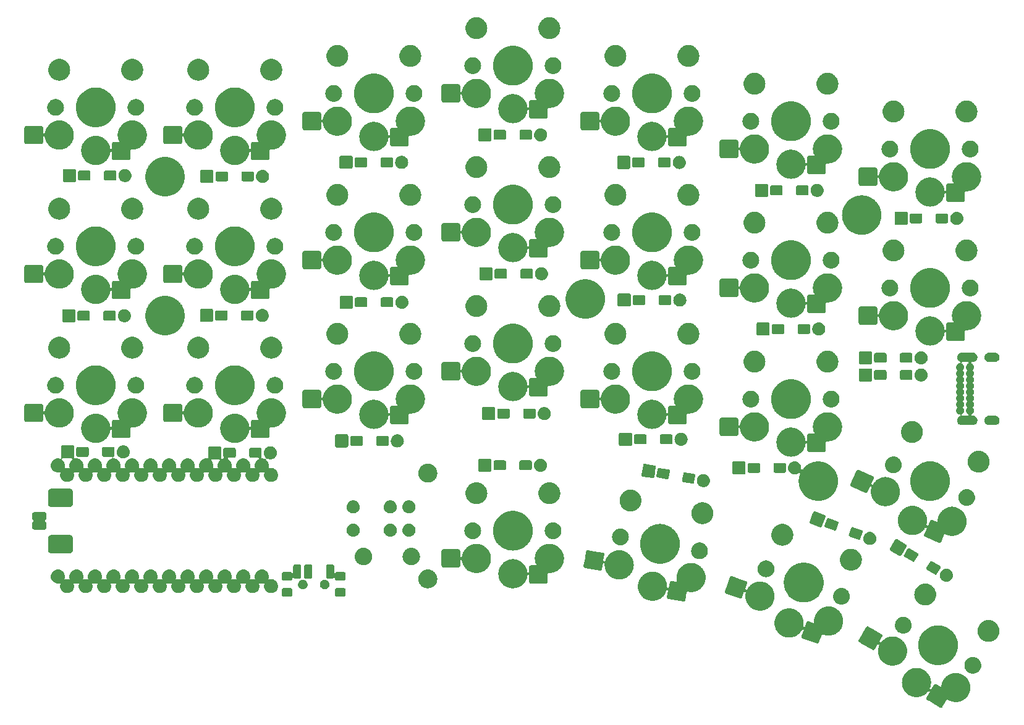
<source format=gbr>
G04 #@! TF.GenerationSoftware,KiCad,Pcbnew,8.0.1*
G04 #@! TF.CreationDate,2024-03-22T14:56:50+09:00*
G04 #@! TF.ProjectId,Pinky3,50696e6b-7933-42e6-9b69-6361645f7063,0.3*
G04 #@! TF.SameCoordinates,Original*
G04 #@! TF.FileFunction,Soldermask,Bot*
G04 #@! TF.FilePolarity,Negative*
%FSLAX46Y46*%
G04 Gerber Fmt 4.6, Leading zero omitted, Abs format (unit mm)*
G04 Created by KiCad (PCBNEW 8.0.1) date 2024-03-22 14:56:50*
%MOMM*%
%LPD*%
G01*
G04 APERTURE LIST*
G04 APERTURE END LIST*
G36*
X162519266Y-145914504D02*
G01*
X162586464Y-145914504D01*
X162659368Y-145924524D01*
X162734630Y-145929907D01*
X162796574Y-145943382D01*
X162856852Y-145951667D01*
X162933911Y-145973258D01*
X163013465Y-145990564D01*
X163067176Y-146010597D01*
X163119665Y-146025304D01*
X163199015Y-146059770D01*
X163280830Y-146090286D01*
X163325796Y-146114839D01*
X163369989Y-146134035D01*
X163449493Y-146182383D01*
X163531282Y-146227043D01*
X163567424Y-146254099D01*
X163603197Y-146275853D01*
X163680552Y-146338785D01*
X163759721Y-146398051D01*
X163787305Y-146425635D01*
X163814906Y-146448090D01*
X163887651Y-146525981D01*
X163961499Y-146599829D01*
X163981204Y-146626152D01*
X164001194Y-146647556D01*
X164066742Y-146740417D01*
X164132507Y-146828268D01*
X164145327Y-146851747D01*
X164158588Y-146870533D01*
X164214393Y-146978231D01*
X164269264Y-147078720D01*
X164276461Y-147098017D01*
X164284154Y-147112863D01*
X164327713Y-147235429D01*
X164368986Y-147346085D01*
X164372056Y-147360199D01*
X164375554Y-147370041D01*
X164404529Y-147509475D01*
X164429643Y-147624920D01*
X164430232Y-147633161D01*
X164431082Y-147637250D01*
X164443287Y-147815702D01*
X164450000Y-147909550D01*
X164443287Y-148003404D01*
X164431082Y-148181849D01*
X164430232Y-148185936D01*
X164429643Y-148194180D01*
X164404524Y-148309646D01*
X164375554Y-148449058D01*
X164372057Y-148458897D01*
X164368986Y-148473015D01*
X164327702Y-148583700D01*
X164263874Y-148763298D01*
X164471067Y-148858958D01*
X164822377Y-148250470D01*
X164822383Y-148250461D01*
X164826907Y-148242627D01*
X164843561Y-148223635D01*
X164871661Y-148188043D01*
X164879263Y-148182925D01*
X164891223Y-148169288D01*
X164922253Y-148153985D01*
X164940560Y-148141662D01*
X164955193Y-148137740D01*
X164978708Y-148126145D01*
X165004871Y-148124430D01*
X165019505Y-148120509D01*
X165041518Y-148122027D01*
X165076044Y-148119765D01*
X165093220Y-148125595D01*
X165102358Y-148126226D01*
X165144447Y-148142984D01*
X165168413Y-148151120D01*
X165720732Y-148470001D01*
X165843146Y-148404795D01*
X165849043Y-148318604D01*
X165849894Y-148314504D01*
X165850484Y-148306267D01*
X165875580Y-148190900D01*
X165904572Y-148051388D01*
X165908072Y-148041539D01*
X165911141Y-148027432D01*
X165952392Y-147916833D01*
X165995972Y-147794210D01*
X166003668Y-147779357D01*
X166010863Y-147760067D01*
X166065714Y-147659614D01*
X166121538Y-147551880D01*
X166134802Y-147533088D01*
X166147620Y-147509615D01*
X166213366Y-147421787D01*
X166278932Y-147328903D01*
X166298926Y-147307494D01*
X166318628Y-147281176D01*
X166392460Y-147207343D01*
X166465220Y-147129437D01*
X166492826Y-147106977D01*
X166520406Y-147079398D01*
X166599562Y-147020142D01*
X166676929Y-146957200D01*
X166712706Y-146935443D01*
X166748845Y-146908390D01*
X166830623Y-146863735D01*
X166910137Y-146815382D01*
X166954334Y-146796184D01*
X166999297Y-146771633D01*
X167081104Y-146741120D01*
X167160461Y-146706651D01*
X167212953Y-146691943D01*
X167266662Y-146671911D01*
X167346210Y-146654606D01*
X167423274Y-146633014D01*
X167483553Y-146624729D01*
X167545497Y-146611254D01*
X167620757Y-146605871D01*
X167693663Y-146595851D01*
X167760861Y-146595851D01*
X167830127Y-146590897D01*
X167899393Y-146595851D01*
X167966591Y-146595851D01*
X168039495Y-146605871D01*
X168114757Y-146611254D01*
X168176701Y-146624729D01*
X168236979Y-146633014D01*
X168314038Y-146654605D01*
X168393592Y-146671911D01*
X168447303Y-146691944D01*
X168499792Y-146706651D01*
X168579142Y-146741117D01*
X168660957Y-146771633D01*
X168705923Y-146796186D01*
X168750116Y-146815382D01*
X168829620Y-146863730D01*
X168911409Y-146908390D01*
X168947551Y-146935446D01*
X168983324Y-146957200D01*
X169060679Y-147020132D01*
X169139848Y-147079398D01*
X169167432Y-147106982D01*
X169195033Y-147129437D01*
X169267778Y-147207328D01*
X169341626Y-147281176D01*
X169361331Y-147307499D01*
X169381321Y-147328903D01*
X169446869Y-147421764D01*
X169512634Y-147509615D01*
X169525454Y-147533094D01*
X169538715Y-147551880D01*
X169594520Y-147659578D01*
X169649391Y-147760067D01*
X169656588Y-147779364D01*
X169664281Y-147794210D01*
X169707840Y-147916776D01*
X169749113Y-148027432D01*
X169752183Y-148041546D01*
X169755681Y-148051388D01*
X169784656Y-148190822D01*
X169809770Y-148306267D01*
X169810359Y-148314508D01*
X169811209Y-148318597D01*
X169823414Y-148497049D01*
X169830127Y-148590897D01*
X169823414Y-148684751D01*
X169811209Y-148863196D01*
X169810359Y-148867283D01*
X169809770Y-148875527D01*
X169784651Y-148990993D01*
X169755681Y-149130405D01*
X169752184Y-149140244D01*
X169749113Y-149154362D01*
X169707833Y-149265037D01*
X169664281Y-149387583D01*
X169656589Y-149402426D01*
X169649391Y-149421727D01*
X169594510Y-149522234D01*
X169538715Y-149629913D01*
X169525457Y-149648695D01*
X169512634Y-149672179D01*
X169446857Y-149760046D01*
X169381321Y-149852890D01*
X169361335Y-149874289D01*
X169341626Y-149900618D01*
X169267764Y-149974479D01*
X169195033Y-150052356D01*
X169167437Y-150074806D01*
X169139848Y-150102396D01*
X169060663Y-150161672D01*
X168983324Y-150224593D01*
X168947558Y-150246342D01*
X168911409Y-150273404D01*
X168829604Y-150318072D01*
X168750116Y-150366411D01*
X168705932Y-150385602D01*
X168660957Y-150410161D01*
X168579126Y-150440682D01*
X168499792Y-150475142D01*
X168447314Y-150489845D01*
X168393592Y-150509883D01*
X168314022Y-150527192D01*
X168236979Y-150548779D01*
X168176711Y-150557062D01*
X168114757Y-150570540D01*
X168039491Y-150575923D01*
X167966591Y-150585943D01*
X167899393Y-150585943D01*
X167830127Y-150590897D01*
X167760861Y-150585943D01*
X167693663Y-150585943D01*
X167620762Y-150575923D01*
X167545497Y-150570540D01*
X167483543Y-150557062D01*
X167423274Y-150548779D01*
X167346226Y-150527191D01*
X167266662Y-150509883D01*
X167212942Y-150489846D01*
X167160461Y-150475142D01*
X167081125Y-150440681D01*
X166999297Y-150410161D01*
X166954319Y-150385601D01*
X166910132Y-150366408D01*
X166830633Y-150318063D01*
X166748845Y-150273404D01*
X166712705Y-150246350D01*
X166704358Y-150241274D01*
X166602419Y-150267348D01*
X166207899Y-150950676D01*
X166039802Y-151241831D01*
X166039797Y-151241836D01*
X166035271Y-151249677D01*
X166018600Y-151268685D01*
X165990516Y-151304260D01*
X165982917Y-151309374D01*
X165970955Y-151323016D01*
X165939914Y-151338323D01*
X165921617Y-151350641D01*
X165906989Y-151354560D01*
X165883470Y-151366159D01*
X165857300Y-151367874D01*
X165842672Y-151371794D01*
X165820666Y-151370275D01*
X165786134Y-151372539D01*
X165768954Y-151366707D01*
X165759819Y-151366077D01*
X165717740Y-151349322D01*
X165693765Y-151341184D01*
X164193736Y-150475142D01*
X163926258Y-150320714D01*
X163926254Y-150320711D01*
X163918413Y-150316184D01*
X163899401Y-150299511D01*
X163863829Y-150271428D01*
X163858714Y-150263830D01*
X163845074Y-150251868D01*
X163829768Y-150220830D01*
X163817448Y-150202529D01*
X163813527Y-150187897D01*
X163801931Y-150164382D01*
X163800216Y-150138218D01*
X163796295Y-150123584D01*
X163797814Y-150101565D01*
X163795552Y-150067046D01*
X163801381Y-150049874D01*
X163802012Y-150040730D01*
X163818782Y-149998611D01*
X163826907Y-149974677D01*
X163888825Y-149867432D01*
X164278576Y-149192363D01*
X164077793Y-149063920D01*
X164066667Y-149078782D01*
X164001193Y-149171544D01*
X163981208Y-149192941D01*
X163961499Y-149219271D01*
X163887636Y-149293133D01*
X163814906Y-149371009D01*
X163787310Y-149393459D01*
X163759721Y-149421049D01*
X163680536Y-149480325D01*
X163603197Y-149543246D01*
X163567431Y-149564995D01*
X163531282Y-149592057D01*
X163449477Y-149636725D01*
X163369989Y-149685064D01*
X163325805Y-149704255D01*
X163280830Y-149728814D01*
X163198999Y-149759335D01*
X163119665Y-149793795D01*
X163067187Y-149808498D01*
X163013465Y-149828536D01*
X162933895Y-149845845D01*
X162856852Y-149867432D01*
X162796584Y-149875715D01*
X162734630Y-149889193D01*
X162659364Y-149894576D01*
X162586464Y-149904596D01*
X162519266Y-149904596D01*
X162450000Y-149909550D01*
X162380734Y-149904596D01*
X162313536Y-149904596D01*
X162240635Y-149894576D01*
X162165370Y-149889193D01*
X162103416Y-149875715D01*
X162043147Y-149867432D01*
X161966099Y-149845844D01*
X161886535Y-149828536D01*
X161832815Y-149808499D01*
X161780334Y-149793795D01*
X161700993Y-149759332D01*
X161619170Y-149728814D01*
X161574198Y-149704257D01*
X161530010Y-149685064D01*
X161450512Y-149636720D01*
X161368718Y-149592057D01*
X161332572Y-149564998D01*
X161296802Y-149543246D01*
X161219450Y-149480316D01*
X161140279Y-149421049D01*
X161112693Y-149393463D01*
X161085093Y-149371009D01*
X161012347Y-149293117D01*
X160938501Y-149219271D01*
X160918795Y-149192947D01*
X160898805Y-149171543D01*
X160833252Y-149078675D01*
X160767493Y-148990832D01*
X160754673Y-148967354D01*
X160741411Y-148948566D01*
X160685597Y-148840851D01*
X160630736Y-148740380D01*
X160623539Y-148721086D01*
X160615845Y-148706236D01*
X160572272Y-148583633D01*
X160531014Y-148473015D01*
X160527944Y-148458904D01*
X160524445Y-148449058D01*
X160495452Y-148309543D01*
X160470357Y-148194180D01*
X160469767Y-148185943D01*
X160468917Y-148181849D01*
X160456689Y-148003084D01*
X160450000Y-147909550D01*
X160456689Y-147816023D01*
X160468917Y-147637250D01*
X160469768Y-147633154D01*
X160470357Y-147624920D01*
X160495448Y-147509577D01*
X160524445Y-147370041D01*
X160527945Y-147360192D01*
X160531014Y-147346085D01*
X160572265Y-147235486D01*
X160615845Y-147112863D01*
X160623541Y-147098010D01*
X160630736Y-147078720D01*
X160685587Y-146978267D01*
X160741411Y-146870533D01*
X160754675Y-146851741D01*
X160767493Y-146828268D01*
X160833239Y-146740440D01*
X160898805Y-146647556D01*
X160918799Y-146626147D01*
X160938501Y-146599829D01*
X161012333Y-146525996D01*
X161085093Y-146448090D01*
X161112699Y-146425630D01*
X161140279Y-146398051D01*
X161219435Y-146338795D01*
X161296802Y-146275853D01*
X161332579Y-146254096D01*
X161368718Y-146227043D01*
X161450496Y-146182388D01*
X161530010Y-146134035D01*
X161574207Y-146114837D01*
X161619170Y-146090286D01*
X161700977Y-146059773D01*
X161780334Y-146025304D01*
X161832826Y-146010596D01*
X161886535Y-145990564D01*
X161966083Y-145973259D01*
X162043147Y-145951667D01*
X162103426Y-145943382D01*
X162165370Y-145929907D01*
X162240630Y-145924524D01*
X162313536Y-145914504D01*
X162380734Y-145914504D01*
X162450000Y-145909550D01*
X162519266Y-145914504D01*
G37*
G36*
X170213765Y-144404906D02*
G01*
X170269249Y-144404906D01*
X170318059Y-144414030D01*
X170362748Y-144417940D01*
X170417604Y-144432638D01*
X170477852Y-144443901D01*
X170518714Y-144459730D01*
X170556300Y-144469802D01*
X170613198Y-144496334D01*
X170675739Y-144520562D01*
X170708019Y-144540549D01*
X170737901Y-144554483D01*
X170794269Y-144593952D01*
X170856170Y-144632280D01*
X170879897Y-144653910D01*
X170902037Y-144669413D01*
X170954997Y-144722373D01*
X171013000Y-144775250D01*
X171028810Y-144796186D01*
X171043728Y-144811104D01*
X171090257Y-144877554D01*
X171140890Y-144944603D01*
X171149961Y-144962821D01*
X171158653Y-144975234D01*
X171195659Y-145054594D01*
X171235483Y-145134572D01*
X171239443Y-145148490D01*
X171243337Y-145156841D01*
X171267878Y-145248430D01*
X171293559Y-145338688D01*
X171294349Y-145347221D01*
X171295199Y-145350391D01*
X171304585Y-145457684D01*
X171313140Y-145550000D01*
X171304584Y-145642323D01*
X171295199Y-145749608D01*
X171294349Y-145752776D01*
X171293559Y-145761312D01*
X171267878Y-145851568D01*
X171243337Y-145943160D01*
X171239442Y-145951511D01*
X171235483Y-145965428D01*
X171195668Y-146045386D01*
X171158656Y-146124761D01*
X171149963Y-146137175D01*
X171140890Y-146155397D01*
X171090243Y-146222463D01*
X171043726Y-146288897D01*
X171028813Y-146303809D01*
X171013000Y-146324750D01*
X170954986Y-146377636D01*
X170902037Y-146430586D01*
X170879902Y-146446084D01*
X170856170Y-146467720D01*
X170794256Y-146506054D01*
X170737901Y-146545516D01*
X170708025Y-146559446D01*
X170675739Y-146579438D01*
X170613186Y-146603670D01*
X170556300Y-146630197D01*
X170518722Y-146640265D01*
X170477852Y-146656099D01*
X170417591Y-146667363D01*
X170362748Y-146682059D01*
X170318069Y-146685967D01*
X170269249Y-146695094D01*
X170213754Y-146695094D01*
X170163140Y-146699522D01*
X170112526Y-146695094D01*
X170057031Y-146695094D01*
X170008210Y-146685967D01*
X169963531Y-146682059D01*
X169908684Y-146667363D01*
X169848428Y-146656099D01*
X169807559Y-146640266D01*
X169769979Y-146630197D01*
X169713087Y-146603668D01*
X169650541Y-146579438D01*
X169618257Y-146559448D01*
X169588378Y-146545516D01*
X169532014Y-146506049D01*
X169470110Y-146467720D01*
X169446380Y-146446087D01*
X169424242Y-146430586D01*
X169371282Y-146377626D01*
X169313280Y-146324750D01*
X169297469Y-146303813D01*
X169282553Y-146288897D01*
X169236022Y-146222444D01*
X169185390Y-146155397D01*
X169176319Y-146137180D01*
X169167623Y-146124761D01*
X169130595Y-146045355D01*
X169090797Y-145965428D01*
X169086839Y-145951517D01*
X169082942Y-145943160D01*
X169058383Y-145851507D01*
X169032721Y-145761312D01*
X169031930Y-145752782D01*
X169031080Y-145749608D01*
X169021677Y-145642130D01*
X169013140Y-145550000D01*
X169021676Y-145457877D01*
X169031080Y-145350391D01*
X169031930Y-145347215D01*
X169032721Y-145338688D01*
X169058384Y-145248491D01*
X169082942Y-145156841D01*
X169086838Y-145148485D01*
X169090797Y-145134572D01*
X169130604Y-145054626D01*
X169167626Y-144975234D01*
X169176320Y-144962816D01*
X169185390Y-144944603D01*
X169236009Y-144877572D01*
X169282551Y-144811104D01*
X169297472Y-144796182D01*
X169313280Y-144775250D01*
X169371270Y-144722384D01*
X169424244Y-144669411D01*
X169446387Y-144653905D01*
X169470110Y-144632280D01*
X169532001Y-144593958D01*
X169588374Y-144554486D01*
X169618256Y-144540551D01*
X169650541Y-144520562D01*
X169713087Y-144496331D01*
X169769981Y-144469802D01*
X169807564Y-144459731D01*
X169848428Y-144443901D01*
X169908674Y-144432638D01*
X169963531Y-144417940D01*
X170008221Y-144414030D01*
X170057031Y-144404906D01*
X170112515Y-144404906D01*
X170163140Y-144400477D01*
X170213765Y-144404906D01*
G37*
G36*
X155800915Y-140220340D02*
G01*
X155810053Y-140220971D01*
X155852142Y-140237729D01*
X155876108Y-140245865D01*
X156514398Y-140614382D01*
X157643614Y-141266334D01*
X157643619Y-141266338D01*
X157651460Y-141270865D01*
X157670468Y-141287535D01*
X157706043Y-141315620D01*
X157711157Y-141323218D01*
X157724799Y-141335181D01*
X157740105Y-141366220D01*
X157752424Y-141384519D01*
X157756343Y-141399147D01*
X157767942Y-141422667D01*
X157769656Y-141448833D01*
X157773577Y-141463464D01*
X157772058Y-141485475D01*
X157774321Y-141520003D01*
X157768490Y-141537178D01*
X157767860Y-141546318D01*
X157751100Y-141588409D01*
X157742966Y-141612372D01*
X157341297Y-142308082D01*
X157542074Y-142436533D01*
X157553052Y-142421869D01*
X157618673Y-142328908D01*
X157638673Y-142307492D01*
X157658374Y-142281176D01*
X157732204Y-142207345D01*
X157804966Y-142129437D01*
X157832572Y-142106977D01*
X157860152Y-142079398D01*
X157939308Y-142020142D01*
X158016675Y-141957200D01*
X158052452Y-141935443D01*
X158088591Y-141908390D01*
X158170369Y-141863735D01*
X158249883Y-141815382D01*
X158294080Y-141796184D01*
X158339043Y-141771633D01*
X158420850Y-141741120D01*
X158500207Y-141706651D01*
X158552699Y-141691943D01*
X158606408Y-141671911D01*
X158685956Y-141654606D01*
X158763020Y-141633014D01*
X158823299Y-141624729D01*
X158885243Y-141611254D01*
X158960503Y-141605871D01*
X159033409Y-141595851D01*
X159100607Y-141595851D01*
X159169873Y-141590897D01*
X159239139Y-141595851D01*
X159306337Y-141595851D01*
X159379241Y-141605871D01*
X159454503Y-141611254D01*
X159516447Y-141624729D01*
X159576725Y-141633014D01*
X159653784Y-141654605D01*
X159733338Y-141671911D01*
X159787049Y-141691944D01*
X159839538Y-141706651D01*
X159918888Y-141741117D01*
X160000703Y-141771633D01*
X160045669Y-141796186D01*
X160089862Y-141815382D01*
X160169366Y-141863730D01*
X160251155Y-141908390D01*
X160287297Y-141935446D01*
X160323070Y-141957200D01*
X160400425Y-142020132D01*
X160479594Y-142079398D01*
X160507178Y-142106982D01*
X160534779Y-142129437D01*
X160607524Y-142207328D01*
X160681372Y-142281176D01*
X160701077Y-142307499D01*
X160721067Y-142328903D01*
X160786615Y-142421764D01*
X160852380Y-142509615D01*
X160865200Y-142533094D01*
X160878461Y-142551880D01*
X160934266Y-142659578D01*
X160989137Y-142760067D01*
X160996334Y-142779364D01*
X161004027Y-142794210D01*
X161047586Y-142916776D01*
X161088859Y-143027432D01*
X161091929Y-143041546D01*
X161095427Y-143051388D01*
X161124402Y-143190822D01*
X161149516Y-143306267D01*
X161150105Y-143314508D01*
X161150955Y-143318597D01*
X161163160Y-143497049D01*
X161169873Y-143590897D01*
X161163160Y-143684751D01*
X161150955Y-143863196D01*
X161150105Y-143867283D01*
X161149516Y-143875527D01*
X161124397Y-143990993D01*
X161095427Y-144130405D01*
X161091930Y-144140244D01*
X161088859Y-144154362D01*
X161047579Y-144265037D01*
X161004027Y-144387583D01*
X160996335Y-144402426D01*
X160989137Y-144421727D01*
X160934256Y-144522234D01*
X160878461Y-144629913D01*
X160865203Y-144648695D01*
X160852380Y-144672179D01*
X160786603Y-144760046D01*
X160721067Y-144852890D01*
X160701081Y-144874289D01*
X160681372Y-144900618D01*
X160607510Y-144974479D01*
X160534779Y-145052356D01*
X160507183Y-145074806D01*
X160479594Y-145102396D01*
X160400409Y-145161672D01*
X160323070Y-145224593D01*
X160287304Y-145246342D01*
X160251155Y-145273404D01*
X160169350Y-145318072D01*
X160089862Y-145366411D01*
X160045678Y-145385602D01*
X160000703Y-145410161D01*
X159918872Y-145440682D01*
X159839538Y-145475142D01*
X159787060Y-145489845D01*
X159733338Y-145509883D01*
X159653768Y-145527192D01*
X159576725Y-145548779D01*
X159516457Y-145557062D01*
X159454503Y-145570540D01*
X159379237Y-145575923D01*
X159306337Y-145585943D01*
X159239139Y-145585943D01*
X159169873Y-145590897D01*
X159100607Y-145585943D01*
X159033409Y-145585943D01*
X158960508Y-145575923D01*
X158885243Y-145570540D01*
X158823289Y-145557062D01*
X158763020Y-145548779D01*
X158685972Y-145527191D01*
X158606408Y-145509883D01*
X158552688Y-145489846D01*
X158500207Y-145475142D01*
X158420866Y-145440679D01*
X158339043Y-145410161D01*
X158294071Y-145385604D01*
X158249883Y-145366411D01*
X158170385Y-145318067D01*
X158088591Y-145273404D01*
X158052445Y-145246345D01*
X158016675Y-145224593D01*
X157939323Y-145161663D01*
X157860152Y-145102396D01*
X157832566Y-145074810D01*
X157804966Y-145052356D01*
X157732220Y-144974464D01*
X157658374Y-144900618D01*
X157638668Y-144874294D01*
X157618678Y-144852890D01*
X157553125Y-144760022D01*
X157487366Y-144672179D01*
X157474546Y-144648701D01*
X157461284Y-144629913D01*
X157405470Y-144522198D01*
X157350609Y-144421727D01*
X157343412Y-144402433D01*
X157335718Y-144387583D01*
X157292145Y-144264980D01*
X157250887Y-144154362D01*
X157247817Y-144140251D01*
X157244318Y-144130405D01*
X157215325Y-143990890D01*
X157190230Y-143875527D01*
X157189640Y-143867290D01*
X157188790Y-143863196D01*
X157176562Y-143684431D01*
X157169873Y-143590897D01*
X157176562Y-143497370D01*
X157188790Y-143318597D01*
X157189641Y-143314501D01*
X157190230Y-143306267D01*
X157215316Y-143190945D01*
X157244318Y-143051386D01*
X157247819Y-143041534D01*
X157250887Y-143027432D01*
X157292126Y-142916864D01*
X157355998Y-142737146D01*
X157148805Y-142641487D01*
X157060631Y-142794210D01*
X156747497Y-143336576D01*
X156747492Y-143336581D01*
X156742966Y-143344422D01*
X156726295Y-143363430D01*
X156698211Y-143399005D01*
X156690612Y-143404119D01*
X156678650Y-143417761D01*
X156647609Y-143433068D01*
X156629312Y-143445386D01*
X156614684Y-143449305D01*
X156591165Y-143460904D01*
X156564995Y-143462619D01*
X156550367Y-143466539D01*
X156528361Y-143465020D01*
X156493829Y-143467284D01*
X156476649Y-143461452D01*
X156467514Y-143460822D01*
X156425435Y-143444067D01*
X156401460Y-143435929D01*
X155025446Y-142641487D01*
X154633953Y-142415459D01*
X154633949Y-142415456D01*
X154626108Y-142410929D01*
X154607096Y-142394256D01*
X154571524Y-142366173D01*
X154566409Y-142358575D01*
X154552769Y-142346613D01*
X154537463Y-142315575D01*
X154525143Y-142297274D01*
X154521222Y-142282642D01*
X154509626Y-142259127D01*
X154507911Y-142232963D01*
X154503990Y-142218329D01*
X154505509Y-142196310D01*
X154503247Y-142161791D01*
X154509076Y-142144619D01*
X154509707Y-142135475D01*
X154526477Y-142093356D01*
X154534602Y-142069422D01*
X154539131Y-142061577D01*
X155530070Y-140345217D01*
X155530079Y-140345204D01*
X155534602Y-140337372D01*
X155551254Y-140318383D01*
X155579356Y-140282788D01*
X155586958Y-140277670D01*
X155598918Y-140264033D01*
X155629948Y-140248730D01*
X155648255Y-140236407D01*
X155662888Y-140232485D01*
X155686403Y-140220890D01*
X155712566Y-140219175D01*
X155727200Y-140215254D01*
X155749213Y-140216772D01*
X155783739Y-140214510D01*
X155800915Y-140220340D01*
G37*
G36*
X165479718Y-140079822D02*
G01*
X165558431Y-140079822D01*
X165642858Y-140089690D01*
X165728462Y-140094868D01*
X165801188Y-140108195D01*
X165873152Y-140116607D01*
X165962028Y-140137671D01*
X166052135Y-140154184D01*
X166117046Y-140174411D01*
X166181479Y-140189682D01*
X166273294Y-140223099D01*
X166366298Y-140252081D01*
X166422858Y-140277536D01*
X166479238Y-140298057D01*
X166572302Y-140344795D01*
X166666371Y-140387132D01*
X166714326Y-140416122D01*
X166762393Y-140440262D01*
X166854841Y-140501067D01*
X166947976Y-140557369D01*
X166987377Y-140588238D01*
X167027127Y-140614382D01*
X167116937Y-140689741D01*
X167207009Y-140760308D01*
X167238159Y-140791458D01*
X167269862Y-140818060D01*
X167354962Y-140908261D01*
X167439692Y-140992991D01*
X167463154Y-141022938D01*
X167487309Y-141048541D01*
X167565553Y-141153641D01*
X167642631Y-141252024D01*
X167659195Y-141279424D01*
X167676527Y-141302705D01*
X167745757Y-141422615D01*
X167812868Y-141533629D01*
X167823532Y-141557325D01*
X167834959Y-141577116D01*
X167893056Y-141711800D01*
X167947919Y-141833702D01*
X167953852Y-141852743D01*
X167960462Y-141868066D01*
X168005372Y-142018077D01*
X168045816Y-142147865D01*
X168048321Y-142161535D01*
X168051341Y-142171622D01*
X168081135Y-142340596D01*
X168105132Y-142471538D01*
X168105605Y-142479373D01*
X168106363Y-142483667D01*
X168119262Y-142705145D01*
X168125000Y-142800000D01*
X168119261Y-142894862D01*
X168106363Y-143116332D01*
X168105606Y-143120624D01*
X168105132Y-143128462D01*
X168081131Y-143259428D01*
X168051341Y-143428377D01*
X168048321Y-143438462D01*
X168045816Y-143452135D01*
X168005365Y-143581946D01*
X167960462Y-143731933D01*
X167953853Y-143747252D01*
X167947919Y-143766298D01*
X167893045Y-143888222D01*
X167834959Y-144022883D01*
X167823534Y-144042670D01*
X167812868Y-144066371D01*
X167745745Y-144177405D01*
X167676527Y-144297294D01*
X167659198Y-144320570D01*
X167642631Y-144347976D01*
X167565538Y-144446377D01*
X167487309Y-144551458D01*
X167463158Y-144577055D01*
X167439692Y-144607009D01*
X167354945Y-144691755D01*
X167269862Y-144781939D01*
X167238166Y-144808534D01*
X167207009Y-144839692D01*
X167116919Y-144910272D01*
X167027127Y-144985617D01*
X166987385Y-145011755D01*
X166947976Y-145042631D01*
X166854823Y-145098944D01*
X166762393Y-145159737D01*
X166714336Y-145183871D01*
X166666371Y-145212868D01*
X166572283Y-145255213D01*
X166479238Y-145301942D01*
X166422869Y-145322458D01*
X166366298Y-145347919D01*
X166273275Y-145376905D01*
X166181479Y-145410317D01*
X166117059Y-145425584D01*
X166052135Y-145445816D01*
X165962010Y-145462332D01*
X165873152Y-145483392D01*
X165801200Y-145491802D01*
X165728462Y-145505132D01*
X165642854Y-145510310D01*
X165558431Y-145520178D01*
X165479718Y-145520178D01*
X165400000Y-145525000D01*
X165320282Y-145520178D01*
X165241569Y-145520178D01*
X165157145Y-145510310D01*
X165071538Y-145505132D01*
X164998800Y-145491802D01*
X164926847Y-145483392D01*
X164837985Y-145462331D01*
X164747865Y-145445816D01*
X164682943Y-145425585D01*
X164618520Y-145410317D01*
X164526717Y-145376903D01*
X164433702Y-145347919D01*
X164377134Y-145322460D01*
X164320761Y-145301942D01*
X164227707Y-145255208D01*
X164133629Y-145212868D01*
X164085668Y-145183874D01*
X164037606Y-145159737D01*
X163945164Y-145098936D01*
X163852024Y-145042631D01*
X163812619Y-145011759D01*
X163772872Y-144985617D01*
X163683065Y-144910260D01*
X163592991Y-144839692D01*
X163561839Y-144808540D01*
X163530137Y-144781939D01*
X163445036Y-144691737D01*
X163360308Y-144607009D01*
X163336846Y-144577062D01*
X163312690Y-144551458D01*
X163234441Y-144446351D01*
X163157369Y-144347976D01*
X163140806Y-144320577D01*
X163123472Y-144297294D01*
X163054232Y-144177368D01*
X162987132Y-144066371D01*
X162976468Y-144042678D01*
X162965040Y-144022883D01*
X162906930Y-143888168D01*
X162852081Y-143766298D01*
X162846148Y-143747261D01*
X162839537Y-143731933D01*
X162794609Y-143581865D01*
X162754184Y-143452135D01*
X162751679Y-143438470D01*
X162748658Y-143428377D01*
X162718842Y-143259284D01*
X162694868Y-143128462D01*
X162694394Y-143120633D01*
X162693636Y-143116332D01*
X162680711Y-142894416D01*
X162675000Y-142800000D01*
X162680710Y-142705591D01*
X162693636Y-142483667D01*
X162694394Y-142479364D01*
X162694868Y-142471538D01*
X162718837Y-142340740D01*
X162748658Y-142171622D01*
X162751680Y-142161526D01*
X162754184Y-142147865D01*
X162794601Y-142018159D01*
X162839537Y-141868066D01*
X162846150Y-141852735D01*
X162852081Y-141833702D01*
X162906919Y-141711854D01*
X162965040Y-141577116D01*
X162976470Y-141557317D01*
X162987132Y-141533629D01*
X163054219Y-141422652D01*
X163123472Y-141302705D01*
X163140809Y-141279416D01*
X163157369Y-141252024D01*
X163234426Y-141153667D01*
X163312690Y-141048541D01*
X163336850Y-141022932D01*
X163360308Y-140992991D01*
X163445020Y-140908278D01*
X163530137Y-140818060D01*
X163561845Y-140791453D01*
X163592991Y-140760308D01*
X163683047Y-140689753D01*
X163772872Y-140614382D01*
X163812627Y-140588234D01*
X163852024Y-140557369D01*
X163945145Y-140501074D01*
X164037606Y-140440262D01*
X164085678Y-140416119D01*
X164133629Y-140387132D01*
X164227687Y-140344799D01*
X164320761Y-140298057D01*
X164377146Y-140277534D01*
X164433702Y-140252081D01*
X164526698Y-140223102D01*
X164618520Y-140189682D01*
X164682957Y-140174410D01*
X164747865Y-140154184D01*
X164837966Y-140137672D01*
X164926847Y-140116607D01*
X164998812Y-140108195D01*
X165071538Y-140094868D01*
X165157140Y-140089690D01*
X165241569Y-140079822D01*
X165320282Y-140079822D01*
X165400000Y-140075000D01*
X165479718Y-140079822D01*
G37*
G36*
X150468053Y-137485887D02*
G01*
X150535251Y-137485887D01*
X150608155Y-137495907D01*
X150683417Y-137501290D01*
X150745361Y-137514765D01*
X150805639Y-137523050D01*
X150882698Y-137544641D01*
X150962252Y-137561947D01*
X151015963Y-137581980D01*
X151068452Y-137596687D01*
X151147802Y-137631153D01*
X151229617Y-137661669D01*
X151274583Y-137686222D01*
X151318776Y-137705418D01*
X151398280Y-137753766D01*
X151480069Y-137798426D01*
X151516211Y-137825482D01*
X151551984Y-137847236D01*
X151629339Y-137910168D01*
X151708508Y-137969434D01*
X151736092Y-137997018D01*
X151763693Y-138019473D01*
X151836438Y-138097364D01*
X151910286Y-138171212D01*
X151929991Y-138197535D01*
X151949981Y-138218939D01*
X152015529Y-138311800D01*
X152081294Y-138399651D01*
X152094114Y-138423130D01*
X152107375Y-138441916D01*
X152163180Y-138549614D01*
X152218051Y-138650103D01*
X152225248Y-138669400D01*
X152232941Y-138684246D01*
X152276500Y-138806812D01*
X152317773Y-138917468D01*
X152320843Y-138931582D01*
X152324341Y-138941424D01*
X152353316Y-139080858D01*
X152378430Y-139196303D01*
X152379019Y-139204544D01*
X152379869Y-139208633D01*
X152392074Y-139387085D01*
X152398787Y-139480933D01*
X152392074Y-139574787D01*
X152379869Y-139753232D01*
X152379019Y-139757319D01*
X152378430Y-139765563D01*
X152353311Y-139881029D01*
X152324341Y-140020441D01*
X152320844Y-140030280D01*
X152317773Y-140044398D01*
X152276493Y-140155073D01*
X152232941Y-140277619D01*
X152225249Y-140292462D01*
X152218051Y-140311763D01*
X152163170Y-140412270D01*
X152107375Y-140519949D01*
X152094117Y-140538731D01*
X152081294Y-140562215D01*
X152015517Y-140650082D01*
X151949981Y-140742926D01*
X151929995Y-140764325D01*
X151910286Y-140790654D01*
X151836424Y-140864515D01*
X151763693Y-140942392D01*
X151736097Y-140964842D01*
X151708508Y-140992432D01*
X151629323Y-141051708D01*
X151551984Y-141114629D01*
X151516218Y-141136378D01*
X151480069Y-141163440D01*
X151398264Y-141208108D01*
X151318776Y-141256447D01*
X151274592Y-141275638D01*
X151229617Y-141300197D01*
X151147786Y-141330718D01*
X151068452Y-141365178D01*
X151015974Y-141379881D01*
X150962252Y-141399919D01*
X150882682Y-141417228D01*
X150805639Y-141438815D01*
X150745371Y-141447098D01*
X150683417Y-141460576D01*
X150608151Y-141465959D01*
X150535251Y-141475979D01*
X150468053Y-141475979D01*
X150398787Y-141480933D01*
X150329521Y-141475979D01*
X150262323Y-141475979D01*
X150189422Y-141465959D01*
X150114157Y-141460576D01*
X150052203Y-141447098D01*
X149991934Y-141438815D01*
X149914886Y-141417227D01*
X149835322Y-141399919D01*
X149781602Y-141379882D01*
X149729121Y-141365178D01*
X149649781Y-141330715D01*
X149575436Y-141302986D01*
X149481471Y-141343377D01*
X149092891Y-142410994D01*
X149079770Y-142432615D01*
X149058293Y-142472521D01*
X149051698Y-142478877D01*
X149042287Y-142494387D01*
X149014377Y-142514851D01*
X148998497Y-142530159D01*
X148984774Y-142536558D01*
X148963623Y-142552067D01*
X148938146Y-142558300D01*
X148924423Y-142564700D01*
X148902486Y-142567026D01*
X148868873Y-142575251D01*
X148850946Y-142572491D01*
X148841835Y-142573458D01*
X148797465Y-142564260D01*
X148772463Y-142560412D01*
X146846093Y-141859271D01*
X146824479Y-141846155D01*
X146784565Y-141824673D01*
X146778206Y-141818076D01*
X146762700Y-141808667D01*
X146742240Y-141780763D01*
X146726927Y-141764877D01*
X146720524Y-141751147D01*
X146705021Y-141730003D01*
X146698788Y-141704534D01*
X146692386Y-141690803D01*
X146690058Y-141668856D01*
X146681836Y-141635253D01*
X146684594Y-141617330D01*
X146683628Y-141608215D01*
X146692829Y-141563826D01*
X146696675Y-141538843D01*
X146773773Y-141327018D01*
X147013293Y-140668938D01*
X146800947Y-140575744D01*
X146746457Y-140675537D01*
X146690671Y-140783200D01*
X146677413Y-140801981D01*
X146664589Y-140825468D01*
X146598809Y-140913339D01*
X146533276Y-141006179D01*
X146513290Y-141027578D01*
X146493581Y-141053907D01*
X146419719Y-141127768D01*
X146346988Y-141205645D01*
X146319392Y-141228095D01*
X146291803Y-141255685D01*
X146212618Y-141314961D01*
X146135279Y-141377882D01*
X146099513Y-141399631D01*
X146063364Y-141426693D01*
X145981559Y-141471361D01*
X145902071Y-141519700D01*
X145857887Y-141538891D01*
X145812912Y-141563450D01*
X145731081Y-141593971D01*
X145651747Y-141628431D01*
X145599269Y-141643134D01*
X145545547Y-141663172D01*
X145465977Y-141680481D01*
X145388934Y-141702068D01*
X145328666Y-141710351D01*
X145266712Y-141723829D01*
X145191446Y-141729212D01*
X145118546Y-141739232D01*
X145051348Y-141739232D01*
X144982082Y-141744186D01*
X144982081Y-141744185D01*
X144982081Y-141744186D01*
X144912815Y-141739232D01*
X144845617Y-141739232D01*
X144772716Y-141729212D01*
X144697451Y-141723829D01*
X144635497Y-141710351D01*
X144575228Y-141702068D01*
X144498180Y-141680480D01*
X144418616Y-141663172D01*
X144364896Y-141643135D01*
X144312415Y-141628431D01*
X144233074Y-141593968D01*
X144151251Y-141563450D01*
X144106279Y-141538893D01*
X144062091Y-141519700D01*
X143982593Y-141471356D01*
X143900799Y-141426693D01*
X143864653Y-141399634D01*
X143828883Y-141377882D01*
X143751531Y-141314952D01*
X143672360Y-141255685D01*
X143644774Y-141228099D01*
X143617174Y-141205645D01*
X143544428Y-141127753D01*
X143470582Y-141053907D01*
X143450876Y-141027583D01*
X143430886Y-141006179D01*
X143365333Y-140913311D01*
X143299574Y-140825468D01*
X143286754Y-140801990D01*
X143273492Y-140783202D01*
X143217678Y-140675487D01*
X143162817Y-140575016D01*
X143155620Y-140555722D01*
X143147926Y-140540872D01*
X143104353Y-140418269D01*
X143063095Y-140307651D01*
X143060025Y-140293540D01*
X143056526Y-140283694D01*
X143027533Y-140144179D01*
X143002438Y-140028816D01*
X143001848Y-140020579D01*
X143000998Y-140016485D01*
X142988770Y-139837720D01*
X142982081Y-139744186D01*
X142988770Y-139650659D01*
X143000998Y-139471886D01*
X143001849Y-139467790D01*
X143002438Y-139459556D01*
X143027529Y-139344213D01*
X143056526Y-139204677D01*
X143060026Y-139194828D01*
X143063095Y-139180721D01*
X143104346Y-139070122D01*
X143147926Y-138947499D01*
X143155622Y-138932646D01*
X143162817Y-138913356D01*
X143217668Y-138812903D01*
X143273492Y-138705169D01*
X143286756Y-138686377D01*
X143299574Y-138662904D01*
X143365320Y-138575076D01*
X143430886Y-138482192D01*
X143450880Y-138460783D01*
X143470582Y-138434465D01*
X143544414Y-138360632D01*
X143617174Y-138282726D01*
X143644780Y-138260266D01*
X143672360Y-138232687D01*
X143751516Y-138173431D01*
X143828883Y-138110489D01*
X143864660Y-138088732D01*
X143900799Y-138061679D01*
X143982577Y-138017024D01*
X144062091Y-137968671D01*
X144106288Y-137949473D01*
X144151251Y-137924922D01*
X144233058Y-137894409D01*
X144312415Y-137859940D01*
X144364907Y-137845232D01*
X144418616Y-137825200D01*
X144498164Y-137807895D01*
X144575228Y-137786303D01*
X144635507Y-137778018D01*
X144697451Y-137764543D01*
X144772711Y-137759160D01*
X144845617Y-137749140D01*
X144912815Y-137749140D01*
X144982081Y-137744186D01*
X144982082Y-137744186D01*
X145051348Y-137749140D01*
X145118546Y-137749140D01*
X145191450Y-137759160D01*
X145266712Y-137764543D01*
X145328656Y-137778018D01*
X145388934Y-137786303D01*
X145465993Y-137807894D01*
X145545547Y-137825200D01*
X145599258Y-137845233D01*
X145651747Y-137859940D01*
X145731097Y-137894406D01*
X145812912Y-137924922D01*
X145857878Y-137949475D01*
X145902071Y-137968671D01*
X145981575Y-138017019D01*
X146063364Y-138061679D01*
X146099506Y-138088735D01*
X146135279Y-138110489D01*
X146212634Y-138173421D01*
X146291803Y-138232687D01*
X146319387Y-138260271D01*
X146346988Y-138282726D01*
X146419733Y-138360617D01*
X146493581Y-138434465D01*
X146513286Y-138460788D01*
X146533276Y-138482192D01*
X146598824Y-138575053D01*
X146664589Y-138662904D01*
X146677409Y-138686383D01*
X146690670Y-138705169D01*
X146746475Y-138812867D01*
X146801346Y-138913356D01*
X146808543Y-138932653D01*
X146816236Y-138947499D01*
X146859795Y-139070065D01*
X146901068Y-139180721D01*
X146904138Y-139194835D01*
X146907636Y-139204677D01*
X146936611Y-139344111D01*
X146961725Y-139459556D01*
X146962314Y-139467797D01*
X146963164Y-139471886D01*
X146975369Y-139650338D01*
X146982082Y-139744186D01*
X146975369Y-139838040D01*
X146963164Y-140016485D01*
X146962314Y-140020572D01*
X146961725Y-140028816D01*
X146936610Y-140144264D01*
X146908974Y-140277257D01*
X147132704Y-140340861D01*
X147377617Y-139667967D01*
X147377620Y-139667961D01*
X147380715Y-139659458D01*
X147393821Y-139637858D01*
X147415312Y-139597930D01*
X147421910Y-139591569D01*
X147431319Y-139576065D01*
X147459219Y-139555607D01*
X147475108Y-139540292D01*
X147488837Y-139533889D01*
X147509983Y-139518385D01*
X147535453Y-139512152D01*
X147549182Y-139505751D01*
X147571127Y-139503423D01*
X147604733Y-139495201D01*
X147622655Y-139497959D01*
X147631770Y-139496993D01*
X147676155Y-139506194D01*
X147701143Y-139510040D01*
X147882545Y-139576065D01*
X148302085Y-139728764D01*
X148410454Y-139647231D01*
X148405481Y-139574534D01*
X148398787Y-139480933D01*
X148405476Y-139387406D01*
X148417704Y-139208633D01*
X148418555Y-139204537D01*
X148419144Y-139196303D01*
X148444235Y-139080960D01*
X148473232Y-138941424D01*
X148476732Y-138931575D01*
X148479801Y-138917468D01*
X148521052Y-138806869D01*
X148564632Y-138684246D01*
X148572328Y-138669393D01*
X148579523Y-138650103D01*
X148634374Y-138549650D01*
X148690198Y-138441916D01*
X148703462Y-138423124D01*
X148716280Y-138399651D01*
X148782026Y-138311823D01*
X148847592Y-138218939D01*
X148867586Y-138197530D01*
X148887288Y-138171212D01*
X148961120Y-138097379D01*
X149033880Y-138019473D01*
X149061486Y-137997013D01*
X149089066Y-137969434D01*
X149168222Y-137910178D01*
X149245589Y-137847236D01*
X149281366Y-137825479D01*
X149317505Y-137798426D01*
X149399283Y-137753771D01*
X149478797Y-137705418D01*
X149522994Y-137686220D01*
X149567957Y-137661669D01*
X149649764Y-137631156D01*
X149729121Y-137596687D01*
X149781613Y-137581979D01*
X149835322Y-137561947D01*
X149914870Y-137544642D01*
X149991934Y-137523050D01*
X150052213Y-137514765D01*
X150114157Y-137501290D01*
X150189417Y-137495907D01*
X150262323Y-137485887D01*
X150329521Y-137485887D01*
X150398787Y-137480933D01*
X150468053Y-137485887D01*
G37*
G36*
X172365316Y-139345092D02*
G01*
X172428996Y-139345092D01*
X172485836Y-139354577D01*
X172539721Y-139358818D01*
X172604619Y-139374398D01*
X172673355Y-139385869D01*
X172722104Y-139402604D01*
X172768532Y-139413751D01*
X172836108Y-139441741D01*
X172907670Y-139466309D01*
X172947641Y-139487940D01*
X172985937Y-139503803D01*
X173053813Y-139545397D01*
X173125549Y-139584219D01*
X173156590Y-139608379D01*
X173186578Y-139626756D01*
X173252112Y-139682727D01*
X173321049Y-139736383D01*
X173343535Y-139760809D01*
X173365514Y-139779581D01*
X173425864Y-139850242D01*
X173488838Y-139918650D01*
X173503641Y-139941308D01*
X173518339Y-139958517D01*
X173570568Y-140043747D01*
X173624338Y-140126048D01*
X173632739Y-140145201D01*
X173641292Y-140159158D01*
X173682510Y-140258667D01*
X173723853Y-140352920D01*
X173727474Y-140367221D01*
X173731344Y-140376563D01*
X173758790Y-140490883D01*
X173784669Y-140593077D01*
X173785377Y-140601627D01*
X173786277Y-140605374D01*
X173797419Y-140746952D01*
X173805127Y-140839969D01*
X173797418Y-140932993D01*
X173786277Y-141074563D01*
X173785377Y-141078309D01*
X173784669Y-141086861D01*
X173758785Y-141189072D01*
X173731344Y-141303374D01*
X173727475Y-141312713D01*
X173723853Y-141327018D01*
X173682502Y-141421287D01*
X173641292Y-141520779D01*
X173632741Y-141534732D01*
X173624338Y-141553890D01*
X173570558Y-141636206D01*
X173518339Y-141721420D01*
X173503644Y-141738625D01*
X173488838Y-141761288D01*
X173425852Y-141829708D01*
X173365514Y-141900356D01*
X173343539Y-141919124D01*
X173321049Y-141943555D01*
X173252099Y-141997220D01*
X173186578Y-142053181D01*
X173156596Y-142071553D01*
X173125549Y-142095719D01*
X173053799Y-142134547D01*
X172985937Y-142176134D01*
X172947649Y-142191993D01*
X172907670Y-142213629D01*
X172836093Y-142238200D01*
X172768532Y-142266186D01*
X172722114Y-142277329D01*
X172673355Y-142294069D01*
X172604606Y-142305541D01*
X172539721Y-142321119D01*
X172485848Y-142325358D01*
X172428996Y-142334846D01*
X172365303Y-142334846D01*
X172305127Y-142339582D01*
X172244950Y-142334846D01*
X172181258Y-142334846D01*
X172124406Y-142325359D01*
X172070532Y-142321119D01*
X172005644Y-142305540D01*
X171936899Y-142294069D01*
X171888141Y-142277330D01*
X171841721Y-142266186D01*
X171774154Y-142238198D01*
X171702584Y-142213629D01*
X171662607Y-142191994D01*
X171624316Y-142176134D01*
X171556446Y-142134543D01*
X171484705Y-142095719D01*
X171453661Y-142071556D01*
X171423675Y-142053181D01*
X171358143Y-141997211D01*
X171289205Y-141943555D01*
X171266718Y-141919128D01*
X171244739Y-141900356D01*
X171184387Y-141829693D01*
X171121416Y-141761288D01*
X171106613Y-141738630D01*
X171091914Y-141721420D01*
X171039679Y-141636181D01*
X170985916Y-141553890D01*
X170977515Y-141534738D01*
X170968961Y-141520779D01*
X170927733Y-141421246D01*
X170886401Y-141327018D01*
X170882780Y-141312720D01*
X170878909Y-141303374D01*
X170851449Y-141188996D01*
X170825585Y-141086861D01*
X170824876Y-141078315D01*
X170823976Y-141074563D01*
X170812815Y-140932752D01*
X170805127Y-140839969D01*
X170812814Y-140747192D01*
X170823976Y-140605374D01*
X170824877Y-140601620D01*
X170825585Y-140593077D01*
X170851444Y-140490959D01*
X170878909Y-140376563D01*
X170882780Y-140367215D01*
X170886401Y-140352920D01*
X170927725Y-140258708D01*
X170968961Y-140159158D01*
X170977516Y-140145195D01*
X170985916Y-140126048D01*
X171039669Y-140043771D01*
X171091914Y-139958517D01*
X171106615Y-139941303D01*
X171121416Y-139918650D01*
X171184375Y-139850257D01*
X171244739Y-139779581D01*
X171266722Y-139760805D01*
X171289205Y-139736383D01*
X171358129Y-139682736D01*
X171423675Y-139626756D01*
X171453667Y-139608376D01*
X171484705Y-139584219D01*
X171556432Y-139545402D01*
X171624316Y-139503803D01*
X171662615Y-139487938D01*
X171702584Y-139466309D01*
X171774140Y-139441743D01*
X171841721Y-139413751D01*
X171888151Y-139402603D01*
X171936899Y-139385869D01*
X172005630Y-139374399D01*
X172070532Y-139358818D01*
X172124417Y-139354577D01*
X172181258Y-139345092D01*
X172244938Y-139345092D01*
X172305127Y-139340355D01*
X172365316Y-139345092D01*
G37*
G36*
X160687485Y-138904906D02*
G01*
X160742969Y-138904906D01*
X160791779Y-138914030D01*
X160836468Y-138917940D01*
X160891324Y-138932638D01*
X160951572Y-138943901D01*
X160992434Y-138959730D01*
X161030020Y-138969802D01*
X161086918Y-138996334D01*
X161149459Y-139020562D01*
X161181739Y-139040549D01*
X161211621Y-139054483D01*
X161267989Y-139093952D01*
X161329890Y-139132280D01*
X161353617Y-139153910D01*
X161375757Y-139169413D01*
X161428717Y-139222373D01*
X161486720Y-139275250D01*
X161502530Y-139296186D01*
X161517448Y-139311104D01*
X161563977Y-139377554D01*
X161614610Y-139444603D01*
X161623681Y-139462821D01*
X161632373Y-139475234D01*
X161669379Y-139554594D01*
X161709203Y-139634572D01*
X161713163Y-139648490D01*
X161717057Y-139656841D01*
X161741598Y-139748430D01*
X161767279Y-139838688D01*
X161768069Y-139847221D01*
X161768919Y-139850391D01*
X161778305Y-139957684D01*
X161786860Y-140050000D01*
X161778304Y-140142323D01*
X161768919Y-140249608D01*
X161768069Y-140252776D01*
X161767279Y-140261312D01*
X161741598Y-140351568D01*
X161717057Y-140443160D01*
X161713162Y-140451511D01*
X161709203Y-140465428D01*
X161669388Y-140545386D01*
X161632376Y-140624761D01*
X161623683Y-140637175D01*
X161614610Y-140655397D01*
X161563963Y-140722463D01*
X161517446Y-140788897D01*
X161502533Y-140803809D01*
X161486720Y-140824750D01*
X161428706Y-140877636D01*
X161375757Y-140930586D01*
X161353622Y-140946084D01*
X161329890Y-140967720D01*
X161267976Y-141006054D01*
X161211621Y-141045516D01*
X161181745Y-141059446D01*
X161149459Y-141079438D01*
X161086906Y-141103670D01*
X161030020Y-141130197D01*
X160992442Y-141140265D01*
X160951572Y-141156099D01*
X160891311Y-141167363D01*
X160836468Y-141182059D01*
X160791789Y-141185967D01*
X160742969Y-141195094D01*
X160687474Y-141195094D01*
X160636860Y-141199522D01*
X160586246Y-141195094D01*
X160530751Y-141195094D01*
X160481930Y-141185967D01*
X160437251Y-141182059D01*
X160382404Y-141167363D01*
X160322148Y-141156099D01*
X160281279Y-141140266D01*
X160243699Y-141130197D01*
X160186807Y-141103668D01*
X160124261Y-141079438D01*
X160091977Y-141059448D01*
X160062098Y-141045516D01*
X160005734Y-141006049D01*
X159943830Y-140967720D01*
X159920100Y-140946087D01*
X159897962Y-140930586D01*
X159845002Y-140877626D01*
X159787000Y-140824750D01*
X159771189Y-140803813D01*
X159756273Y-140788897D01*
X159709742Y-140722444D01*
X159659110Y-140655397D01*
X159650039Y-140637180D01*
X159641343Y-140624761D01*
X159604315Y-140545355D01*
X159564517Y-140465428D01*
X159560559Y-140451517D01*
X159556662Y-140443160D01*
X159532103Y-140351507D01*
X159506441Y-140261312D01*
X159505650Y-140252782D01*
X159504800Y-140249608D01*
X159495397Y-140142130D01*
X159486860Y-140050000D01*
X159495396Y-139957877D01*
X159504800Y-139850391D01*
X159505650Y-139847215D01*
X159506441Y-139838688D01*
X159532104Y-139748491D01*
X159556662Y-139656841D01*
X159560558Y-139648485D01*
X159564517Y-139634572D01*
X159604324Y-139554626D01*
X159641346Y-139475234D01*
X159650040Y-139462816D01*
X159659110Y-139444603D01*
X159709729Y-139377572D01*
X159756271Y-139311104D01*
X159771192Y-139296182D01*
X159787000Y-139275250D01*
X159844990Y-139222384D01*
X159897964Y-139169411D01*
X159920107Y-139153905D01*
X159943830Y-139132280D01*
X160005721Y-139093958D01*
X160062094Y-139054486D01*
X160091976Y-139040551D01*
X160124261Y-139020562D01*
X160186807Y-138996331D01*
X160243701Y-138969802D01*
X160281284Y-138959731D01*
X160322148Y-138943901D01*
X160382394Y-138932638D01*
X160437251Y-138917940D01*
X160481941Y-138914030D01*
X160530751Y-138904906D01*
X160586235Y-138904906D01*
X160636860Y-138900477D01*
X160687485Y-138904906D01*
G37*
G36*
X137098788Y-133326394D02*
G01*
X137107903Y-133325428D01*
X137152288Y-133334629D01*
X137177276Y-133338475D01*
X138047806Y-133655322D01*
X139095136Y-134036518D01*
X139095139Y-134036519D01*
X139103646Y-134039616D01*
X139125253Y-134052727D01*
X139165173Y-134074213D01*
X139171532Y-134080810D01*
X139187039Y-134090220D01*
X139207498Y-134118123D01*
X139222811Y-134134009D01*
X139229212Y-134147737D01*
X139244718Y-134168884D01*
X139250950Y-134194355D01*
X139257352Y-134208083D01*
X139259678Y-134230023D01*
X139267903Y-134263634D01*
X139265143Y-134281560D01*
X139266110Y-134290671D01*
X139256912Y-134335037D01*
X139253064Y-134360044D01*
X138970645Y-135135982D01*
X139182991Y-135229177D01*
X139237426Y-135129487D01*
X139293269Y-135021717D01*
X139306535Y-135002922D01*
X139319353Y-134979449D01*
X139385100Y-134891620D01*
X139450665Y-134798737D01*
X139470659Y-134777328D01*
X139490361Y-134751010D01*
X139564193Y-134677177D01*
X139636953Y-134599271D01*
X139664559Y-134576811D01*
X139692139Y-134549232D01*
X139771295Y-134489976D01*
X139848662Y-134427034D01*
X139884439Y-134405277D01*
X139920578Y-134378224D01*
X140002356Y-134333569D01*
X140081870Y-134285216D01*
X140126067Y-134266018D01*
X140171030Y-134241467D01*
X140252837Y-134210954D01*
X140332194Y-134176485D01*
X140384686Y-134161777D01*
X140438395Y-134141745D01*
X140517943Y-134124440D01*
X140595007Y-134102848D01*
X140655286Y-134094563D01*
X140717230Y-134081088D01*
X140792490Y-134075705D01*
X140865396Y-134065685D01*
X140932594Y-134065685D01*
X141001860Y-134060731D01*
X141071126Y-134065685D01*
X141138324Y-134065685D01*
X141211228Y-134075705D01*
X141286490Y-134081088D01*
X141348434Y-134094563D01*
X141408712Y-134102848D01*
X141485771Y-134124439D01*
X141565325Y-134141745D01*
X141619036Y-134161778D01*
X141671525Y-134176485D01*
X141750875Y-134210951D01*
X141832690Y-134241467D01*
X141877656Y-134266020D01*
X141921849Y-134285216D01*
X142001353Y-134333564D01*
X142083142Y-134378224D01*
X142119284Y-134405280D01*
X142155057Y-134427034D01*
X142232412Y-134489966D01*
X142311581Y-134549232D01*
X142339165Y-134576816D01*
X142366766Y-134599271D01*
X142439511Y-134677162D01*
X142513359Y-134751010D01*
X142533064Y-134777333D01*
X142553054Y-134798737D01*
X142618602Y-134891598D01*
X142684367Y-134979449D01*
X142697187Y-135002928D01*
X142710448Y-135021714D01*
X142766253Y-135129412D01*
X142821124Y-135229901D01*
X142828321Y-135249198D01*
X142836014Y-135264044D01*
X142879573Y-135386610D01*
X142920846Y-135497266D01*
X142923916Y-135511380D01*
X142927414Y-135521222D01*
X142956389Y-135660656D01*
X142981503Y-135776101D01*
X142982092Y-135784342D01*
X142982942Y-135788431D01*
X142995147Y-135966883D01*
X143001860Y-136060731D01*
X142995147Y-136154585D01*
X142982942Y-136333030D01*
X142982092Y-136337117D01*
X142981503Y-136345361D01*
X142956384Y-136460827D01*
X142927414Y-136600239D01*
X142923917Y-136610078D01*
X142920846Y-136624196D01*
X142879566Y-136734871D01*
X142836014Y-136857417D01*
X142828322Y-136872260D01*
X142821124Y-136891561D01*
X142766243Y-136992068D01*
X142710448Y-137099747D01*
X142697190Y-137118529D01*
X142684367Y-137142013D01*
X142618590Y-137229880D01*
X142553054Y-137322724D01*
X142533068Y-137344123D01*
X142513359Y-137370452D01*
X142439497Y-137444313D01*
X142366766Y-137522190D01*
X142339170Y-137544640D01*
X142311581Y-137572230D01*
X142232396Y-137631506D01*
X142155057Y-137694427D01*
X142119291Y-137716176D01*
X142083142Y-137743238D01*
X142001337Y-137787906D01*
X141921849Y-137836245D01*
X141877665Y-137855436D01*
X141832690Y-137879995D01*
X141750859Y-137910516D01*
X141671525Y-137944976D01*
X141619047Y-137959679D01*
X141565325Y-137979717D01*
X141485755Y-137997026D01*
X141408712Y-138018613D01*
X141348444Y-138026896D01*
X141286490Y-138040374D01*
X141211224Y-138045757D01*
X141138324Y-138055777D01*
X141071126Y-138055777D01*
X141001860Y-138060731D01*
X140932594Y-138055777D01*
X140865396Y-138055777D01*
X140792495Y-138045757D01*
X140717230Y-138040374D01*
X140655276Y-138026896D01*
X140595007Y-138018613D01*
X140517959Y-137997025D01*
X140438395Y-137979717D01*
X140384675Y-137959680D01*
X140332194Y-137944976D01*
X140252853Y-137910513D01*
X140171030Y-137879995D01*
X140126058Y-137855438D01*
X140081870Y-137836245D01*
X140002372Y-137787901D01*
X139920578Y-137743238D01*
X139884432Y-137716179D01*
X139848662Y-137694427D01*
X139771310Y-137631497D01*
X139692139Y-137572230D01*
X139664553Y-137544644D01*
X139636953Y-137522190D01*
X139564207Y-137444298D01*
X139490361Y-137370452D01*
X139470655Y-137344128D01*
X139450665Y-137322724D01*
X139385112Y-137229856D01*
X139319353Y-137142013D01*
X139306533Y-137118535D01*
X139293271Y-137099747D01*
X139237457Y-136992032D01*
X139182596Y-136891561D01*
X139175399Y-136872267D01*
X139167705Y-136857417D01*
X139124132Y-136734814D01*
X139082874Y-136624196D01*
X139079804Y-136610085D01*
X139076305Y-136600239D01*
X139047312Y-136460724D01*
X139022217Y-136345361D01*
X139021627Y-136337124D01*
X139020777Y-136333030D01*
X139008549Y-136154265D01*
X139001860Y-136060731D01*
X139008551Y-135967166D01*
X139020777Y-135788436D01*
X139021627Y-135784343D01*
X139022217Y-135776101D01*
X139047313Y-135660734D01*
X139074968Y-135527653D01*
X138851238Y-135464051D01*
X138569024Y-136239429D01*
X138555901Y-136261054D01*
X138534426Y-136300956D01*
X138527831Y-136307312D01*
X138518420Y-136322822D01*
X138490510Y-136343286D01*
X138474630Y-136358594D01*
X138460907Y-136364993D01*
X138439756Y-136380502D01*
X138414279Y-136386735D01*
X138400556Y-136393135D01*
X138378619Y-136395461D01*
X138345006Y-136403686D01*
X138327079Y-136400926D01*
X138317968Y-136401893D01*
X138273598Y-136392695D01*
X138248596Y-136388847D01*
X136322226Y-135687706D01*
X136300612Y-135674590D01*
X136260698Y-135653108D01*
X136254339Y-135646511D01*
X136238833Y-135637102D01*
X136218373Y-135609198D01*
X136203060Y-135593312D01*
X136196657Y-135579582D01*
X136181154Y-135558438D01*
X136174921Y-135532969D01*
X136168519Y-135519238D01*
X136166191Y-135497291D01*
X136157969Y-135463688D01*
X136160727Y-135445765D01*
X136159761Y-135436650D01*
X136168962Y-135392261D01*
X136172808Y-135367278D01*
X136329774Y-134936016D01*
X136853750Y-133496402D01*
X136853753Y-133496396D01*
X136856848Y-133487893D01*
X136869954Y-133466293D01*
X136891445Y-133426365D01*
X136898043Y-133420004D01*
X136907452Y-133404500D01*
X136935352Y-133384042D01*
X136951241Y-133368727D01*
X136964970Y-133362324D01*
X136986116Y-133346820D01*
X137011586Y-133340587D01*
X137025315Y-133334186D01*
X137047260Y-133331858D01*
X137080866Y-133323636D01*
X137098788Y-133326394D01*
G37*
G36*
X163705062Y-134345092D02*
G01*
X163768742Y-134345092D01*
X163825582Y-134354577D01*
X163879467Y-134358818D01*
X163944365Y-134374398D01*
X164013101Y-134385869D01*
X164061850Y-134402604D01*
X164108278Y-134413751D01*
X164175854Y-134441741D01*
X164247416Y-134466309D01*
X164287387Y-134487940D01*
X164325683Y-134503803D01*
X164393559Y-134545397D01*
X164465295Y-134584219D01*
X164496336Y-134608379D01*
X164526324Y-134626756D01*
X164591858Y-134682727D01*
X164660795Y-134736383D01*
X164683281Y-134760809D01*
X164705260Y-134779581D01*
X164765610Y-134850242D01*
X164828584Y-134918650D01*
X164843387Y-134941308D01*
X164858085Y-134958517D01*
X164910314Y-135043747D01*
X164964084Y-135126048D01*
X164972485Y-135145201D01*
X164981038Y-135159158D01*
X165022256Y-135258667D01*
X165063599Y-135352920D01*
X165067220Y-135367221D01*
X165071090Y-135376563D01*
X165098536Y-135490883D01*
X165124415Y-135593077D01*
X165125123Y-135601627D01*
X165126023Y-135605374D01*
X165137165Y-135746952D01*
X165144873Y-135839969D01*
X165137164Y-135932993D01*
X165126023Y-136074563D01*
X165125123Y-136078309D01*
X165124415Y-136086861D01*
X165098531Y-136189072D01*
X165071090Y-136303374D01*
X165067221Y-136312713D01*
X165063599Y-136327018D01*
X165022248Y-136421287D01*
X164981038Y-136520779D01*
X164972487Y-136534732D01*
X164964084Y-136553890D01*
X164910304Y-136636206D01*
X164858085Y-136721420D01*
X164843390Y-136738625D01*
X164828584Y-136761288D01*
X164765598Y-136829708D01*
X164705260Y-136900356D01*
X164683285Y-136919124D01*
X164660795Y-136943555D01*
X164591845Y-136997220D01*
X164526324Y-137053181D01*
X164496342Y-137071553D01*
X164465295Y-137095719D01*
X164393545Y-137134547D01*
X164325683Y-137176134D01*
X164287395Y-137191993D01*
X164247416Y-137213629D01*
X164175839Y-137238200D01*
X164108278Y-137266186D01*
X164061860Y-137277329D01*
X164013101Y-137294069D01*
X163944352Y-137305541D01*
X163879467Y-137321119D01*
X163825594Y-137325358D01*
X163768742Y-137334846D01*
X163705049Y-137334846D01*
X163644873Y-137339582D01*
X163584696Y-137334846D01*
X163521004Y-137334846D01*
X163464152Y-137325359D01*
X163410278Y-137321119D01*
X163345390Y-137305540D01*
X163276645Y-137294069D01*
X163227887Y-137277330D01*
X163181467Y-137266186D01*
X163113900Y-137238198D01*
X163042330Y-137213629D01*
X163002353Y-137191994D01*
X162964062Y-137176134D01*
X162896192Y-137134543D01*
X162824451Y-137095719D01*
X162793407Y-137071556D01*
X162763421Y-137053181D01*
X162697889Y-136997211D01*
X162628951Y-136943555D01*
X162606464Y-136919128D01*
X162584485Y-136900356D01*
X162524133Y-136829693D01*
X162461162Y-136761288D01*
X162446359Y-136738630D01*
X162431660Y-136721420D01*
X162379425Y-136636181D01*
X162325662Y-136553890D01*
X162317261Y-136534738D01*
X162308707Y-136520779D01*
X162267479Y-136421246D01*
X162226147Y-136327018D01*
X162222526Y-136312720D01*
X162218655Y-136303374D01*
X162191195Y-136188996D01*
X162165331Y-136086861D01*
X162164622Y-136078315D01*
X162163722Y-136074563D01*
X162152561Y-135932752D01*
X162144873Y-135839969D01*
X162152560Y-135747192D01*
X162163722Y-135605374D01*
X162164623Y-135601620D01*
X162165331Y-135593077D01*
X162191190Y-135490959D01*
X162218655Y-135376563D01*
X162222526Y-135367215D01*
X162226147Y-135352920D01*
X162267471Y-135258708D01*
X162308707Y-135159158D01*
X162317262Y-135145195D01*
X162325662Y-135126048D01*
X162379415Y-135043771D01*
X162431660Y-134958517D01*
X162446361Y-134941303D01*
X162461162Y-134918650D01*
X162524121Y-134850257D01*
X162584485Y-134779581D01*
X162606468Y-134760805D01*
X162628951Y-134736383D01*
X162697875Y-134682736D01*
X162763421Y-134626756D01*
X162793413Y-134608376D01*
X162824451Y-134584219D01*
X162896178Y-134545402D01*
X162964062Y-134503803D01*
X163002361Y-134487938D01*
X163042330Y-134466309D01*
X163113886Y-134441743D01*
X163181467Y-134413751D01*
X163227897Y-134402603D01*
X163276645Y-134385869D01*
X163345376Y-134374399D01*
X163410278Y-134358818D01*
X163464163Y-134354577D01*
X163521004Y-134345092D01*
X163584684Y-134345092D01*
X163644873Y-134340355D01*
X163705062Y-134345092D01*
G37*
G36*
X152218934Y-134936016D02*
G01*
X152274418Y-134936016D01*
X152323228Y-134945140D01*
X152367917Y-134949050D01*
X152422773Y-134963748D01*
X152483021Y-134975011D01*
X152523883Y-134990840D01*
X152561469Y-135000912D01*
X152618367Y-135027444D01*
X152680908Y-135051672D01*
X152713188Y-135071659D01*
X152743070Y-135085593D01*
X152799438Y-135125062D01*
X152861339Y-135163390D01*
X152885066Y-135185020D01*
X152907206Y-135200523D01*
X152960166Y-135253483D01*
X153018169Y-135306360D01*
X153033979Y-135327296D01*
X153048897Y-135342214D01*
X153095426Y-135408664D01*
X153146059Y-135475713D01*
X153155130Y-135493931D01*
X153163822Y-135506344D01*
X153200828Y-135585704D01*
X153240652Y-135665682D01*
X153244612Y-135679600D01*
X153248506Y-135687951D01*
X153273049Y-135779548D01*
X153298728Y-135869798D01*
X153299518Y-135878330D01*
X153300368Y-135881500D01*
X153309769Y-135988951D01*
X153311443Y-136007009D01*
X153318309Y-136081111D01*
X153309761Y-136173348D01*
X153300368Y-136280719D01*
X153299518Y-136283887D01*
X153298728Y-136292423D01*
X153273047Y-136382679D01*
X153248506Y-136474271D01*
X153244611Y-136482622D01*
X153240652Y-136496539D01*
X153200837Y-136576497D01*
X153163825Y-136655872D01*
X153155132Y-136668286D01*
X153146059Y-136686508D01*
X153095412Y-136753574D01*
X153048895Y-136820008D01*
X153033982Y-136834920D01*
X153018169Y-136855861D01*
X152960155Y-136908747D01*
X152907206Y-136961697D01*
X152885071Y-136977195D01*
X152861339Y-136998831D01*
X152799425Y-137037165D01*
X152743070Y-137076627D01*
X152713194Y-137090557D01*
X152680908Y-137110549D01*
X152618355Y-137134781D01*
X152561469Y-137161308D01*
X152523891Y-137171376D01*
X152483021Y-137187210D01*
X152422760Y-137198474D01*
X152367917Y-137213170D01*
X152323238Y-137217078D01*
X152274418Y-137226205D01*
X152218923Y-137226205D01*
X152168309Y-137230633D01*
X152117695Y-137226205D01*
X152062200Y-137226205D01*
X152013379Y-137217078D01*
X151968700Y-137213170D01*
X151913853Y-137198474D01*
X151853597Y-137187210D01*
X151812728Y-137171377D01*
X151775148Y-137161308D01*
X151718256Y-137134779D01*
X151655710Y-137110549D01*
X151623426Y-137090559D01*
X151593547Y-137076627D01*
X151537183Y-137037160D01*
X151475279Y-136998831D01*
X151451549Y-136977198D01*
X151429411Y-136961697D01*
X151376451Y-136908737D01*
X151318449Y-136855861D01*
X151302638Y-136834924D01*
X151287722Y-136820008D01*
X151241191Y-136753555D01*
X151190559Y-136686508D01*
X151181488Y-136668291D01*
X151172792Y-136655872D01*
X151135764Y-136576466D01*
X151095966Y-136496539D01*
X151092008Y-136482628D01*
X151088111Y-136474271D01*
X151063552Y-136382618D01*
X151037890Y-136292423D01*
X151037099Y-136283893D01*
X151036249Y-136280719D01*
X151026846Y-136173241D01*
X151018309Y-136081111D01*
X151025176Y-136007009D01*
X151026854Y-135988887D01*
X151036249Y-135881500D01*
X151037099Y-135878324D01*
X151037890Y-135869798D01*
X151063551Y-135779608D01*
X151088111Y-135687951D01*
X151092007Y-135679595D01*
X151095966Y-135665682D01*
X151135773Y-135585736D01*
X151172795Y-135506344D01*
X151181489Y-135493926D01*
X151190559Y-135475713D01*
X151241178Y-135408682D01*
X151287720Y-135342214D01*
X151302641Y-135327292D01*
X151318449Y-135306360D01*
X151376439Y-135253494D01*
X151429413Y-135200521D01*
X151451556Y-135185015D01*
X151475279Y-135163390D01*
X151537170Y-135125068D01*
X151593543Y-135085596D01*
X151623425Y-135071661D01*
X151655710Y-135051672D01*
X151718256Y-135027441D01*
X151775150Y-135000912D01*
X151812733Y-134990841D01*
X151853597Y-134975011D01*
X151913843Y-134963748D01*
X151968700Y-134949050D01*
X152013390Y-134945140D01*
X152062200Y-134936016D01*
X152117684Y-134936016D01*
X152168309Y-134931587D01*
X152218934Y-134936016D01*
G37*
G36*
X147079718Y-131479822D02*
G01*
X147158431Y-131479822D01*
X147242858Y-131489690D01*
X147328462Y-131494868D01*
X147401188Y-131508195D01*
X147473152Y-131516607D01*
X147562028Y-131537671D01*
X147652135Y-131554184D01*
X147717046Y-131574411D01*
X147781479Y-131589682D01*
X147873294Y-131623099D01*
X147966298Y-131652081D01*
X148022858Y-131677536D01*
X148079238Y-131698057D01*
X148172302Y-131744795D01*
X148266371Y-131787132D01*
X148314326Y-131816122D01*
X148362393Y-131840262D01*
X148454841Y-131901067D01*
X148547976Y-131957369D01*
X148587377Y-131988238D01*
X148627127Y-132014382D01*
X148716937Y-132089741D01*
X148807009Y-132160308D01*
X148838159Y-132191458D01*
X148869862Y-132218060D01*
X148954962Y-132308261D01*
X149039692Y-132392991D01*
X149063154Y-132422938D01*
X149087309Y-132448541D01*
X149165553Y-132553641D01*
X149242631Y-132652024D01*
X149259195Y-132679424D01*
X149276527Y-132702705D01*
X149345757Y-132822615D01*
X149412868Y-132933629D01*
X149423532Y-132957325D01*
X149434959Y-132977116D01*
X149493056Y-133111800D01*
X149547919Y-133233702D01*
X149553852Y-133252743D01*
X149560462Y-133268066D01*
X149605372Y-133418077D01*
X149645816Y-133547865D01*
X149648321Y-133561535D01*
X149651341Y-133571622D01*
X149681135Y-133740596D01*
X149705132Y-133871538D01*
X149705605Y-133879373D01*
X149706363Y-133883667D01*
X149719262Y-134105145D01*
X149725000Y-134200000D01*
X149719261Y-134294862D01*
X149706363Y-134516332D01*
X149705606Y-134520624D01*
X149705132Y-134528462D01*
X149681131Y-134659428D01*
X149651341Y-134828377D01*
X149648321Y-134838462D01*
X149645816Y-134852135D01*
X149605365Y-134981946D01*
X149560462Y-135131933D01*
X149553853Y-135147252D01*
X149547919Y-135166298D01*
X149493045Y-135288222D01*
X149434959Y-135422883D01*
X149423534Y-135442670D01*
X149412868Y-135466371D01*
X149345745Y-135577405D01*
X149276527Y-135697294D01*
X149259198Y-135720570D01*
X149242631Y-135747976D01*
X149165538Y-135846377D01*
X149087309Y-135951458D01*
X149063158Y-135977055D01*
X149039692Y-136007009D01*
X148954945Y-136091755D01*
X148869862Y-136181939D01*
X148838166Y-136208534D01*
X148807009Y-136239692D01*
X148716919Y-136310272D01*
X148627127Y-136385617D01*
X148587385Y-136411755D01*
X148547976Y-136442631D01*
X148454823Y-136498944D01*
X148362393Y-136559737D01*
X148314336Y-136583871D01*
X148266371Y-136612868D01*
X148172283Y-136655213D01*
X148079238Y-136701942D01*
X148022869Y-136722458D01*
X147966298Y-136747919D01*
X147873275Y-136776905D01*
X147781479Y-136810317D01*
X147717059Y-136825584D01*
X147652135Y-136845816D01*
X147562010Y-136862332D01*
X147473152Y-136883392D01*
X147401200Y-136891802D01*
X147328462Y-136905132D01*
X147242854Y-136910310D01*
X147158431Y-136920178D01*
X147079718Y-136920178D01*
X147000000Y-136925000D01*
X146920282Y-136920178D01*
X146841569Y-136920178D01*
X146757145Y-136910310D01*
X146671538Y-136905132D01*
X146598800Y-136891802D01*
X146526847Y-136883392D01*
X146437985Y-136862331D01*
X146347865Y-136845816D01*
X146282943Y-136825585D01*
X146218520Y-136810317D01*
X146126717Y-136776903D01*
X146033702Y-136747919D01*
X145977134Y-136722460D01*
X145920761Y-136701942D01*
X145827707Y-136655208D01*
X145733629Y-136612868D01*
X145685668Y-136583874D01*
X145637606Y-136559737D01*
X145545164Y-136498936D01*
X145452024Y-136442631D01*
X145412619Y-136411759D01*
X145372872Y-136385617D01*
X145283065Y-136310260D01*
X145192991Y-136239692D01*
X145161839Y-136208540D01*
X145130137Y-136181939D01*
X145045036Y-136091737D01*
X144960308Y-136007009D01*
X144936846Y-135977062D01*
X144912690Y-135951458D01*
X144834441Y-135846351D01*
X144757369Y-135747976D01*
X144740806Y-135720577D01*
X144723472Y-135697294D01*
X144654232Y-135577368D01*
X144587132Y-135466371D01*
X144576468Y-135442678D01*
X144565040Y-135422883D01*
X144506930Y-135288168D01*
X144452081Y-135166298D01*
X144446148Y-135147261D01*
X144439537Y-135131933D01*
X144394609Y-134981865D01*
X144354184Y-134852135D01*
X144351679Y-134838470D01*
X144348658Y-134828377D01*
X144318842Y-134659284D01*
X144294868Y-134528462D01*
X144294394Y-134520633D01*
X144293636Y-134516332D01*
X144280711Y-134294416D01*
X144275000Y-134200000D01*
X144280710Y-134105591D01*
X144293636Y-133883667D01*
X144294394Y-133879364D01*
X144294868Y-133871538D01*
X144318837Y-133740740D01*
X144348658Y-133571622D01*
X144351680Y-133561526D01*
X144354184Y-133547865D01*
X144394601Y-133418159D01*
X144439537Y-133268066D01*
X144446150Y-133252735D01*
X144452081Y-133233702D01*
X144506919Y-133111854D01*
X144565040Y-132977116D01*
X144576470Y-132957317D01*
X144587132Y-132933629D01*
X144654219Y-132822652D01*
X144723472Y-132702705D01*
X144740809Y-132679416D01*
X144757369Y-132652024D01*
X144834426Y-132553667D01*
X144912690Y-132448541D01*
X144936850Y-132422932D01*
X144960308Y-132392991D01*
X145045020Y-132308278D01*
X145130137Y-132218060D01*
X145161845Y-132191453D01*
X145192991Y-132160308D01*
X145283047Y-132089753D01*
X145372872Y-132014382D01*
X145412627Y-131988234D01*
X145452024Y-131957369D01*
X145545145Y-131901074D01*
X145637606Y-131840262D01*
X145685678Y-131816119D01*
X145733629Y-131787132D01*
X145827687Y-131744799D01*
X145920761Y-131698057D01*
X145977146Y-131677534D01*
X146033702Y-131652081D01*
X146126698Y-131623102D01*
X146218520Y-131589682D01*
X146282957Y-131574410D01*
X146347865Y-131554184D01*
X146437966Y-131537672D01*
X146526847Y-131516607D01*
X146598812Y-131508195D01*
X146671538Y-131494868D01*
X146757140Y-131489690D01*
X146841569Y-131479822D01*
X146920282Y-131479822D01*
X147000000Y-131475000D01*
X147079718Y-131479822D01*
G37*
G36*
X131633442Y-131515465D02*
G01*
X131700640Y-131515465D01*
X131773544Y-131525485D01*
X131848806Y-131530868D01*
X131910750Y-131544343D01*
X131971028Y-131552628D01*
X132048087Y-131574219D01*
X132127641Y-131591525D01*
X132181352Y-131611558D01*
X132233841Y-131626265D01*
X132313191Y-131660731D01*
X132395006Y-131691247D01*
X132439972Y-131715800D01*
X132484165Y-131734996D01*
X132563669Y-131783344D01*
X132645458Y-131828004D01*
X132681600Y-131855060D01*
X132717373Y-131876814D01*
X132794728Y-131939746D01*
X132873897Y-131999012D01*
X132901481Y-132026596D01*
X132929082Y-132049051D01*
X133001827Y-132126942D01*
X133075675Y-132200790D01*
X133095380Y-132227113D01*
X133115370Y-132248517D01*
X133180918Y-132341378D01*
X133246683Y-132429229D01*
X133259503Y-132452708D01*
X133272764Y-132471494D01*
X133328569Y-132579192D01*
X133383440Y-132679681D01*
X133390637Y-132698978D01*
X133398330Y-132713824D01*
X133441889Y-132836390D01*
X133483162Y-132947046D01*
X133486232Y-132961160D01*
X133489730Y-132971002D01*
X133518705Y-133110436D01*
X133543819Y-133225881D01*
X133544408Y-133234122D01*
X133545258Y-133238211D01*
X133557463Y-133416663D01*
X133564176Y-133510511D01*
X133557463Y-133604365D01*
X133545258Y-133782810D01*
X133544408Y-133786897D01*
X133543819Y-133795141D01*
X133518700Y-133910607D01*
X133489730Y-134050019D01*
X133486233Y-134059858D01*
X133483162Y-134073976D01*
X133441882Y-134184651D01*
X133398330Y-134307197D01*
X133390638Y-134322040D01*
X133383440Y-134341341D01*
X133328559Y-134441848D01*
X133272764Y-134549527D01*
X133259506Y-134568309D01*
X133246683Y-134591793D01*
X133180906Y-134679660D01*
X133115370Y-134772504D01*
X133095384Y-134793903D01*
X133075675Y-134820232D01*
X133001813Y-134894093D01*
X132929082Y-134971970D01*
X132901486Y-134994420D01*
X132873897Y-135022010D01*
X132794712Y-135081286D01*
X132717373Y-135144207D01*
X132681607Y-135165956D01*
X132645458Y-135193018D01*
X132563653Y-135237686D01*
X132484165Y-135286025D01*
X132439981Y-135305216D01*
X132395006Y-135329775D01*
X132313175Y-135360296D01*
X132233841Y-135394756D01*
X132181363Y-135409459D01*
X132127641Y-135429497D01*
X132048071Y-135446806D01*
X131971028Y-135468393D01*
X131910760Y-135476676D01*
X131848806Y-135490154D01*
X131773540Y-135495537D01*
X131700640Y-135505557D01*
X131633442Y-135505557D01*
X131564176Y-135510511D01*
X131494910Y-135505557D01*
X131427712Y-135505557D01*
X131354809Y-135495536D01*
X131279546Y-135490154D01*
X131217595Y-135476677D01*
X131157321Y-135468393D01*
X131080289Y-135446808D01*
X131077643Y-135446232D01*
X130983996Y-135505145D01*
X130786920Y-136622824D01*
X130777748Y-136646407D01*
X130763531Y-136689424D01*
X130758141Y-136696827D01*
X130751566Y-136713737D01*
X130727636Y-136738733D01*
X130714653Y-136756570D01*
X130702245Y-136765257D01*
X130684112Y-136784200D01*
X130660108Y-136794761D01*
X130647703Y-136803448D01*
X130626506Y-136809547D01*
X130594828Y-136823486D01*
X130576688Y-136823881D01*
X130567888Y-136826414D01*
X130522607Y-136825061D01*
X130497306Y-136825614D01*
X128478450Y-136469635D01*
X128454873Y-136460466D01*
X128411847Y-136446246D01*
X128404440Y-136440854D01*
X128387537Y-136434281D01*
X128362544Y-136410356D01*
X128344701Y-136397367D01*
X128336010Y-136384955D01*
X128317074Y-136366828D01*
X128306516Y-136342833D01*
X128297825Y-136330421D01*
X128291722Y-136309211D01*
X128277788Y-136277543D01*
X128277392Y-136259408D01*
X128274859Y-136250604D01*
X128276211Y-136205304D01*
X128275660Y-136180021D01*
X128435182Y-135275322D01*
X128212839Y-135216650D01*
X128197531Y-135259722D01*
X128194462Y-135273831D01*
X128153197Y-135384465D01*
X128109631Y-135507050D01*
X128101938Y-135521894D01*
X128094740Y-135541196D01*
X128039858Y-135641703D01*
X127984064Y-135749382D01*
X127970806Y-135768164D01*
X127957983Y-135791648D01*
X127892206Y-135879515D01*
X127826670Y-135972359D01*
X127806684Y-135993758D01*
X127786975Y-136020087D01*
X127713113Y-136093948D01*
X127640382Y-136171825D01*
X127612786Y-136194275D01*
X127585197Y-136221865D01*
X127506012Y-136281141D01*
X127428673Y-136344062D01*
X127392907Y-136365811D01*
X127356758Y-136392873D01*
X127274953Y-136437541D01*
X127195465Y-136485880D01*
X127151281Y-136505071D01*
X127106306Y-136529630D01*
X127024475Y-136560151D01*
X126945141Y-136594611D01*
X126892663Y-136609314D01*
X126838941Y-136629352D01*
X126759371Y-136646661D01*
X126682328Y-136668248D01*
X126622060Y-136676531D01*
X126560106Y-136690009D01*
X126484840Y-136695392D01*
X126411940Y-136705412D01*
X126344742Y-136705412D01*
X126275476Y-136710366D01*
X126275475Y-136710365D01*
X126275475Y-136710366D01*
X126206209Y-136705412D01*
X126139011Y-136705412D01*
X126066110Y-136695392D01*
X125990845Y-136690009D01*
X125928891Y-136676531D01*
X125868622Y-136668248D01*
X125791574Y-136646660D01*
X125712010Y-136629352D01*
X125658290Y-136609315D01*
X125605809Y-136594611D01*
X125526468Y-136560148D01*
X125444645Y-136529630D01*
X125399673Y-136505073D01*
X125355485Y-136485880D01*
X125275987Y-136437536D01*
X125194193Y-136392873D01*
X125158047Y-136365814D01*
X125122277Y-136344062D01*
X125044925Y-136281132D01*
X124965754Y-136221865D01*
X124938168Y-136194279D01*
X124910568Y-136171825D01*
X124837822Y-136093933D01*
X124763976Y-136020087D01*
X124744270Y-135993763D01*
X124724280Y-135972359D01*
X124658727Y-135879491D01*
X124592968Y-135791648D01*
X124580148Y-135768170D01*
X124566886Y-135749382D01*
X124511072Y-135641667D01*
X124456211Y-135541196D01*
X124449014Y-135521902D01*
X124441320Y-135507052D01*
X124397747Y-135384449D01*
X124356489Y-135273831D01*
X124353419Y-135259720D01*
X124349920Y-135249874D01*
X124320927Y-135110359D01*
X124295832Y-134994996D01*
X124295242Y-134986759D01*
X124294392Y-134982665D01*
X124282164Y-134803900D01*
X124275475Y-134710366D01*
X124282164Y-134616839D01*
X124294392Y-134438066D01*
X124295243Y-134433970D01*
X124295832Y-134425736D01*
X124320923Y-134310393D01*
X124349920Y-134170857D01*
X124353420Y-134161008D01*
X124356489Y-134146901D01*
X124397740Y-134036302D01*
X124441320Y-133913679D01*
X124449016Y-133898826D01*
X124456211Y-133879536D01*
X124511062Y-133779083D01*
X124566886Y-133671349D01*
X124580150Y-133652557D01*
X124592968Y-133629084D01*
X124658714Y-133541256D01*
X124724280Y-133448372D01*
X124744274Y-133426963D01*
X124763976Y-133400645D01*
X124837808Y-133326812D01*
X124910568Y-133248906D01*
X124938174Y-133226446D01*
X124965754Y-133198867D01*
X125044910Y-133139611D01*
X125122277Y-133076669D01*
X125158054Y-133054912D01*
X125194193Y-133027859D01*
X125275971Y-132983204D01*
X125355485Y-132934851D01*
X125399682Y-132915653D01*
X125444645Y-132891102D01*
X125526452Y-132860589D01*
X125605809Y-132826120D01*
X125658301Y-132811412D01*
X125712010Y-132791380D01*
X125791558Y-132774075D01*
X125868622Y-132752483D01*
X125928901Y-132744198D01*
X125990845Y-132730723D01*
X126066105Y-132725340D01*
X126139011Y-132715320D01*
X126206209Y-132715320D01*
X126275475Y-132710366D01*
X126275476Y-132710366D01*
X126344742Y-132715320D01*
X126411940Y-132715320D01*
X126484844Y-132725340D01*
X126560106Y-132730723D01*
X126622050Y-132744198D01*
X126682328Y-132752483D01*
X126759387Y-132774074D01*
X126838941Y-132791380D01*
X126892652Y-132811413D01*
X126945141Y-132826120D01*
X127024491Y-132860586D01*
X127106306Y-132891102D01*
X127151272Y-132915655D01*
X127195465Y-132934851D01*
X127274969Y-132983199D01*
X127356758Y-133027859D01*
X127392900Y-133054915D01*
X127428673Y-133076669D01*
X127506028Y-133139601D01*
X127585197Y-133198867D01*
X127612781Y-133226451D01*
X127640382Y-133248906D01*
X127713127Y-133326797D01*
X127786975Y-133400645D01*
X127806680Y-133426968D01*
X127826670Y-133448372D01*
X127892218Y-133541233D01*
X127957983Y-133629084D01*
X127970803Y-133652563D01*
X127984064Y-133671349D01*
X128039869Y-133779047D01*
X128094740Y-133879536D01*
X128101937Y-133898833D01*
X128109630Y-133913679D01*
X128153189Y-134036245D01*
X128194462Y-134146901D01*
X128197532Y-134161015D01*
X128201030Y-134170857D01*
X128230005Y-134310291D01*
X128255119Y-134425736D01*
X128255708Y-134433977D01*
X128256558Y-134438066D01*
X128268764Y-134616533D01*
X128275476Y-134710366D01*
X128268751Y-134804384D01*
X128262989Y-134888630D01*
X128498303Y-134917343D01*
X128621383Y-134219325D01*
X128621383Y-134219322D01*
X128622956Y-134210406D01*
X128632118Y-134186844D01*
X128646344Y-134143805D01*
X128651736Y-134136397D01*
X128658310Y-134119493D01*
X128682232Y-134094503D01*
X128695222Y-134076659D01*
X128707635Y-134067967D01*
X128725764Y-134049030D01*
X128749761Y-134038470D01*
X128762172Y-134029781D01*
X128783377Y-134023679D01*
X128815048Y-134009744D01*
X128833182Y-134009348D01*
X128841987Y-134006815D01*
X128887286Y-134008167D01*
X128912570Y-134007616D01*
X129076481Y-134036518D01*
X129540753Y-134118381D01*
X129633055Y-134023235D01*
X129609643Y-133910569D01*
X129584533Y-133795141D01*
X129583943Y-133786894D01*
X129583093Y-133782803D01*
X129570869Y-133604098D01*
X129564176Y-133510511D01*
X129570865Y-133416984D01*
X129583093Y-133238211D01*
X129583944Y-133234115D01*
X129584533Y-133225881D01*
X129609624Y-133110538D01*
X129638621Y-132971002D01*
X129642121Y-132961153D01*
X129645190Y-132947046D01*
X129686441Y-132836447D01*
X129730021Y-132713824D01*
X129737717Y-132698971D01*
X129744912Y-132679681D01*
X129799763Y-132579228D01*
X129855587Y-132471494D01*
X129868851Y-132452702D01*
X129881669Y-132429229D01*
X129947415Y-132341401D01*
X130012981Y-132248517D01*
X130032975Y-132227108D01*
X130052677Y-132200790D01*
X130126509Y-132126957D01*
X130199269Y-132049051D01*
X130226875Y-132026591D01*
X130254455Y-131999012D01*
X130333611Y-131939756D01*
X130410978Y-131876814D01*
X130446755Y-131855057D01*
X130482894Y-131828004D01*
X130564672Y-131783349D01*
X130644186Y-131734996D01*
X130688383Y-131715798D01*
X130733346Y-131691247D01*
X130815153Y-131660734D01*
X130894510Y-131626265D01*
X130947002Y-131611557D01*
X131000711Y-131591525D01*
X131080259Y-131574220D01*
X131157323Y-131552628D01*
X131217602Y-131544343D01*
X131279546Y-131530868D01*
X131354806Y-131525485D01*
X131427712Y-131515465D01*
X131494910Y-131515465D01*
X131564176Y-131510511D01*
X131633442Y-131515465D01*
G37*
G36*
X76724366Y-134968513D02*
G01*
X76757050Y-134972816D01*
X76765271Y-134976649D01*
X76784860Y-134980546D01*
X76810803Y-134997881D01*
X76821931Y-135003070D01*
X76828701Y-135009840D01*
X76849744Y-135023901D01*
X76863804Y-135044943D01*
X76870574Y-135051713D01*
X76875761Y-135062838D01*
X76893099Y-135088785D01*
X76896995Y-135108375D01*
X76900828Y-135116594D01*
X76905129Y-135149267D01*
X76908323Y-135165322D01*
X76908323Y-135965322D01*
X76905128Y-135981380D01*
X76900828Y-136014049D01*
X76896996Y-136022266D01*
X76893099Y-136041859D01*
X76875760Y-136067807D01*
X76870574Y-136078930D01*
X76863806Y-136085697D01*
X76849744Y-136106743D01*
X76828698Y-136120805D01*
X76821931Y-136127573D01*
X76810808Y-136132759D01*
X76784860Y-136150098D01*
X76765267Y-136153995D01*
X76757050Y-136157827D01*
X76724379Y-136162128D01*
X76708323Y-136165322D01*
X75708323Y-136165322D01*
X75692266Y-136162128D01*
X75659595Y-136157827D01*
X75651376Y-136153994D01*
X75631786Y-136150098D01*
X75605839Y-136132760D01*
X75594714Y-136127573D01*
X75587944Y-136120803D01*
X75566902Y-136106743D01*
X75552841Y-136085700D01*
X75546071Y-136078930D01*
X75540882Y-136067802D01*
X75523547Y-136041859D01*
X75519650Y-136022270D01*
X75515817Y-136014049D01*
X75511513Y-135981363D01*
X75508323Y-135965322D01*
X75508323Y-135165322D01*
X75511513Y-135149280D01*
X75515817Y-135116594D01*
X75519650Y-135108371D01*
X75523547Y-135088785D01*
X75540880Y-135062843D01*
X75546071Y-135051713D01*
X75552843Y-135044940D01*
X75566902Y-135023901D01*
X75587941Y-135009842D01*
X75594714Y-135003070D01*
X75605844Y-134997879D01*
X75631786Y-134980546D01*
X75651372Y-134976649D01*
X75659595Y-134972816D01*
X75692283Y-134968512D01*
X75708323Y-134965322D01*
X76708323Y-134965322D01*
X76724366Y-134968513D01*
G37*
G36*
X84024366Y-134968513D02*
G01*
X84057050Y-134972816D01*
X84065271Y-134976649D01*
X84084860Y-134980546D01*
X84110803Y-134997881D01*
X84121931Y-135003070D01*
X84128701Y-135009840D01*
X84149744Y-135023901D01*
X84163804Y-135044943D01*
X84170574Y-135051713D01*
X84175761Y-135062838D01*
X84193099Y-135088785D01*
X84196995Y-135108375D01*
X84200828Y-135116594D01*
X84205129Y-135149267D01*
X84208323Y-135165322D01*
X84208323Y-135965322D01*
X84205128Y-135981380D01*
X84200828Y-136014049D01*
X84196996Y-136022266D01*
X84193099Y-136041859D01*
X84175760Y-136067807D01*
X84170574Y-136078930D01*
X84163806Y-136085697D01*
X84149744Y-136106743D01*
X84128698Y-136120805D01*
X84121931Y-136127573D01*
X84110808Y-136132759D01*
X84084860Y-136150098D01*
X84065267Y-136153995D01*
X84057050Y-136157827D01*
X84024379Y-136162128D01*
X84008323Y-136165322D01*
X83008323Y-136165322D01*
X82992266Y-136162128D01*
X82959595Y-136157827D01*
X82951376Y-136153994D01*
X82931786Y-136150098D01*
X82905839Y-136132760D01*
X82894714Y-136127573D01*
X82887944Y-136120803D01*
X82866902Y-136106743D01*
X82852841Y-136085700D01*
X82846071Y-136078930D01*
X82840882Y-136067802D01*
X82823547Y-136041859D01*
X82819650Y-136022270D01*
X82815817Y-136014049D01*
X82811513Y-135981363D01*
X82808323Y-135965322D01*
X82808323Y-135165322D01*
X82811513Y-135149280D01*
X82815817Y-135116594D01*
X82819650Y-135108371D01*
X82823547Y-135088785D01*
X82840880Y-135062843D01*
X82846071Y-135051713D01*
X82852843Y-135044940D01*
X82866902Y-135023901D01*
X82887941Y-135009842D01*
X82894714Y-135003070D01*
X82905844Y-134997879D01*
X82931786Y-134980546D01*
X82951372Y-134976649D01*
X82959595Y-134972816D01*
X82992283Y-134968512D01*
X83008323Y-134965322D01*
X84008323Y-134965322D01*
X84024366Y-134968513D01*
G37*
G36*
X72799079Y-132406237D02*
G01*
X72840712Y-132406237D01*
X72887081Y-132414904D01*
X72939677Y-132420085D01*
X72979628Y-132432204D01*
X73015118Y-132438838D01*
X73064271Y-132457880D01*
X73120141Y-132474828D01*
X73152065Y-132491891D01*
X73180561Y-132502931D01*
X73230065Y-132533583D01*
X73286459Y-132563726D01*
X73310157Y-132583175D01*
X73331413Y-132596336D01*
X73378507Y-132639268D01*
X73432237Y-132683363D01*
X73448159Y-132702764D01*
X73462529Y-132715864D01*
X73504247Y-132771107D01*
X73551874Y-132829141D01*
X73561083Y-132846370D01*
X73569451Y-132857451D01*
X73602745Y-132924316D01*
X73640772Y-132995459D01*
X73644827Y-133008828D01*
X73648539Y-133016282D01*
X73670470Y-133093363D01*
X73695515Y-133175923D01*
X73696337Y-133184273D01*
X73697093Y-133186929D01*
X73704944Y-133271660D01*
X73714000Y-133363600D01*
X73704943Y-133455547D01*
X73697093Y-133540270D01*
X73696337Y-133542924D01*
X73695515Y-133551277D01*
X73670470Y-133633836D01*
X73662211Y-133662867D01*
X73756021Y-133765773D01*
X73794370Y-133758604D01*
X73834323Y-133746485D01*
X73886918Y-133741304D01*
X73933288Y-133732637D01*
X73974921Y-133732637D01*
X74022000Y-133728000D01*
X74069079Y-133732637D01*
X74110712Y-133732637D01*
X74157081Y-133741304D01*
X74209677Y-133746485D01*
X74249628Y-133758604D01*
X74285118Y-133765238D01*
X74334271Y-133784280D01*
X74390141Y-133801228D01*
X74422065Y-133818291D01*
X74450561Y-133829331D01*
X74500065Y-133859983D01*
X74556459Y-133890126D01*
X74580157Y-133909575D01*
X74601413Y-133922736D01*
X74648507Y-133965668D01*
X74702237Y-134009763D01*
X74718159Y-134029164D01*
X74732529Y-134042264D01*
X74774247Y-134097507D01*
X74821874Y-134155541D01*
X74831083Y-134172770D01*
X74839451Y-134183851D01*
X74872745Y-134250716D01*
X74910772Y-134321859D01*
X74914827Y-134335228D01*
X74918539Y-134342682D01*
X74940470Y-134419763D01*
X74965515Y-134502323D01*
X74966337Y-134510673D01*
X74967093Y-134513329D01*
X74974944Y-134598060D01*
X74984000Y-134690000D01*
X74974943Y-134781947D01*
X74967093Y-134866670D01*
X74966337Y-134869324D01*
X74965515Y-134877677D01*
X74940466Y-134960252D01*
X74918539Y-135037317D01*
X74914828Y-135044769D01*
X74910772Y-135058141D01*
X74872738Y-135129297D01*
X74839451Y-135196148D01*
X74831084Y-135207226D01*
X74821874Y-135224459D01*
X74774238Y-135282503D01*
X74732529Y-135337735D01*
X74718162Y-135350831D01*
X74702237Y-135370237D01*
X74648496Y-135414340D01*
X74601413Y-135457263D01*
X74580162Y-135470420D01*
X74556459Y-135489874D01*
X74500053Y-135520023D01*
X74450561Y-135550668D01*
X74422071Y-135561704D01*
X74390141Y-135578772D01*
X74334260Y-135595723D01*
X74285118Y-135614761D01*
X74249635Y-135621393D01*
X74209677Y-135633515D01*
X74157078Y-135638695D01*
X74110712Y-135647363D01*
X74069079Y-135647363D01*
X74022000Y-135652000D01*
X73974921Y-135647363D01*
X73933288Y-135647363D01*
X73886920Y-135638695D01*
X73834323Y-135633515D01*
X73794366Y-135621394D01*
X73758881Y-135614761D01*
X73709735Y-135595721D01*
X73653859Y-135578772D01*
X73621930Y-135561706D01*
X73593438Y-135550668D01*
X73543939Y-135520019D01*
X73487541Y-135489874D01*
X73463840Y-135470423D01*
X73442586Y-135457263D01*
X73395493Y-135414332D01*
X73341763Y-135370237D01*
X73325840Y-135350835D01*
X73311470Y-135337735D01*
X73269749Y-135282488D01*
X73222126Y-135224459D01*
X73212917Y-135207230D01*
X73204548Y-135196148D01*
X73171247Y-135129270D01*
X73133228Y-135058141D01*
X73129173Y-135044774D01*
X73125460Y-135037317D01*
X73103517Y-134960198D01*
X73078485Y-134877677D01*
X73077662Y-134869330D01*
X73076906Y-134866670D01*
X73069039Y-134781776D01*
X73060000Y-134690000D01*
X73069039Y-134598223D01*
X73076906Y-134513330D01*
X73077662Y-134510669D01*
X73078485Y-134502323D01*
X73103490Y-134419891D01*
X73111787Y-134390730D01*
X73017976Y-134287826D01*
X72979640Y-134294992D01*
X72939677Y-134307115D01*
X72887074Y-134312295D01*
X72840711Y-134320963D01*
X72799079Y-134320963D01*
X72752000Y-134325600D01*
X72704921Y-134320963D01*
X72663289Y-134320963D01*
X72616924Y-134312295D01*
X72564323Y-134307115D01*
X72524362Y-134294993D01*
X72486022Y-134287826D01*
X72392211Y-134390732D01*
X72400475Y-134419778D01*
X72425515Y-134502323D01*
X72426337Y-134510673D01*
X72427093Y-134513329D01*
X72434944Y-134598060D01*
X72444000Y-134690000D01*
X72434943Y-134781947D01*
X72427093Y-134866670D01*
X72426337Y-134869324D01*
X72425515Y-134877677D01*
X72400466Y-134960252D01*
X72378539Y-135037317D01*
X72374828Y-135044769D01*
X72370772Y-135058141D01*
X72332738Y-135129297D01*
X72299451Y-135196148D01*
X72291084Y-135207226D01*
X72281874Y-135224459D01*
X72234238Y-135282503D01*
X72192529Y-135337735D01*
X72178162Y-135350831D01*
X72162237Y-135370237D01*
X72108496Y-135414340D01*
X72061413Y-135457263D01*
X72040162Y-135470420D01*
X72016459Y-135489874D01*
X71960053Y-135520023D01*
X71910561Y-135550668D01*
X71882071Y-135561704D01*
X71850141Y-135578772D01*
X71794260Y-135595723D01*
X71745118Y-135614761D01*
X71709635Y-135621393D01*
X71669677Y-135633515D01*
X71617078Y-135638695D01*
X71570712Y-135647363D01*
X71529079Y-135647363D01*
X71482000Y-135652000D01*
X71434921Y-135647363D01*
X71393288Y-135647363D01*
X71346920Y-135638695D01*
X71294323Y-135633515D01*
X71254366Y-135621394D01*
X71218881Y-135614761D01*
X71169735Y-135595721D01*
X71113859Y-135578772D01*
X71081930Y-135561706D01*
X71053438Y-135550668D01*
X71003939Y-135520019D01*
X70947541Y-135489874D01*
X70923840Y-135470423D01*
X70902586Y-135457263D01*
X70855493Y-135414332D01*
X70801763Y-135370237D01*
X70785840Y-135350835D01*
X70771470Y-135337735D01*
X70729749Y-135282488D01*
X70682126Y-135224459D01*
X70672917Y-135207230D01*
X70664548Y-135196148D01*
X70631247Y-135129270D01*
X70593228Y-135058141D01*
X70589173Y-135044774D01*
X70585460Y-135037317D01*
X70563517Y-134960198D01*
X70538485Y-134877677D01*
X70537662Y-134869330D01*
X70536906Y-134866670D01*
X70529039Y-134781776D01*
X70520000Y-134690000D01*
X70529039Y-134598223D01*
X70536906Y-134513330D01*
X70537662Y-134510669D01*
X70538485Y-134502323D01*
X70563490Y-134419891D01*
X70571787Y-134390730D01*
X70477976Y-134287826D01*
X70439640Y-134294992D01*
X70399677Y-134307115D01*
X70347074Y-134312295D01*
X70300711Y-134320963D01*
X70259079Y-134320963D01*
X70212000Y-134325600D01*
X70164921Y-134320963D01*
X70123289Y-134320963D01*
X70076924Y-134312295D01*
X70024323Y-134307115D01*
X69984362Y-134294993D01*
X69946022Y-134287826D01*
X69852211Y-134390732D01*
X69860475Y-134419778D01*
X69885515Y-134502323D01*
X69886337Y-134510673D01*
X69887093Y-134513329D01*
X69894944Y-134598060D01*
X69904000Y-134690000D01*
X69894943Y-134781947D01*
X69887093Y-134866670D01*
X69886337Y-134869324D01*
X69885515Y-134877677D01*
X69860466Y-134960252D01*
X69838539Y-135037317D01*
X69834828Y-135044769D01*
X69830772Y-135058141D01*
X69792738Y-135129297D01*
X69759451Y-135196148D01*
X69751084Y-135207226D01*
X69741874Y-135224459D01*
X69694238Y-135282503D01*
X69652529Y-135337735D01*
X69638162Y-135350831D01*
X69622237Y-135370237D01*
X69568496Y-135414340D01*
X69521413Y-135457263D01*
X69500162Y-135470420D01*
X69476459Y-135489874D01*
X69420053Y-135520023D01*
X69370561Y-135550668D01*
X69342071Y-135561704D01*
X69310141Y-135578772D01*
X69254260Y-135595723D01*
X69205118Y-135614761D01*
X69169635Y-135621393D01*
X69129677Y-135633515D01*
X69077078Y-135638695D01*
X69030712Y-135647363D01*
X68989079Y-135647363D01*
X68942000Y-135652000D01*
X68894921Y-135647363D01*
X68853288Y-135647363D01*
X68806920Y-135638695D01*
X68754323Y-135633515D01*
X68714366Y-135621394D01*
X68678881Y-135614761D01*
X68629735Y-135595721D01*
X68573859Y-135578772D01*
X68541930Y-135561706D01*
X68513438Y-135550668D01*
X68463939Y-135520019D01*
X68407541Y-135489874D01*
X68383840Y-135470423D01*
X68362586Y-135457263D01*
X68315493Y-135414332D01*
X68261763Y-135370237D01*
X68245840Y-135350835D01*
X68231470Y-135337735D01*
X68189749Y-135282488D01*
X68142126Y-135224459D01*
X68132917Y-135207230D01*
X68124548Y-135196148D01*
X68091247Y-135129270D01*
X68053228Y-135058141D01*
X68049173Y-135044774D01*
X68045460Y-135037317D01*
X68023517Y-134960198D01*
X67998485Y-134877677D01*
X67997662Y-134869330D01*
X67996906Y-134866670D01*
X67989039Y-134781776D01*
X67980000Y-134690000D01*
X67989039Y-134598223D01*
X67996906Y-134513330D01*
X67997662Y-134510669D01*
X67998485Y-134502323D01*
X68023490Y-134419891D01*
X68031787Y-134390730D01*
X67937976Y-134287826D01*
X67899640Y-134294992D01*
X67859677Y-134307115D01*
X67807074Y-134312295D01*
X67760711Y-134320963D01*
X67719079Y-134320963D01*
X67672000Y-134325600D01*
X67624921Y-134320963D01*
X67583289Y-134320963D01*
X67536924Y-134312295D01*
X67484323Y-134307115D01*
X67444362Y-134294993D01*
X67406022Y-134287826D01*
X67312211Y-134390732D01*
X67320475Y-134419778D01*
X67345515Y-134502323D01*
X67346337Y-134510673D01*
X67347093Y-134513329D01*
X67354944Y-134598060D01*
X67364000Y-134690000D01*
X67354943Y-134781947D01*
X67347093Y-134866670D01*
X67346337Y-134869324D01*
X67345515Y-134877677D01*
X67320466Y-134960252D01*
X67298539Y-135037317D01*
X67294828Y-135044769D01*
X67290772Y-135058141D01*
X67252738Y-135129297D01*
X67219451Y-135196148D01*
X67211084Y-135207226D01*
X67201874Y-135224459D01*
X67154238Y-135282503D01*
X67112529Y-135337735D01*
X67098162Y-135350831D01*
X67082237Y-135370237D01*
X67028496Y-135414340D01*
X66981413Y-135457263D01*
X66960162Y-135470420D01*
X66936459Y-135489874D01*
X66880053Y-135520023D01*
X66830561Y-135550668D01*
X66802071Y-135561704D01*
X66770141Y-135578772D01*
X66714260Y-135595723D01*
X66665118Y-135614761D01*
X66629635Y-135621393D01*
X66589677Y-135633515D01*
X66537078Y-135638695D01*
X66490712Y-135647363D01*
X66449079Y-135647363D01*
X66402000Y-135652000D01*
X66354921Y-135647363D01*
X66313288Y-135647363D01*
X66266920Y-135638695D01*
X66214323Y-135633515D01*
X66174366Y-135621394D01*
X66138881Y-135614761D01*
X66089735Y-135595721D01*
X66033859Y-135578772D01*
X66001930Y-135561706D01*
X65973438Y-135550668D01*
X65923939Y-135520019D01*
X65867541Y-135489874D01*
X65843840Y-135470423D01*
X65822586Y-135457263D01*
X65775493Y-135414332D01*
X65721763Y-135370237D01*
X65705840Y-135350835D01*
X65691470Y-135337735D01*
X65649749Y-135282488D01*
X65602126Y-135224459D01*
X65592917Y-135207230D01*
X65584548Y-135196148D01*
X65551247Y-135129270D01*
X65513228Y-135058141D01*
X65509173Y-135044774D01*
X65505460Y-135037317D01*
X65483517Y-134960198D01*
X65458485Y-134877677D01*
X65457662Y-134869330D01*
X65456906Y-134866670D01*
X65449039Y-134781776D01*
X65440000Y-134690000D01*
X65449039Y-134598223D01*
X65456906Y-134513330D01*
X65457662Y-134510669D01*
X65458485Y-134502323D01*
X65483490Y-134419891D01*
X65491787Y-134390730D01*
X65397976Y-134287826D01*
X65359640Y-134294992D01*
X65319677Y-134307115D01*
X65267074Y-134312295D01*
X65220711Y-134320963D01*
X65179079Y-134320963D01*
X65132000Y-134325600D01*
X65084921Y-134320963D01*
X65043289Y-134320963D01*
X64996924Y-134312295D01*
X64944323Y-134307115D01*
X64904362Y-134294993D01*
X64866022Y-134287826D01*
X64772211Y-134390732D01*
X64780475Y-134419778D01*
X64805515Y-134502323D01*
X64806337Y-134510673D01*
X64807093Y-134513329D01*
X64814944Y-134598060D01*
X64824000Y-134690000D01*
X64814943Y-134781947D01*
X64807093Y-134866670D01*
X64806337Y-134869324D01*
X64805515Y-134877677D01*
X64780466Y-134960252D01*
X64758539Y-135037317D01*
X64754828Y-135044769D01*
X64750772Y-135058141D01*
X64712738Y-135129297D01*
X64679451Y-135196148D01*
X64671084Y-135207226D01*
X64661874Y-135224459D01*
X64614238Y-135282503D01*
X64572529Y-135337735D01*
X64558162Y-135350831D01*
X64542237Y-135370237D01*
X64488496Y-135414340D01*
X64441413Y-135457263D01*
X64420162Y-135470420D01*
X64396459Y-135489874D01*
X64340053Y-135520023D01*
X64290561Y-135550668D01*
X64262071Y-135561704D01*
X64230141Y-135578772D01*
X64174260Y-135595723D01*
X64125118Y-135614761D01*
X64089635Y-135621393D01*
X64049677Y-135633515D01*
X63997078Y-135638695D01*
X63950712Y-135647363D01*
X63909079Y-135647363D01*
X63862000Y-135652000D01*
X63814921Y-135647363D01*
X63773288Y-135647363D01*
X63726920Y-135638695D01*
X63674323Y-135633515D01*
X63634366Y-135621394D01*
X63598881Y-135614761D01*
X63549735Y-135595721D01*
X63493859Y-135578772D01*
X63461930Y-135561706D01*
X63433438Y-135550668D01*
X63383939Y-135520019D01*
X63327541Y-135489874D01*
X63303840Y-135470423D01*
X63282586Y-135457263D01*
X63235493Y-135414332D01*
X63181763Y-135370237D01*
X63165840Y-135350835D01*
X63151470Y-135337735D01*
X63109749Y-135282488D01*
X63062126Y-135224459D01*
X63052917Y-135207230D01*
X63044548Y-135196148D01*
X63011247Y-135129270D01*
X62973228Y-135058141D01*
X62969173Y-135044774D01*
X62965460Y-135037317D01*
X62943517Y-134960198D01*
X62918485Y-134877677D01*
X62917662Y-134869330D01*
X62916906Y-134866670D01*
X62909039Y-134781776D01*
X62900000Y-134690000D01*
X62909039Y-134598223D01*
X62916906Y-134513330D01*
X62917662Y-134510669D01*
X62918485Y-134502323D01*
X62943490Y-134419891D01*
X62951787Y-134390730D01*
X62857976Y-134287826D01*
X62819640Y-134294992D01*
X62779677Y-134307115D01*
X62727074Y-134312295D01*
X62680711Y-134320963D01*
X62639079Y-134320963D01*
X62592000Y-134325600D01*
X62544921Y-134320963D01*
X62503289Y-134320963D01*
X62456924Y-134312295D01*
X62404323Y-134307115D01*
X62364362Y-134294993D01*
X62326022Y-134287826D01*
X62232211Y-134390732D01*
X62240475Y-134419778D01*
X62265515Y-134502323D01*
X62266337Y-134510673D01*
X62267093Y-134513329D01*
X62274944Y-134598060D01*
X62284000Y-134690000D01*
X62274943Y-134781947D01*
X62267093Y-134866670D01*
X62266337Y-134869324D01*
X62265515Y-134877677D01*
X62240466Y-134960252D01*
X62218539Y-135037317D01*
X62214828Y-135044769D01*
X62210772Y-135058141D01*
X62172738Y-135129297D01*
X62139451Y-135196148D01*
X62131084Y-135207226D01*
X62121874Y-135224459D01*
X62074238Y-135282503D01*
X62032529Y-135337735D01*
X62018162Y-135350831D01*
X62002237Y-135370237D01*
X61948496Y-135414340D01*
X61901413Y-135457263D01*
X61880162Y-135470420D01*
X61856459Y-135489874D01*
X61800053Y-135520023D01*
X61750561Y-135550668D01*
X61722071Y-135561704D01*
X61690141Y-135578772D01*
X61634260Y-135595723D01*
X61585118Y-135614761D01*
X61549635Y-135621393D01*
X61509677Y-135633515D01*
X61457078Y-135638695D01*
X61410712Y-135647363D01*
X61369079Y-135647363D01*
X61322000Y-135652000D01*
X61274921Y-135647363D01*
X61233288Y-135647363D01*
X61186920Y-135638695D01*
X61134323Y-135633515D01*
X61094366Y-135621394D01*
X61058881Y-135614761D01*
X61009735Y-135595721D01*
X60953859Y-135578772D01*
X60921930Y-135561706D01*
X60893438Y-135550668D01*
X60843939Y-135520019D01*
X60787541Y-135489874D01*
X60763840Y-135470423D01*
X60742586Y-135457263D01*
X60695493Y-135414332D01*
X60641763Y-135370237D01*
X60625840Y-135350835D01*
X60611470Y-135337735D01*
X60569749Y-135282488D01*
X60522126Y-135224459D01*
X60512917Y-135207230D01*
X60504548Y-135196148D01*
X60471247Y-135129270D01*
X60433228Y-135058141D01*
X60429173Y-135044774D01*
X60425460Y-135037317D01*
X60403517Y-134960198D01*
X60378485Y-134877677D01*
X60377662Y-134869330D01*
X60376906Y-134866670D01*
X60369039Y-134781776D01*
X60360000Y-134690000D01*
X60369039Y-134598223D01*
X60376906Y-134513330D01*
X60377662Y-134510669D01*
X60378485Y-134502323D01*
X60403490Y-134419891D01*
X60411787Y-134390730D01*
X60317976Y-134287826D01*
X60279640Y-134294992D01*
X60239677Y-134307115D01*
X60187074Y-134312295D01*
X60140711Y-134320963D01*
X60099079Y-134320963D01*
X60052000Y-134325600D01*
X60004921Y-134320963D01*
X59963289Y-134320963D01*
X59916924Y-134312295D01*
X59864323Y-134307115D01*
X59824362Y-134294993D01*
X59786022Y-134287826D01*
X59692211Y-134390732D01*
X59700475Y-134419778D01*
X59725515Y-134502323D01*
X59726337Y-134510673D01*
X59727093Y-134513329D01*
X59734944Y-134598060D01*
X59744000Y-134690000D01*
X59734943Y-134781947D01*
X59727093Y-134866670D01*
X59726337Y-134869324D01*
X59725515Y-134877677D01*
X59700466Y-134960252D01*
X59678539Y-135037317D01*
X59674828Y-135044769D01*
X59670772Y-135058141D01*
X59632738Y-135129297D01*
X59599451Y-135196148D01*
X59591084Y-135207226D01*
X59581874Y-135224459D01*
X59534238Y-135282503D01*
X59492529Y-135337735D01*
X59478162Y-135350831D01*
X59462237Y-135370237D01*
X59408496Y-135414340D01*
X59361413Y-135457263D01*
X59340162Y-135470420D01*
X59316459Y-135489874D01*
X59260053Y-135520023D01*
X59210561Y-135550668D01*
X59182071Y-135561704D01*
X59150141Y-135578772D01*
X59094260Y-135595723D01*
X59045118Y-135614761D01*
X59009635Y-135621393D01*
X58969677Y-135633515D01*
X58917078Y-135638695D01*
X58870712Y-135647363D01*
X58829079Y-135647363D01*
X58782000Y-135652000D01*
X58734921Y-135647363D01*
X58693288Y-135647363D01*
X58646920Y-135638695D01*
X58594323Y-135633515D01*
X58554366Y-135621394D01*
X58518881Y-135614761D01*
X58469735Y-135595721D01*
X58413859Y-135578772D01*
X58381930Y-135561706D01*
X58353438Y-135550668D01*
X58303939Y-135520019D01*
X58247541Y-135489874D01*
X58223840Y-135470423D01*
X58202586Y-135457263D01*
X58155493Y-135414332D01*
X58101763Y-135370237D01*
X58085840Y-135350835D01*
X58071470Y-135337735D01*
X58029749Y-135282488D01*
X57982126Y-135224459D01*
X57972917Y-135207230D01*
X57964548Y-135196148D01*
X57931247Y-135129270D01*
X57893228Y-135058141D01*
X57889173Y-135044774D01*
X57885460Y-135037317D01*
X57863517Y-134960198D01*
X57838485Y-134877677D01*
X57837662Y-134869330D01*
X57836906Y-134866670D01*
X57829039Y-134781776D01*
X57820000Y-134690000D01*
X57829039Y-134598223D01*
X57836906Y-134513330D01*
X57837662Y-134510669D01*
X57838485Y-134502323D01*
X57863490Y-134419891D01*
X57871787Y-134390730D01*
X57777976Y-134287826D01*
X57739640Y-134294992D01*
X57699677Y-134307115D01*
X57647074Y-134312295D01*
X57600711Y-134320963D01*
X57559079Y-134320963D01*
X57512000Y-134325600D01*
X57464921Y-134320963D01*
X57423289Y-134320963D01*
X57376924Y-134312295D01*
X57324323Y-134307115D01*
X57284362Y-134294993D01*
X57246022Y-134287826D01*
X57152211Y-134390732D01*
X57160475Y-134419778D01*
X57185515Y-134502323D01*
X57186337Y-134510673D01*
X57187093Y-134513329D01*
X57194944Y-134598060D01*
X57204000Y-134690000D01*
X57194943Y-134781947D01*
X57187093Y-134866670D01*
X57186337Y-134869324D01*
X57185515Y-134877677D01*
X57160466Y-134960252D01*
X57138539Y-135037317D01*
X57134828Y-135044769D01*
X57130772Y-135058141D01*
X57092738Y-135129297D01*
X57059451Y-135196148D01*
X57051084Y-135207226D01*
X57041874Y-135224459D01*
X56994238Y-135282503D01*
X56952529Y-135337735D01*
X56938162Y-135350831D01*
X56922237Y-135370237D01*
X56868496Y-135414340D01*
X56821413Y-135457263D01*
X56800162Y-135470420D01*
X56776459Y-135489874D01*
X56720053Y-135520023D01*
X56670561Y-135550668D01*
X56642071Y-135561704D01*
X56610141Y-135578772D01*
X56554260Y-135595723D01*
X56505118Y-135614761D01*
X56469635Y-135621393D01*
X56429677Y-135633515D01*
X56377078Y-135638695D01*
X56330712Y-135647363D01*
X56289079Y-135647363D01*
X56242000Y-135652000D01*
X56194921Y-135647363D01*
X56153288Y-135647363D01*
X56106920Y-135638695D01*
X56054323Y-135633515D01*
X56014366Y-135621394D01*
X55978881Y-135614761D01*
X55929735Y-135595721D01*
X55873859Y-135578772D01*
X55841930Y-135561706D01*
X55813438Y-135550668D01*
X55763939Y-135520019D01*
X55707541Y-135489874D01*
X55683840Y-135470423D01*
X55662586Y-135457263D01*
X55615493Y-135414332D01*
X55561763Y-135370237D01*
X55545840Y-135350835D01*
X55531470Y-135337735D01*
X55489749Y-135282488D01*
X55442126Y-135224459D01*
X55432917Y-135207230D01*
X55424548Y-135196148D01*
X55391247Y-135129270D01*
X55353228Y-135058141D01*
X55349173Y-135044774D01*
X55345460Y-135037317D01*
X55323517Y-134960198D01*
X55298485Y-134877677D01*
X55297662Y-134869330D01*
X55296906Y-134866670D01*
X55289039Y-134781776D01*
X55280000Y-134690000D01*
X55289039Y-134598223D01*
X55296906Y-134513330D01*
X55297662Y-134510669D01*
X55298485Y-134502323D01*
X55323490Y-134419891D01*
X55331787Y-134390730D01*
X55237976Y-134287826D01*
X55199640Y-134294992D01*
X55159677Y-134307115D01*
X55107074Y-134312295D01*
X55060711Y-134320963D01*
X55019079Y-134320963D01*
X54972000Y-134325600D01*
X54924921Y-134320963D01*
X54883289Y-134320963D01*
X54836924Y-134312295D01*
X54784323Y-134307115D01*
X54744362Y-134294993D01*
X54706022Y-134287826D01*
X54612211Y-134390732D01*
X54620475Y-134419778D01*
X54645515Y-134502323D01*
X54646337Y-134510673D01*
X54647093Y-134513329D01*
X54654944Y-134598060D01*
X54664000Y-134690000D01*
X54654943Y-134781947D01*
X54647093Y-134866670D01*
X54646337Y-134869324D01*
X54645515Y-134877677D01*
X54620466Y-134960252D01*
X54598539Y-135037317D01*
X54594828Y-135044769D01*
X54590772Y-135058141D01*
X54552738Y-135129297D01*
X54519451Y-135196148D01*
X54511084Y-135207226D01*
X54501874Y-135224459D01*
X54454238Y-135282503D01*
X54412529Y-135337735D01*
X54398162Y-135350831D01*
X54382237Y-135370237D01*
X54328496Y-135414340D01*
X54281413Y-135457263D01*
X54260162Y-135470420D01*
X54236459Y-135489874D01*
X54180053Y-135520023D01*
X54130561Y-135550668D01*
X54102071Y-135561704D01*
X54070141Y-135578772D01*
X54014260Y-135595723D01*
X53965118Y-135614761D01*
X53929635Y-135621393D01*
X53889677Y-135633515D01*
X53837078Y-135638695D01*
X53790712Y-135647363D01*
X53749079Y-135647363D01*
X53702000Y-135652000D01*
X53654921Y-135647363D01*
X53613288Y-135647363D01*
X53566920Y-135638695D01*
X53514323Y-135633515D01*
X53474366Y-135621394D01*
X53438881Y-135614761D01*
X53389735Y-135595721D01*
X53333859Y-135578772D01*
X53301930Y-135561706D01*
X53273438Y-135550668D01*
X53223939Y-135520019D01*
X53167541Y-135489874D01*
X53143840Y-135470423D01*
X53122586Y-135457263D01*
X53075493Y-135414332D01*
X53021763Y-135370237D01*
X53005840Y-135350835D01*
X52991470Y-135337735D01*
X52949749Y-135282488D01*
X52902126Y-135224459D01*
X52892917Y-135207230D01*
X52884548Y-135196148D01*
X52851247Y-135129270D01*
X52813228Y-135058141D01*
X52809173Y-135044774D01*
X52805460Y-135037317D01*
X52783517Y-134960198D01*
X52758485Y-134877677D01*
X52757662Y-134869330D01*
X52756906Y-134866670D01*
X52749039Y-134781776D01*
X52740000Y-134690000D01*
X52749039Y-134598223D01*
X52756906Y-134513330D01*
X52757662Y-134510669D01*
X52758485Y-134502323D01*
X52783490Y-134419891D01*
X52791787Y-134390730D01*
X52697976Y-134287826D01*
X52659640Y-134294992D01*
X52619677Y-134307115D01*
X52567074Y-134312295D01*
X52520711Y-134320963D01*
X52479079Y-134320963D01*
X52432000Y-134325600D01*
X52384921Y-134320963D01*
X52343289Y-134320963D01*
X52296924Y-134312295D01*
X52244323Y-134307115D01*
X52204362Y-134294993D01*
X52166022Y-134287826D01*
X52072211Y-134390732D01*
X52080475Y-134419778D01*
X52105515Y-134502323D01*
X52106337Y-134510673D01*
X52107093Y-134513329D01*
X52114944Y-134598060D01*
X52124000Y-134690000D01*
X52114943Y-134781947D01*
X52107093Y-134866670D01*
X52106337Y-134869324D01*
X52105515Y-134877677D01*
X52080466Y-134960252D01*
X52058539Y-135037317D01*
X52054828Y-135044769D01*
X52050772Y-135058141D01*
X52012738Y-135129297D01*
X51979451Y-135196148D01*
X51971084Y-135207226D01*
X51961874Y-135224459D01*
X51914238Y-135282503D01*
X51872529Y-135337735D01*
X51858162Y-135350831D01*
X51842237Y-135370237D01*
X51788496Y-135414340D01*
X51741413Y-135457263D01*
X51720162Y-135470420D01*
X51696459Y-135489874D01*
X51640053Y-135520023D01*
X51590561Y-135550668D01*
X51562071Y-135561704D01*
X51530141Y-135578772D01*
X51474260Y-135595723D01*
X51425118Y-135614761D01*
X51389635Y-135621393D01*
X51349677Y-135633515D01*
X51297078Y-135638695D01*
X51250712Y-135647363D01*
X51209079Y-135647363D01*
X51162000Y-135652000D01*
X51114921Y-135647363D01*
X51073288Y-135647363D01*
X51026920Y-135638695D01*
X50974323Y-135633515D01*
X50934366Y-135621394D01*
X50898881Y-135614761D01*
X50849735Y-135595721D01*
X50793859Y-135578772D01*
X50761930Y-135561706D01*
X50733438Y-135550668D01*
X50683939Y-135520019D01*
X50627541Y-135489874D01*
X50603840Y-135470423D01*
X50582586Y-135457263D01*
X50535493Y-135414332D01*
X50481763Y-135370237D01*
X50465840Y-135350835D01*
X50451470Y-135337735D01*
X50409749Y-135282488D01*
X50362126Y-135224459D01*
X50352917Y-135207230D01*
X50344548Y-135196148D01*
X50311247Y-135129270D01*
X50273228Y-135058141D01*
X50269173Y-135044774D01*
X50265460Y-135037317D01*
X50243517Y-134960198D01*
X50218485Y-134877677D01*
X50217662Y-134869330D01*
X50216906Y-134866670D01*
X50209039Y-134781776D01*
X50200000Y-134690000D01*
X50209039Y-134598223D01*
X50216906Y-134513330D01*
X50217662Y-134510669D01*
X50218485Y-134502323D01*
X50243490Y-134419891D01*
X50251787Y-134390730D01*
X50157976Y-134287826D01*
X50119640Y-134294992D01*
X50079677Y-134307115D01*
X50027074Y-134312295D01*
X49980711Y-134320963D01*
X49939079Y-134320963D01*
X49892000Y-134325600D01*
X49844921Y-134320963D01*
X49803289Y-134320963D01*
X49756924Y-134312295D01*
X49704323Y-134307115D01*
X49664362Y-134294993D01*
X49626022Y-134287826D01*
X49532211Y-134390732D01*
X49540475Y-134419778D01*
X49565515Y-134502323D01*
X49566337Y-134510673D01*
X49567093Y-134513329D01*
X49574944Y-134598060D01*
X49584000Y-134690000D01*
X49574943Y-134781947D01*
X49567093Y-134866670D01*
X49566337Y-134869324D01*
X49565515Y-134877677D01*
X49540466Y-134960252D01*
X49518539Y-135037317D01*
X49514828Y-135044769D01*
X49510772Y-135058141D01*
X49472738Y-135129297D01*
X49439451Y-135196148D01*
X49431084Y-135207226D01*
X49421874Y-135224459D01*
X49374238Y-135282503D01*
X49332529Y-135337735D01*
X49318162Y-135350831D01*
X49302237Y-135370237D01*
X49248496Y-135414340D01*
X49201413Y-135457263D01*
X49180162Y-135470420D01*
X49156459Y-135489874D01*
X49100053Y-135520023D01*
X49050561Y-135550668D01*
X49022071Y-135561704D01*
X48990141Y-135578772D01*
X48934260Y-135595723D01*
X48885118Y-135614761D01*
X48849635Y-135621393D01*
X48809677Y-135633515D01*
X48757078Y-135638695D01*
X48710712Y-135647363D01*
X48669079Y-135647363D01*
X48622000Y-135652000D01*
X48574921Y-135647363D01*
X48533288Y-135647363D01*
X48486920Y-135638695D01*
X48434323Y-135633515D01*
X48394366Y-135621394D01*
X48358881Y-135614761D01*
X48309735Y-135595721D01*
X48253859Y-135578772D01*
X48221930Y-135561706D01*
X48193438Y-135550668D01*
X48143939Y-135520019D01*
X48087541Y-135489874D01*
X48063840Y-135470423D01*
X48042586Y-135457263D01*
X47995493Y-135414332D01*
X47941763Y-135370237D01*
X47925840Y-135350835D01*
X47911470Y-135337735D01*
X47869749Y-135282488D01*
X47822126Y-135224459D01*
X47812917Y-135207230D01*
X47804548Y-135196148D01*
X47771247Y-135129270D01*
X47733228Y-135058141D01*
X47729173Y-135044774D01*
X47725460Y-135037317D01*
X47703517Y-134960198D01*
X47678485Y-134877677D01*
X47677662Y-134869330D01*
X47676906Y-134866670D01*
X47669039Y-134781776D01*
X47660000Y-134690000D01*
X47669039Y-134598223D01*
X47676906Y-134513330D01*
X47677662Y-134510669D01*
X47678485Y-134502323D01*
X47703490Y-134419891D01*
X47711787Y-134390730D01*
X47617976Y-134287826D01*
X47579640Y-134294992D01*
X47539677Y-134307115D01*
X47487074Y-134312295D01*
X47440711Y-134320963D01*
X47399079Y-134320963D01*
X47352000Y-134325600D01*
X47304921Y-134320963D01*
X47263289Y-134320963D01*
X47216924Y-134312295D01*
X47164323Y-134307115D01*
X47124362Y-134294993D01*
X47086022Y-134287826D01*
X46992211Y-134390732D01*
X47000475Y-134419778D01*
X47025515Y-134502323D01*
X47026337Y-134510673D01*
X47027093Y-134513329D01*
X47034944Y-134598060D01*
X47044000Y-134690000D01*
X47034943Y-134781947D01*
X47027093Y-134866670D01*
X47026337Y-134869324D01*
X47025515Y-134877677D01*
X47000466Y-134960252D01*
X46978539Y-135037317D01*
X46974828Y-135044769D01*
X46970772Y-135058141D01*
X46932738Y-135129297D01*
X46899451Y-135196148D01*
X46891084Y-135207226D01*
X46881874Y-135224459D01*
X46834238Y-135282503D01*
X46792529Y-135337735D01*
X46778162Y-135350831D01*
X46762237Y-135370237D01*
X46708496Y-135414340D01*
X46661413Y-135457263D01*
X46640162Y-135470420D01*
X46616459Y-135489874D01*
X46560053Y-135520023D01*
X46510561Y-135550668D01*
X46482071Y-135561704D01*
X46450141Y-135578772D01*
X46394260Y-135595723D01*
X46345118Y-135614761D01*
X46309635Y-135621393D01*
X46269677Y-135633515D01*
X46217078Y-135638695D01*
X46170712Y-135647363D01*
X46129079Y-135647363D01*
X46082000Y-135652000D01*
X46034921Y-135647363D01*
X45993288Y-135647363D01*
X45946920Y-135638695D01*
X45894323Y-135633515D01*
X45854366Y-135621394D01*
X45818881Y-135614761D01*
X45769735Y-135595721D01*
X45713859Y-135578772D01*
X45681930Y-135561706D01*
X45653438Y-135550668D01*
X45603939Y-135520019D01*
X45547541Y-135489874D01*
X45523840Y-135470423D01*
X45502586Y-135457263D01*
X45455493Y-135414332D01*
X45401763Y-135370237D01*
X45385840Y-135350835D01*
X45371470Y-135337735D01*
X45329749Y-135282488D01*
X45282126Y-135224459D01*
X45272917Y-135207230D01*
X45264548Y-135196148D01*
X45231247Y-135129270D01*
X45193228Y-135058141D01*
X45189173Y-135044774D01*
X45185460Y-135037317D01*
X45163517Y-134960198D01*
X45138485Y-134877677D01*
X45137662Y-134869330D01*
X45136906Y-134866670D01*
X45129039Y-134781776D01*
X45120000Y-134690000D01*
X45129039Y-134598223D01*
X45136906Y-134513330D01*
X45137662Y-134510669D01*
X45138485Y-134502323D01*
X45163490Y-134419891D01*
X45171787Y-134390730D01*
X45077976Y-134287826D01*
X45039640Y-134294992D01*
X44999677Y-134307115D01*
X44947074Y-134312295D01*
X44900711Y-134320963D01*
X44859079Y-134320963D01*
X44812000Y-134325600D01*
X44764921Y-134320963D01*
X44723288Y-134320963D01*
X44676920Y-134312295D01*
X44624323Y-134307115D01*
X44584366Y-134294994D01*
X44548881Y-134288361D01*
X44499735Y-134269321D01*
X44443859Y-134252372D01*
X44411930Y-134235306D01*
X44383438Y-134224268D01*
X44333939Y-134193619D01*
X44277541Y-134163474D01*
X44253840Y-134144023D01*
X44232586Y-134130863D01*
X44185493Y-134087932D01*
X44131763Y-134043837D01*
X44115840Y-134024435D01*
X44101470Y-134011335D01*
X44059749Y-133956088D01*
X44012126Y-133898059D01*
X44002917Y-133880830D01*
X43994548Y-133869748D01*
X43961247Y-133802870D01*
X43923228Y-133731741D01*
X43919173Y-133718374D01*
X43915460Y-133710917D01*
X43893517Y-133633798D01*
X43868485Y-133551277D01*
X43867662Y-133542930D01*
X43866906Y-133540270D01*
X43859034Y-133455322D01*
X43850000Y-133363600D01*
X43859038Y-133271832D01*
X43866906Y-133186929D01*
X43867663Y-133184268D01*
X43868485Y-133175923D01*
X43893513Y-133093416D01*
X43915460Y-133016282D01*
X43919174Y-133008823D01*
X43923228Y-132995459D01*
X43961239Y-132924343D01*
X43994548Y-132857451D01*
X44002919Y-132846365D01*
X44012126Y-132829141D01*
X44059739Y-132771123D01*
X44101470Y-132715864D01*
X44115843Y-132702760D01*
X44131763Y-132683363D01*
X44185482Y-132639276D01*
X44232586Y-132596336D01*
X44253845Y-132583172D01*
X44277541Y-132563726D01*
X44333927Y-132533587D01*
X44383438Y-132502931D01*
X44411937Y-132491890D01*
X44443859Y-132474828D01*
X44499723Y-132457881D01*
X44548881Y-132438838D01*
X44584373Y-132432203D01*
X44624323Y-132420085D01*
X44676917Y-132414904D01*
X44723288Y-132406237D01*
X44764921Y-132406237D01*
X44812000Y-132401600D01*
X44859079Y-132406237D01*
X44900712Y-132406237D01*
X44947081Y-132414904D01*
X44999677Y-132420085D01*
X45039628Y-132432204D01*
X45075118Y-132438838D01*
X45124271Y-132457880D01*
X45180141Y-132474828D01*
X45212065Y-132491891D01*
X45240561Y-132502931D01*
X45290065Y-132533583D01*
X45346459Y-132563726D01*
X45370157Y-132583175D01*
X45391413Y-132596336D01*
X45438507Y-132639268D01*
X45492237Y-132683363D01*
X45508159Y-132702764D01*
X45522529Y-132715864D01*
X45564247Y-132771107D01*
X45611874Y-132829141D01*
X45621083Y-132846370D01*
X45629451Y-132857451D01*
X45662745Y-132924316D01*
X45700772Y-132995459D01*
X45704827Y-133008828D01*
X45708539Y-133016282D01*
X45730470Y-133093363D01*
X45755515Y-133175923D01*
X45756337Y-133184273D01*
X45757093Y-133186929D01*
X45764944Y-133271660D01*
X45774000Y-133363600D01*
X45764943Y-133455547D01*
X45757093Y-133540270D01*
X45756337Y-133542924D01*
X45755515Y-133551277D01*
X45730470Y-133633836D01*
X45722211Y-133662867D01*
X45816021Y-133765773D01*
X45854370Y-133758604D01*
X45894323Y-133746485D01*
X45946918Y-133741304D01*
X45993288Y-133732637D01*
X46034921Y-133732637D01*
X46082000Y-133728000D01*
X46129079Y-133732637D01*
X46170712Y-133732637D01*
X46217079Y-133741304D01*
X46269677Y-133746485D01*
X46309632Y-133758605D01*
X46347977Y-133765773D01*
X46441787Y-133662868D01*
X46433500Y-133633741D01*
X46408485Y-133551277D01*
X46407662Y-133542925D01*
X46406906Y-133540267D01*
X46399034Y-133455322D01*
X46390000Y-133363600D01*
X46399038Y-133271832D01*
X46406906Y-133186929D01*
X46407663Y-133184268D01*
X46408485Y-133175923D01*
X46433513Y-133093416D01*
X46455460Y-133016282D01*
X46459174Y-133008823D01*
X46463228Y-132995459D01*
X46501239Y-132924343D01*
X46534548Y-132857451D01*
X46542919Y-132846365D01*
X46552126Y-132829141D01*
X46599739Y-132771123D01*
X46641470Y-132715864D01*
X46655843Y-132702760D01*
X46671763Y-132683363D01*
X46725482Y-132639276D01*
X46772586Y-132596336D01*
X46793845Y-132583172D01*
X46817541Y-132563726D01*
X46873927Y-132533587D01*
X46923438Y-132502931D01*
X46951937Y-132491890D01*
X46983859Y-132474828D01*
X47039723Y-132457881D01*
X47088881Y-132438838D01*
X47124373Y-132432203D01*
X47164323Y-132420085D01*
X47216917Y-132414904D01*
X47263288Y-132406237D01*
X47304921Y-132406237D01*
X47352000Y-132401600D01*
X47399079Y-132406237D01*
X47440712Y-132406237D01*
X47487081Y-132414904D01*
X47539677Y-132420085D01*
X47579628Y-132432204D01*
X47615118Y-132438838D01*
X47664271Y-132457880D01*
X47720141Y-132474828D01*
X47752065Y-132491891D01*
X47780561Y-132502931D01*
X47830065Y-132533583D01*
X47886459Y-132563726D01*
X47910157Y-132583175D01*
X47931413Y-132596336D01*
X47978507Y-132639268D01*
X48032237Y-132683363D01*
X48048159Y-132702764D01*
X48062529Y-132715864D01*
X48104247Y-132771107D01*
X48151874Y-132829141D01*
X48161083Y-132846370D01*
X48169451Y-132857451D01*
X48202745Y-132924316D01*
X48240772Y-132995459D01*
X48244827Y-133008828D01*
X48248539Y-133016282D01*
X48270470Y-133093363D01*
X48295515Y-133175923D01*
X48296337Y-133184273D01*
X48297093Y-133186929D01*
X48304944Y-133271660D01*
X48314000Y-133363600D01*
X48304943Y-133455547D01*
X48297093Y-133540270D01*
X48296337Y-133542924D01*
X48295515Y-133551277D01*
X48270470Y-133633836D01*
X48262211Y-133662867D01*
X48356021Y-133765773D01*
X48394370Y-133758604D01*
X48434323Y-133746485D01*
X48486918Y-133741304D01*
X48533288Y-133732637D01*
X48574921Y-133732637D01*
X48622000Y-133728000D01*
X48669079Y-133732637D01*
X48710712Y-133732637D01*
X48757079Y-133741304D01*
X48809677Y-133746485D01*
X48849632Y-133758605D01*
X48887977Y-133765773D01*
X48981787Y-133662868D01*
X48973500Y-133633741D01*
X48948485Y-133551277D01*
X48947662Y-133542925D01*
X48946906Y-133540267D01*
X48939034Y-133455322D01*
X48930000Y-133363600D01*
X48939038Y-133271832D01*
X48946906Y-133186929D01*
X48947663Y-133184268D01*
X48948485Y-133175923D01*
X48973513Y-133093416D01*
X48995460Y-133016282D01*
X48999174Y-133008823D01*
X49003228Y-132995459D01*
X49041239Y-132924343D01*
X49074548Y-132857451D01*
X49082919Y-132846365D01*
X49092126Y-132829141D01*
X49139739Y-132771123D01*
X49181470Y-132715864D01*
X49195843Y-132702760D01*
X49211763Y-132683363D01*
X49265482Y-132639276D01*
X49312586Y-132596336D01*
X49333845Y-132583172D01*
X49357541Y-132563726D01*
X49413927Y-132533587D01*
X49463438Y-132502931D01*
X49491937Y-132491890D01*
X49523859Y-132474828D01*
X49579723Y-132457881D01*
X49628881Y-132438838D01*
X49664373Y-132432203D01*
X49704323Y-132420085D01*
X49756917Y-132414904D01*
X49803288Y-132406237D01*
X49844921Y-132406237D01*
X49892000Y-132401600D01*
X49939079Y-132406237D01*
X49980712Y-132406237D01*
X50027081Y-132414904D01*
X50079677Y-132420085D01*
X50119628Y-132432204D01*
X50155118Y-132438838D01*
X50204271Y-132457880D01*
X50260141Y-132474828D01*
X50292065Y-132491891D01*
X50320561Y-132502931D01*
X50370065Y-132533583D01*
X50426459Y-132563726D01*
X50450157Y-132583175D01*
X50471413Y-132596336D01*
X50518507Y-132639268D01*
X50572237Y-132683363D01*
X50588159Y-132702764D01*
X50602529Y-132715864D01*
X50644247Y-132771107D01*
X50691874Y-132829141D01*
X50701083Y-132846370D01*
X50709451Y-132857451D01*
X50742745Y-132924316D01*
X50780772Y-132995459D01*
X50784827Y-133008828D01*
X50788539Y-133016282D01*
X50810470Y-133093363D01*
X50835515Y-133175923D01*
X50836337Y-133184273D01*
X50837093Y-133186929D01*
X50844944Y-133271660D01*
X50854000Y-133363600D01*
X50844943Y-133455547D01*
X50837093Y-133540270D01*
X50836337Y-133542924D01*
X50835515Y-133551277D01*
X50810470Y-133633836D01*
X50802211Y-133662867D01*
X50896021Y-133765773D01*
X50934370Y-133758604D01*
X50974323Y-133746485D01*
X51026918Y-133741304D01*
X51073288Y-133732637D01*
X51114921Y-133732637D01*
X51162000Y-133728000D01*
X51209079Y-133732637D01*
X51250712Y-133732637D01*
X51297079Y-133741304D01*
X51349677Y-133746485D01*
X51389632Y-133758605D01*
X51427977Y-133765773D01*
X51521787Y-133662868D01*
X51513500Y-133633741D01*
X51488485Y-133551277D01*
X51487662Y-133542925D01*
X51486906Y-133540267D01*
X51479034Y-133455322D01*
X51470000Y-133363600D01*
X51479038Y-133271832D01*
X51486906Y-133186929D01*
X51487663Y-133184268D01*
X51488485Y-133175923D01*
X51513513Y-133093416D01*
X51535460Y-133016282D01*
X51539174Y-133008823D01*
X51543228Y-132995459D01*
X51581239Y-132924343D01*
X51614548Y-132857451D01*
X51622919Y-132846365D01*
X51632126Y-132829141D01*
X51679739Y-132771123D01*
X51721470Y-132715864D01*
X51735843Y-132702760D01*
X51751763Y-132683363D01*
X51805482Y-132639276D01*
X51852586Y-132596336D01*
X51873845Y-132583172D01*
X51897541Y-132563726D01*
X51953927Y-132533587D01*
X52003438Y-132502931D01*
X52031937Y-132491890D01*
X52063859Y-132474828D01*
X52119723Y-132457881D01*
X52168881Y-132438838D01*
X52204373Y-132432203D01*
X52244323Y-132420085D01*
X52296917Y-132414904D01*
X52343288Y-132406237D01*
X52384921Y-132406237D01*
X52432000Y-132401600D01*
X52479079Y-132406237D01*
X52520712Y-132406237D01*
X52567081Y-132414904D01*
X52619677Y-132420085D01*
X52659628Y-132432204D01*
X52695118Y-132438838D01*
X52744271Y-132457880D01*
X52800141Y-132474828D01*
X52832065Y-132491891D01*
X52860561Y-132502931D01*
X52910065Y-132533583D01*
X52966459Y-132563726D01*
X52990157Y-132583175D01*
X53011413Y-132596336D01*
X53058507Y-132639268D01*
X53112237Y-132683363D01*
X53128159Y-132702764D01*
X53142529Y-132715864D01*
X53184247Y-132771107D01*
X53231874Y-132829141D01*
X53241083Y-132846370D01*
X53249451Y-132857451D01*
X53282745Y-132924316D01*
X53320772Y-132995459D01*
X53324827Y-133008828D01*
X53328539Y-133016282D01*
X53350470Y-133093363D01*
X53375515Y-133175923D01*
X53376337Y-133184273D01*
X53377093Y-133186929D01*
X53384944Y-133271660D01*
X53394000Y-133363600D01*
X53384943Y-133455547D01*
X53377093Y-133540270D01*
X53376337Y-133542924D01*
X53375515Y-133551277D01*
X53350470Y-133633836D01*
X53342211Y-133662867D01*
X53436021Y-133765773D01*
X53474370Y-133758604D01*
X53514323Y-133746485D01*
X53566918Y-133741304D01*
X53613288Y-133732637D01*
X53654921Y-133732637D01*
X53702000Y-133728000D01*
X53749079Y-133732637D01*
X53790712Y-133732637D01*
X53837079Y-133741304D01*
X53889677Y-133746485D01*
X53929632Y-133758605D01*
X53967977Y-133765773D01*
X54061787Y-133662868D01*
X54053500Y-133633741D01*
X54028485Y-133551277D01*
X54027662Y-133542925D01*
X54026906Y-133540267D01*
X54019034Y-133455322D01*
X54010000Y-133363600D01*
X54019038Y-133271832D01*
X54026906Y-133186929D01*
X54027663Y-133184268D01*
X54028485Y-133175923D01*
X54053513Y-133093416D01*
X54075460Y-133016282D01*
X54079174Y-133008823D01*
X54083228Y-132995459D01*
X54121239Y-132924343D01*
X54154548Y-132857451D01*
X54162919Y-132846365D01*
X54172126Y-132829141D01*
X54219739Y-132771123D01*
X54261470Y-132715864D01*
X54275843Y-132702760D01*
X54291763Y-132683363D01*
X54345482Y-132639276D01*
X54392586Y-132596336D01*
X54413845Y-132583172D01*
X54437541Y-132563726D01*
X54493927Y-132533587D01*
X54543438Y-132502931D01*
X54571937Y-132491890D01*
X54603859Y-132474828D01*
X54659723Y-132457881D01*
X54708881Y-132438838D01*
X54744373Y-132432203D01*
X54784323Y-132420085D01*
X54836917Y-132414904D01*
X54883288Y-132406237D01*
X54924921Y-132406237D01*
X54972000Y-132401600D01*
X55019079Y-132406237D01*
X55060712Y-132406237D01*
X55107081Y-132414904D01*
X55159677Y-132420085D01*
X55199628Y-132432204D01*
X55235118Y-132438838D01*
X55284271Y-132457880D01*
X55340141Y-132474828D01*
X55372065Y-132491891D01*
X55400561Y-132502931D01*
X55450065Y-132533583D01*
X55506459Y-132563726D01*
X55530157Y-132583175D01*
X55551413Y-132596336D01*
X55598507Y-132639268D01*
X55652237Y-132683363D01*
X55668159Y-132702764D01*
X55682529Y-132715864D01*
X55724247Y-132771107D01*
X55771874Y-132829141D01*
X55781083Y-132846370D01*
X55789451Y-132857451D01*
X55822745Y-132924316D01*
X55860772Y-132995459D01*
X55864827Y-133008828D01*
X55868539Y-133016282D01*
X55890470Y-133093363D01*
X55915515Y-133175923D01*
X55916337Y-133184273D01*
X55917093Y-133186929D01*
X55924944Y-133271660D01*
X55934000Y-133363600D01*
X55924943Y-133455547D01*
X55917093Y-133540270D01*
X55916337Y-133542924D01*
X55915515Y-133551277D01*
X55890470Y-133633836D01*
X55882211Y-133662867D01*
X55976021Y-133765773D01*
X56014370Y-133758604D01*
X56054323Y-133746485D01*
X56106918Y-133741304D01*
X56153288Y-133732637D01*
X56194921Y-133732637D01*
X56242000Y-133728000D01*
X56289079Y-133732637D01*
X56330712Y-133732637D01*
X56377079Y-133741304D01*
X56429677Y-133746485D01*
X56469632Y-133758605D01*
X56507977Y-133765773D01*
X56601787Y-133662868D01*
X56593500Y-133633741D01*
X56568485Y-133551277D01*
X56567662Y-133542925D01*
X56566906Y-133540267D01*
X56559034Y-133455322D01*
X56550000Y-133363600D01*
X56559038Y-133271832D01*
X56566906Y-133186929D01*
X56567663Y-133184268D01*
X56568485Y-133175923D01*
X56593513Y-133093416D01*
X56615460Y-133016282D01*
X56619174Y-133008823D01*
X56623228Y-132995459D01*
X56661239Y-132924343D01*
X56694548Y-132857451D01*
X56702919Y-132846365D01*
X56712126Y-132829141D01*
X56759739Y-132771123D01*
X56801470Y-132715864D01*
X56815843Y-132702760D01*
X56831763Y-132683363D01*
X56885482Y-132639276D01*
X56932586Y-132596336D01*
X56953845Y-132583172D01*
X56977541Y-132563726D01*
X57033927Y-132533587D01*
X57083438Y-132502931D01*
X57111937Y-132491890D01*
X57143859Y-132474828D01*
X57199723Y-132457881D01*
X57248881Y-132438838D01*
X57284373Y-132432203D01*
X57324323Y-132420085D01*
X57376917Y-132414904D01*
X57423288Y-132406237D01*
X57464921Y-132406237D01*
X57512000Y-132401600D01*
X57559079Y-132406237D01*
X57600712Y-132406237D01*
X57647081Y-132414904D01*
X57699677Y-132420085D01*
X57739628Y-132432204D01*
X57775118Y-132438838D01*
X57824271Y-132457880D01*
X57880141Y-132474828D01*
X57912065Y-132491891D01*
X57940561Y-132502931D01*
X57990065Y-132533583D01*
X58046459Y-132563726D01*
X58070157Y-132583175D01*
X58091413Y-132596336D01*
X58138507Y-132639268D01*
X58192237Y-132683363D01*
X58208159Y-132702764D01*
X58222529Y-132715864D01*
X58264247Y-132771107D01*
X58311874Y-132829141D01*
X58321083Y-132846370D01*
X58329451Y-132857451D01*
X58362745Y-132924316D01*
X58400772Y-132995459D01*
X58404827Y-133008828D01*
X58408539Y-133016282D01*
X58430470Y-133093363D01*
X58455515Y-133175923D01*
X58456337Y-133184273D01*
X58457093Y-133186929D01*
X58464944Y-133271660D01*
X58474000Y-133363600D01*
X58464943Y-133455547D01*
X58457093Y-133540270D01*
X58456337Y-133542924D01*
X58455515Y-133551277D01*
X58430470Y-133633836D01*
X58422211Y-133662867D01*
X58516021Y-133765773D01*
X58554370Y-133758604D01*
X58594323Y-133746485D01*
X58646918Y-133741304D01*
X58693288Y-133732637D01*
X58734921Y-133732637D01*
X58782000Y-133728000D01*
X58829079Y-133732637D01*
X58870712Y-133732637D01*
X58917079Y-133741304D01*
X58969677Y-133746485D01*
X59009632Y-133758605D01*
X59047977Y-133765773D01*
X59141787Y-133662868D01*
X59133500Y-133633741D01*
X59108485Y-133551277D01*
X59107662Y-133542925D01*
X59106906Y-133540267D01*
X59099034Y-133455322D01*
X59090000Y-133363600D01*
X59099038Y-133271832D01*
X59106906Y-133186929D01*
X59107663Y-133184268D01*
X59108485Y-133175923D01*
X59133513Y-133093416D01*
X59155460Y-133016282D01*
X59159174Y-133008823D01*
X59163228Y-132995459D01*
X59201239Y-132924343D01*
X59234548Y-132857451D01*
X59242919Y-132846365D01*
X59252126Y-132829141D01*
X59299739Y-132771123D01*
X59341470Y-132715864D01*
X59355843Y-132702760D01*
X59371763Y-132683363D01*
X59425482Y-132639276D01*
X59472586Y-132596336D01*
X59493845Y-132583172D01*
X59517541Y-132563726D01*
X59573927Y-132533587D01*
X59623438Y-132502931D01*
X59651937Y-132491890D01*
X59683859Y-132474828D01*
X59739723Y-132457881D01*
X59788881Y-132438838D01*
X59824373Y-132432203D01*
X59864323Y-132420085D01*
X59916917Y-132414904D01*
X59963288Y-132406237D01*
X60004921Y-132406237D01*
X60052000Y-132401600D01*
X60099079Y-132406237D01*
X60140712Y-132406237D01*
X60187081Y-132414904D01*
X60239677Y-132420085D01*
X60279628Y-132432204D01*
X60315118Y-132438838D01*
X60364271Y-132457880D01*
X60420141Y-132474828D01*
X60452065Y-132491891D01*
X60480561Y-132502931D01*
X60530065Y-132533583D01*
X60586459Y-132563726D01*
X60610157Y-132583175D01*
X60631413Y-132596336D01*
X60678507Y-132639268D01*
X60732237Y-132683363D01*
X60748159Y-132702764D01*
X60762529Y-132715864D01*
X60804247Y-132771107D01*
X60851874Y-132829141D01*
X60861083Y-132846370D01*
X60869451Y-132857451D01*
X60902745Y-132924316D01*
X60940772Y-132995459D01*
X60944827Y-133008828D01*
X60948539Y-133016282D01*
X60970470Y-133093363D01*
X60995515Y-133175923D01*
X60996337Y-133184273D01*
X60997093Y-133186929D01*
X61004944Y-133271660D01*
X61014000Y-133363600D01*
X61004943Y-133455547D01*
X60997093Y-133540270D01*
X60996337Y-133542924D01*
X60995515Y-133551277D01*
X60970470Y-133633836D01*
X60962211Y-133662867D01*
X61056021Y-133765773D01*
X61094370Y-133758604D01*
X61134323Y-133746485D01*
X61186918Y-133741304D01*
X61233288Y-133732637D01*
X61274921Y-133732637D01*
X61322000Y-133728000D01*
X61369079Y-133732637D01*
X61410712Y-133732637D01*
X61457079Y-133741304D01*
X61509677Y-133746485D01*
X61549632Y-133758605D01*
X61587977Y-133765773D01*
X61681787Y-133662868D01*
X61673500Y-133633741D01*
X61648485Y-133551277D01*
X61647662Y-133542925D01*
X61646906Y-133540267D01*
X61639034Y-133455322D01*
X61630000Y-133363600D01*
X61639038Y-133271832D01*
X61646906Y-133186929D01*
X61647663Y-133184268D01*
X61648485Y-133175923D01*
X61673513Y-133093416D01*
X61695460Y-133016282D01*
X61699174Y-133008823D01*
X61703228Y-132995459D01*
X61741239Y-132924343D01*
X61774548Y-132857451D01*
X61782919Y-132846365D01*
X61792126Y-132829141D01*
X61839739Y-132771123D01*
X61881470Y-132715864D01*
X61895843Y-132702760D01*
X61911763Y-132683363D01*
X61965482Y-132639276D01*
X62012586Y-132596336D01*
X62033845Y-132583172D01*
X62057541Y-132563726D01*
X62113927Y-132533587D01*
X62163438Y-132502931D01*
X62191937Y-132491890D01*
X62223859Y-132474828D01*
X62279723Y-132457881D01*
X62328881Y-132438838D01*
X62364373Y-132432203D01*
X62404323Y-132420085D01*
X62456917Y-132414904D01*
X62503288Y-132406237D01*
X62544921Y-132406237D01*
X62592000Y-132401600D01*
X62639079Y-132406237D01*
X62680712Y-132406237D01*
X62727081Y-132414904D01*
X62779677Y-132420085D01*
X62819628Y-132432204D01*
X62855118Y-132438838D01*
X62904271Y-132457880D01*
X62960141Y-132474828D01*
X62992065Y-132491891D01*
X63020561Y-132502931D01*
X63070065Y-132533583D01*
X63126459Y-132563726D01*
X63150157Y-132583175D01*
X63171413Y-132596336D01*
X63218507Y-132639268D01*
X63272237Y-132683363D01*
X63288159Y-132702764D01*
X63302529Y-132715864D01*
X63344247Y-132771107D01*
X63391874Y-132829141D01*
X63401083Y-132846370D01*
X63409451Y-132857451D01*
X63442745Y-132924316D01*
X63480772Y-132995459D01*
X63484827Y-133008828D01*
X63488539Y-133016282D01*
X63510470Y-133093363D01*
X63535515Y-133175923D01*
X63536337Y-133184273D01*
X63537093Y-133186929D01*
X63544944Y-133271660D01*
X63554000Y-133363600D01*
X63544943Y-133455547D01*
X63537093Y-133540270D01*
X63536337Y-133542924D01*
X63535515Y-133551277D01*
X63510470Y-133633836D01*
X63502211Y-133662867D01*
X63596021Y-133765773D01*
X63634370Y-133758604D01*
X63674323Y-133746485D01*
X63726918Y-133741304D01*
X63773288Y-133732637D01*
X63814921Y-133732637D01*
X63862000Y-133728000D01*
X63909079Y-133732637D01*
X63950712Y-133732637D01*
X63997079Y-133741304D01*
X64049677Y-133746485D01*
X64089632Y-133758605D01*
X64127977Y-133765773D01*
X64221787Y-133662868D01*
X64213500Y-133633741D01*
X64188485Y-133551277D01*
X64187662Y-133542925D01*
X64186906Y-133540267D01*
X64179034Y-133455322D01*
X64170000Y-133363600D01*
X64179038Y-133271832D01*
X64186906Y-133186929D01*
X64187663Y-133184268D01*
X64188485Y-133175923D01*
X64213513Y-133093416D01*
X64235460Y-133016282D01*
X64239174Y-133008823D01*
X64243228Y-132995459D01*
X64281239Y-132924343D01*
X64314548Y-132857451D01*
X64322919Y-132846365D01*
X64332126Y-132829141D01*
X64379739Y-132771123D01*
X64421470Y-132715864D01*
X64435843Y-132702760D01*
X64451763Y-132683363D01*
X64505482Y-132639276D01*
X64552586Y-132596336D01*
X64573845Y-132583172D01*
X64597541Y-132563726D01*
X64653927Y-132533587D01*
X64703438Y-132502931D01*
X64731937Y-132491890D01*
X64763859Y-132474828D01*
X64819723Y-132457881D01*
X64868881Y-132438838D01*
X64904373Y-132432203D01*
X64944323Y-132420085D01*
X64996917Y-132414904D01*
X65043288Y-132406237D01*
X65084921Y-132406237D01*
X65132000Y-132401600D01*
X65179079Y-132406237D01*
X65220712Y-132406237D01*
X65267081Y-132414904D01*
X65319677Y-132420085D01*
X65359628Y-132432204D01*
X65395118Y-132438838D01*
X65444271Y-132457880D01*
X65500141Y-132474828D01*
X65532065Y-132491891D01*
X65560561Y-132502931D01*
X65610065Y-132533583D01*
X65666459Y-132563726D01*
X65690157Y-132583175D01*
X65711413Y-132596336D01*
X65758507Y-132639268D01*
X65812237Y-132683363D01*
X65828159Y-132702764D01*
X65842529Y-132715864D01*
X65884247Y-132771107D01*
X65931874Y-132829141D01*
X65941083Y-132846370D01*
X65949451Y-132857451D01*
X65982745Y-132924316D01*
X66020772Y-132995459D01*
X66024827Y-133008828D01*
X66028539Y-133016282D01*
X66050470Y-133093363D01*
X66075515Y-133175923D01*
X66076337Y-133184273D01*
X66077093Y-133186929D01*
X66084944Y-133271660D01*
X66094000Y-133363600D01*
X66084943Y-133455547D01*
X66077093Y-133540270D01*
X66076337Y-133542924D01*
X66075515Y-133551277D01*
X66050470Y-133633836D01*
X66042211Y-133662867D01*
X66136021Y-133765773D01*
X66174370Y-133758604D01*
X66214323Y-133746485D01*
X66266918Y-133741304D01*
X66313288Y-133732637D01*
X66354921Y-133732637D01*
X66402000Y-133728000D01*
X66449079Y-133732637D01*
X66490712Y-133732637D01*
X66537079Y-133741304D01*
X66589677Y-133746485D01*
X66629632Y-133758605D01*
X66667977Y-133765773D01*
X66761787Y-133662868D01*
X66753500Y-133633741D01*
X66728485Y-133551277D01*
X66727662Y-133542925D01*
X66726906Y-133540267D01*
X66719034Y-133455322D01*
X66710000Y-133363600D01*
X66719038Y-133271832D01*
X66726906Y-133186929D01*
X66727663Y-133184268D01*
X66728485Y-133175923D01*
X66753513Y-133093416D01*
X66775460Y-133016282D01*
X66779174Y-133008823D01*
X66783228Y-132995459D01*
X66821239Y-132924343D01*
X66854548Y-132857451D01*
X66862919Y-132846365D01*
X66872126Y-132829141D01*
X66919739Y-132771123D01*
X66961470Y-132715864D01*
X66975843Y-132702760D01*
X66991763Y-132683363D01*
X67045482Y-132639276D01*
X67092586Y-132596336D01*
X67113845Y-132583172D01*
X67137541Y-132563726D01*
X67193927Y-132533587D01*
X67243438Y-132502931D01*
X67271937Y-132491890D01*
X67303859Y-132474828D01*
X67359723Y-132457881D01*
X67408881Y-132438838D01*
X67444373Y-132432203D01*
X67484323Y-132420085D01*
X67536917Y-132414904D01*
X67583288Y-132406237D01*
X67624921Y-132406237D01*
X67672000Y-132401600D01*
X67719079Y-132406237D01*
X67760712Y-132406237D01*
X67807081Y-132414904D01*
X67859677Y-132420085D01*
X67899628Y-132432204D01*
X67935118Y-132438838D01*
X67984271Y-132457880D01*
X68040141Y-132474828D01*
X68072065Y-132491891D01*
X68100561Y-132502931D01*
X68150065Y-132533583D01*
X68206459Y-132563726D01*
X68230157Y-132583175D01*
X68251413Y-132596336D01*
X68298507Y-132639268D01*
X68352237Y-132683363D01*
X68368159Y-132702764D01*
X68382529Y-132715864D01*
X68424247Y-132771107D01*
X68471874Y-132829141D01*
X68481083Y-132846370D01*
X68489451Y-132857451D01*
X68522745Y-132924316D01*
X68560772Y-132995459D01*
X68564827Y-133008828D01*
X68568539Y-133016282D01*
X68590470Y-133093363D01*
X68615515Y-133175923D01*
X68616337Y-133184273D01*
X68617093Y-133186929D01*
X68624944Y-133271660D01*
X68634000Y-133363600D01*
X68624943Y-133455547D01*
X68617093Y-133540270D01*
X68616337Y-133542924D01*
X68615515Y-133551277D01*
X68590470Y-133633836D01*
X68582211Y-133662867D01*
X68676021Y-133765773D01*
X68714370Y-133758604D01*
X68754323Y-133746485D01*
X68806918Y-133741304D01*
X68853288Y-133732637D01*
X68894921Y-133732637D01*
X68942000Y-133728000D01*
X68989079Y-133732637D01*
X69030712Y-133732637D01*
X69077079Y-133741304D01*
X69129677Y-133746485D01*
X69169632Y-133758605D01*
X69207977Y-133765773D01*
X69301787Y-133662868D01*
X69293500Y-133633741D01*
X69268485Y-133551277D01*
X69267662Y-133542925D01*
X69266906Y-133540267D01*
X69259034Y-133455322D01*
X69250000Y-133363600D01*
X69259038Y-133271832D01*
X69266906Y-133186929D01*
X69267663Y-133184268D01*
X69268485Y-133175923D01*
X69293513Y-133093416D01*
X69315460Y-133016282D01*
X69319174Y-133008823D01*
X69323228Y-132995459D01*
X69361239Y-132924343D01*
X69394548Y-132857451D01*
X69402919Y-132846365D01*
X69412126Y-132829141D01*
X69459739Y-132771123D01*
X69501470Y-132715864D01*
X69515843Y-132702760D01*
X69531763Y-132683363D01*
X69585482Y-132639276D01*
X69632586Y-132596336D01*
X69653845Y-132583172D01*
X69677541Y-132563726D01*
X69733927Y-132533587D01*
X69783438Y-132502931D01*
X69811937Y-132491890D01*
X69843859Y-132474828D01*
X69899723Y-132457881D01*
X69948881Y-132438838D01*
X69984373Y-132432203D01*
X70024323Y-132420085D01*
X70076917Y-132414904D01*
X70123288Y-132406237D01*
X70164921Y-132406237D01*
X70212000Y-132401600D01*
X70259079Y-132406237D01*
X70300712Y-132406237D01*
X70347081Y-132414904D01*
X70399677Y-132420085D01*
X70439628Y-132432204D01*
X70475118Y-132438838D01*
X70524271Y-132457880D01*
X70580141Y-132474828D01*
X70612065Y-132491891D01*
X70640561Y-132502931D01*
X70690065Y-132533583D01*
X70746459Y-132563726D01*
X70770157Y-132583175D01*
X70791413Y-132596336D01*
X70838507Y-132639268D01*
X70892237Y-132683363D01*
X70908159Y-132702764D01*
X70922529Y-132715864D01*
X70964247Y-132771107D01*
X71011874Y-132829141D01*
X71021083Y-132846370D01*
X71029451Y-132857451D01*
X71062745Y-132924316D01*
X71100772Y-132995459D01*
X71104827Y-133008828D01*
X71108539Y-133016282D01*
X71130470Y-133093363D01*
X71155515Y-133175923D01*
X71156337Y-133184273D01*
X71157093Y-133186929D01*
X71164944Y-133271660D01*
X71174000Y-133363600D01*
X71164943Y-133455547D01*
X71157093Y-133540270D01*
X71156337Y-133542924D01*
X71155515Y-133551277D01*
X71130470Y-133633836D01*
X71122211Y-133662867D01*
X71216021Y-133765773D01*
X71254370Y-133758604D01*
X71294323Y-133746485D01*
X71346918Y-133741304D01*
X71393288Y-133732637D01*
X71434921Y-133732637D01*
X71482000Y-133728000D01*
X71529079Y-133732637D01*
X71570712Y-133732637D01*
X71617079Y-133741304D01*
X71669677Y-133746485D01*
X71709632Y-133758605D01*
X71747977Y-133765773D01*
X71841787Y-133662868D01*
X71833500Y-133633741D01*
X71808485Y-133551277D01*
X71807662Y-133542925D01*
X71806906Y-133540267D01*
X71799034Y-133455322D01*
X71790000Y-133363600D01*
X71799038Y-133271832D01*
X71806906Y-133186929D01*
X71807663Y-133184268D01*
X71808485Y-133175923D01*
X71833513Y-133093416D01*
X71855460Y-133016282D01*
X71859174Y-133008823D01*
X71863228Y-132995459D01*
X71901239Y-132924343D01*
X71934548Y-132857451D01*
X71942919Y-132846365D01*
X71952126Y-132829141D01*
X71999739Y-132771123D01*
X72041470Y-132715864D01*
X72055843Y-132702760D01*
X72071763Y-132683363D01*
X72125482Y-132639276D01*
X72172586Y-132596336D01*
X72193845Y-132583172D01*
X72217541Y-132563726D01*
X72273927Y-132533587D01*
X72323438Y-132502931D01*
X72351937Y-132491890D01*
X72383859Y-132474828D01*
X72439723Y-132457881D01*
X72488881Y-132438838D01*
X72524373Y-132432203D01*
X72564323Y-132420085D01*
X72616917Y-132414904D01*
X72663288Y-132406237D01*
X72704921Y-132406237D01*
X72752000Y-132401600D01*
X72799079Y-132406237D01*
G37*
G36*
X78417974Y-133819732D02*
G01*
X78461280Y-133819732D01*
X78497749Y-133828720D01*
X78527392Y-133832061D01*
X78565736Y-133845478D01*
X78613424Y-133857232D01*
X78617168Y-133859197D01*
X78621192Y-133852793D01*
X78703472Y-133904492D01*
X78752173Y-133930053D01*
X78771741Y-133947388D01*
X78787704Y-133957419D01*
X78823747Y-133993462D01*
X78869463Y-134033963D01*
X78881083Y-134050798D01*
X78890504Y-134060219D01*
X78920117Y-134107349D01*
X78958477Y-134162923D01*
X78963715Y-134176736D01*
X78967848Y-134183313D01*
X78987388Y-134239156D01*
X79014043Y-134309438D01*
X79015138Y-134318460D01*
X79015862Y-134320528D01*
X79021948Y-134374546D01*
X79032931Y-134464993D01*
X79021947Y-134555447D01*
X79015862Y-134609457D01*
X79015138Y-134611523D01*
X79014043Y-134620548D01*
X78987384Y-134690841D01*
X78967848Y-134746672D01*
X78963716Y-134753246D01*
X78958477Y-134767063D01*
X78920110Y-134822647D01*
X78890504Y-134869766D01*
X78881086Y-134879183D01*
X78869463Y-134896023D01*
X78823739Y-134936530D01*
X78787704Y-134972566D01*
X78771745Y-134982593D01*
X78752173Y-134999933D01*
X78703457Y-135025500D01*
X78664610Y-135049910D01*
X78641625Y-135057952D01*
X78613424Y-135072754D01*
X78565734Y-135084508D01*
X78527395Y-135097924D01*
X78497754Y-135101263D01*
X78461280Y-135110254D01*
X78438007Y-135110254D01*
X78436672Y-135110583D01*
X78415049Y-135110583D01*
X78382931Y-135114202D01*
X78379106Y-135113771D01*
X78365064Y-135113771D01*
X78358321Y-135114530D01*
X78323290Y-135110583D01*
X78279974Y-135110583D01*
X78243498Y-135101592D01*
X78213858Y-135098253D01*
X78175516Y-135084836D01*
X78127830Y-135073083D01*
X78099630Y-135058282D01*
X78076643Y-135050239D01*
X78037790Y-135025826D01*
X77989081Y-135000262D01*
X77969510Y-134982924D01*
X77953549Y-134972895D01*
X77917506Y-134936852D01*
X77871791Y-134896352D01*
X77860170Y-134879516D01*
X77850749Y-134870095D01*
X77821132Y-134822959D01*
X77782777Y-134767392D01*
X77777538Y-134753579D01*
X77773405Y-134747001D01*
X77753857Y-134691136D01*
X77727211Y-134620877D01*
X77726115Y-134611857D01*
X77725391Y-134609786D01*
X77719292Y-134555662D01*
X77708323Y-134465322D01*
X77719291Y-134374989D01*
X77725391Y-134320857D01*
X77726115Y-134318785D01*
X77727211Y-134309767D01*
X77753852Y-134239519D01*
X77773405Y-134183642D01*
X77777539Y-134177061D01*
X77782777Y-134163252D01*
X77821125Y-134107694D01*
X77850749Y-134060548D01*
X77860172Y-134051124D01*
X77871791Y-134034292D01*
X77917497Y-133993799D01*
X77953549Y-133957748D01*
X77969515Y-133947715D01*
X77989081Y-133930382D01*
X78037773Y-133904826D01*
X78076646Y-133880401D01*
X78099644Y-133872353D01*
X78127830Y-133857561D01*
X78175504Y-133845810D01*
X78213859Y-133832390D01*
X78243505Y-133829049D01*
X78279974Y-133820061D01*
X78303247Y-133820061D01*
X78304582Y-133819732D01*
X78326200Y-133819732D01*
X78358328Y-133816112D01*
X78362152Y-133816543D01*
X78376184Y-133816543D01*
X78382927Y-133815783D01*
X78417974Y-133819732D01*
G37*
G36*
X81417974Y-133819732D02*
G01*
X81461280Y-133819732D01*
X81497749Y-133828720D01*
X81527392Y-133832061D01*
X81565736Y-133845478D01*
X81613424Y-133857232D01*
X81617168Y-133859197D01*
X81621192Y-133852793D01*
X81703472Y-133904492D01*
X81752173Y-133930053D01*
X81771741Y-133947388D01*
X81787704Y-133957419D01*
X81823747Y-133993462D01*
X81869463Y-134033963D01*
X81881083Y-134050798D01*
X81890504Y-134060219D01*
X81920117Y-134107349D01*
X81958477Y-134162923D01*
X81963715Y-134176736D01*
X81967848Y-134183313D01*
X81987388Y-134239156D01*
X82014043Y-134309438D01*
X82015138Y-134318460D01*
X82015862Y-134320528D01*
X82021948Y-134374546D01*
X82032931Y-134464993D01*
X82021947Y-134555447D01*
X82015862Y-134609457D01*
X82015138Y-134611523D01*
X82014043Y-134620548D01*
X81987384Y-134690841D01*
X81967848Y-134746672D01*
X81963716Y-134753246D01*
X81958477Y-134767063D01*
X81920110Y-134822647D01*
X81890504Y-134869766D01*
X81881086Y-134879183D01*
X81869463Y-134896023D01*
X81823739Y-134936530D01*
X81787704Y-134972566D01*
X81771745Y-134982593D01*
X81752173Y-134999933D01*
X81703457Y-135025500D01*
X81664610Y-135049910D01*
X81641625Y-135057952D01*
X81613424Y-135072754D01*
X81565734Y-135084508D01*
X81527395Y-135097924D01*
X81497754Y-135101263D01*
X81461280Y-135110254D01*
X81438007Y-135110254D01*
X81436672Y-135110583D01*
X81415049Y-135110583D01*
X81382931Y-135114202D01*
X81379106Y-135113771D01*
X81365064Y-135113771D01*
X81358321Y-135114530D01*
X81323290Y-135110583D01*
X81279974Y-135110583D01*
X81243498Y-135101592D01*
X81213858Y-135098253D01*
X81175516Y-135084836D01*
X81127830Y-135073083D01*
X81099630Y-135058282D01*
X81076643Y-135050239D01*
X81037790Y-135025826D01*
X80989081Y-135000262D01*
X80969510Y-134982924D01*
X80953549Y-134972895D01*
X80917506Y-134936852D01*
X80871791Y-134896352D01*
X80860170Y-134879516D01*
X80850749Y-134870095D01*
X80821132Y-134822959D01*
X80782777Y-134767392D01*
X80777538Y-134753579D01*
X80773405Y-134747001D01*
X80753857Y-134691136D01*
X80727211Y-134620877D01*
X80726115Y-134611857D01*
X80725391Y-134609786D01*
X80719292Y-134555662D01*
X80708323Y-134465322D01*
X80719291Y-134374989D01*
X80725391Y-134320857D01*
X80726115Y-134318785D01*
X80727211Y-134309767D01*
X80753852Y-134239519D01*
X80773405Y-134183642D01*
X80777539Y-134177061D01*
X80782777Y-134163252D01*
X80821125Y-134107694D01*
X80850749Y-134060548D01*
X80860172Y-134051124D01*
X80871791Y-134034292D01*
X80917497Y-133993799D01*
X80953549Y-133957748D01*
X80969514Y-133947716D01*
X80989081Y-133930382D01*
X81037780Y-133904822D01*
X81076643Y-133880404D01*
X81099635Y-133872358D01*
X81127830Y-133857561D01*
X81175506Y-133845809D01*
X81213858Y-133832390D01*
X81243506Y-133829049D01*
X81279974Y-133820061D01*
X81303247Y-133820061D01*
X81304582Y-133819732D01*
X81326200Y-133819732D01*
X81358328Y-133816112D01*
X81362152Y-133816543D01*
X81376184Y-133816543D01*
X81382927Y-133815783D01*
X81417974Y-133819732D01*
G37*
G36*
X95555630Y-132404867D02*
G01*
X95607318Y-132404867D01*
X95664284Y-132414373D01*
X95725743Y-132419750D01*
X95774009Y-132432682D01*
X95819026Y-132440195D01*
X95879419Y-132460927D01*
X95944626Y-132478400D01*
X95984564Y-132497023D01*
X96022032Y-132509886D01*
X96083587Y-132543198D01*
X96150000Y-132574167D01*
X96181268Y-132596061D01*
X96210796Y-132612041D01*
X96270903Y-132658824D01*
X96335624Y-132704142D01*
X96358433Y-132726951D01*
X96380177Y-132743875D01*
X96436033Y-132804551D01*
X96495858Y-132864376D01*
X96510958Y-132885942D01*
X96525543Y-132901785D01*
X96574201Y-132976261D01*
X96625833Y-133050000D01*
X96634450Y-133068480D01*
X96642937Y-133081470D01*
X96681459Y-133169292D01*
X96721600Y-133255374D01*
X96725338Y-133269324D01*
X96729158Y-133278033D01*
X96754736Y-133379039D01*
X96780250Y-133474257D01*
X96780989Y-133482711D01*
X96781847Y-133486097D01*
X96791891Y-133607321D01*
X96800000Y-133700000D01*
X96791890Y-133792686D01*
X96781847Y-133913902D01*
X96780989Y-133917286D01*
X96780250Y-133925743D01*
X96754731Y-134020977D01*
X96729158Y-134121966D01*
X96725338Y-134130673D01*
X96721600Y-134144626D01*
X96681452Y-134230723D01*
X96642937Y-134318529D01*
X96634452Y-134331515D01*
X96625833Y-134350000D01*
X96574191Y-134423751D01*
X96525543Y-134498214D01*
X96510961Y-134514053D01*
X96495858Y-134535624D01*
X96436021Y-134595460D01*
X96380177Y-134656124D01*
X96358437Y-134673044D01*
X96335624Y-134695858D01*
X96270890Y-134741184D01*
X96210796Y-134787958D01*
X96181274Y-134803934D01*
X96150000Y-134825833D01*
X96083573Y-134856807D01*
X96022032Y-134890113D01*
X95984573Y-134902972D01*
X95944626Y-134921600D01*
X95879406Y-134939075D01*
X95819026Y-134959804D01*
X95774016Y-134967314D01*
X95725743Y-134980250D01*
X95664280Y-134985627D01*
X95607318Y-134995133D01*
X95555630Y-134995133D01*
X95500000Y-135000000D01*
X95444370Y-134995133D01*
X95392682Y-134995133D01*
X95335718Y-134985627D01*
X95274257Y-134980250D01*
X95225984Y-134967315D01*
X95180973Y-134959804D01*
X95120588Y-134939074D01*
X95055374Y-134921600D01*
X95015429Y-134902973D01*
X94977967Y-134890113D01*
X94916418Y-134856804D01*
X94850000Y-134825833D01*
X94818728Y-134803936D01*
X94789203Y-134787958D01*
X94729099Y-134741177D01*
X94664376Y-134695858D01*
X94641565Y-134673047D01*
X94619822Y-134656124D01*
X94563965Y-134595447D01*
X94504142Y-134535624D01*
X94489041Y-134514057D01*
X94474456Y-134498214D01*
X94425793Y-134423730D01*
X94374167Y-134350000D01*
X94365550Y-134331521D01*
X94357062Y-134318529D01*
X94318530Y-134230687D01*
X94278400Y-134144626D01*
X94274662Y-134130678D01*
X94270841Y-134121966D01*
X94245250Y-134020909D01*
X94219750Y-133925743D01*
X94219010Y-133917293D01*
X94218152Y-133913902D01*
X94208090Y-133792470D01*
X94200000Y-133700000D01*
X94208089Y-133607537D01*
X94218152Y-133486097D01*
X94219010Y-133482705D01*
X94219750Y-133474257D01*
X94245245Y-133379107D01*
X94270841Y-133278033D01*
X94274663Y-133269318D01*
X94278400Y-133255374D01*
X94318523Y-133169328D01*
X94357062Y-133081470D01*
X94365551Y-133068475D01*
X94374167Y-133050000D01*
X94425783Y-132976283D01*
X94474456Y-132901785D01*
X94489044Y-132885937D01*
X94504142Y-132864376D01*
X94563953Y-132804564D01*
X94619822Y-132743875D01*
X94641570Y-132726947D01*
X94664376Y-132704142D01*
X94729086Y-132658831D01*
X94789203Y-132612041D01*
X94818735Y-132596058D01*
X94850000Y-132574167D01*
X94916405Y-132543201D01*
X94977967Y-132509886D01*
X95015437Y-132497022D01*
X95055374Y-132478400D01*
X95120575Y-132460929D01*
X95180973Y-132440195D01*
X95225992Y-132432682D01*
X95274257Y-132419750D01*
X95335715Y-132414373D01*
X95392682Y-132404867D01*
X95444370Y-132404867D01*
X95500000Y-132400000D01*
X95555630Y-132404867D01*
G37*
G36*
X112219266Y-128904954D02*
G01*
X112286464Y-128904954D01*
X112359368Y-128914974D01*
X112434630Y-128920357D01*
X112496574Y-128933832D01*
X112556852Y-128942117D01*
X112633911Y-128963708D01*
X112713465Y-128981014D01*
X112767176Y-129001047D01*
X112819665Y-129015754D01*
X112899015Y-129050220D01*
X112980830Y-129080736D01*
X113025796Y-129105289D01*
X113069989Y-129124485D01*
X113149493Y-129172833D01*
X113231282Y-129217493D01*
X113267424Y-129244549D01*
X113303197Y-129266303D01*
X113380552Y-129329235D01*
X113459721Y-129388501D01*
X113487305Y-129416085D01*
X113514906Y-129438540D01*
X113587651Y-129516431D01*
X113661499Y-129590279D01*
X113681204Y-129616602D01*
X113701194Y-129638006D01*
X113766742Y-129730867D01*
X113832507Y-129818718D01*
X113845327Y-129842197D01*
X113858588Y-129860983D01*
X113914393Y-129968681D01*
X113969264Y-130069170D01*
X113976461Y-130088467D01*
X113984154Y-130103313D01*
X114027713Y-130225879D01*
X114068986Y-130336535D01*
X114072056Y-130350649D01*
X114075554Y-130360491D01*
X114104529Y-130499925D01*
X114129643Y-130615370D01*
X114130232Y-130623611D01*
X114131082Y-130627700D01*
X114143287Y-130806152D01*
X114150000Y-130900000D01*
X114143287Y-130993854D01*
X114131082Y-131172299D01*
X114130232Y-131176386D01*
X114129643Y-131184630D01*
X114104524Y-131300096D01*
X114075554Y-131439508D01*
X114072057Y-131449347D01*
X114068986Y-131463465D01*
X114027706Y-131574140D01*
X113984154Y-131696686D01*
X113976462Y-131711529D01*
X113969264Y-131730830D01*
X113914383Y-131831337D01*
X113858588Y-131939016D01*
X113845330Y-131957798D01*
X113832507Y-131981282D01*
X113766730Y-132069149D01*
X113701194Y-132161993D01*
X113681208Y-132183392D01*
X113661499Y-132209721D01*
X113587637Y-132283582D01*
X113514906Y-132361459D01*
X113487310Y-132383909D01*
X113459721Y-132411499D01*
X113380536Y-132470775D01*
X113303197Y-132533696D01*
X113267431Y-132555445D01*
X113231282Y-132582507D01*
X113149477Y-132627175D01*
X113069989Y-132675514D01*
X113025805Y-132694705D01*
X112980830Y-132719264D01*
X112898999Y-132749785D01*
X112819665Y-132784245D01*
X112767187Y-132798948D01*
X112713465Y-132818986D01*
X112633895Y-132836295D01*
X112556852Y-132857882D01*
X112496584Y-132866165D01*
X112434630Y-132879643D01*
X112359364Y-132885026D01*
X112286464Y-132895046D01*
X112219266Y-132895046D01*
X112150000Y-132900000D01*
X112080734Y-132895046D01*
X111998222Y-132895046D01*
X111925000Y-132968268D01*
X111925000Y-134100000D01*
X111920063Y-134124816D01*
X111913532Y-134169650D01*
X111909509Y-134177878D01*
X111905970Y-134195671D01*
X111886742Y-134224446D01*
X111877055Y-134244263D01*
X111866347Y-134254970D01*
X111851777Y-134276777D01*
X111829970Y-134291347D01*
X111819263Y-134302055D01*
X111799446Y-134311742D01*
X111770671Y-134330970D01*
X111752878Y-134334509D01*
X111744650Y-134338532D01*
X111699814Y-134345064D01*
X111675000Y-134350000D01*
X109625000Y-134350000D01*
X109600186Y-134345064D01*
X109555349Y-134338532D01*
X109547119Y-134334508D01*
X109529329Y-134330970D01*
X109500556Y-134311744D01*
X109480736Y-134302055D01*
X109470026Y-134291345D01*
X109448223Y-134276777D01*
X109433654Y-134254973D01*
X109422944Y-134244263D01*
X109413253Y-134224440D01*
X109394030Y-134195671D01*
X109390491Y-134177882D01*
X109386467Y-134169650D01*
X109379932Y-134124796D01*
X109375000Y-134100000D01*
X109375000Y-133201595D01*
X109150568Y-133178523D01*
X109130233Y-133276378D01*
X109129643Y-133284630D01*
X109104505Y-133400183D01*
X109075552Y-133539515D01*
X109072056Y-133549350D01*
X109068986Y-133563465D01*
X109027711Y-133674127D01*
X108984154Y-133796686D01*
X108976462Y-133811529D01*
X108969264Y-133830830D01*
X108914383Y-133931337D01*
X108858588Y-134039016D01*
X108845330Y-134057798D01*
X108832507Y-134081282D01*
X108766730Y-134169149D01*
X108701194Y-134261993D01*
X108681208Y-134283392D01*
X108661499Y-134309721D01*
X108587637Y-134383582D01*
X108514906Y-134461459D01*
X108487310Y-134483909D01*
X108459721Y-134511499D01*
X108380536Y-134570775D01*
X108303197Y-134633696D01*
X108267431Y-134655445D01*
X108231282Y-134682507D01*
X108149477Y-134727175D01*
X108069989Y-134775514D01*
X108025805Y-134794705D01*
X107980830Y-134819264D01*
X107898999Y-134849785D01*
X107819665Y-134884245D01*
X107767187Y-134898948D01*
X107713465Y-134918986D01*
X107633895Y-134936295D01*
X107556852Y-134957882D01*
X107496584Y-134966165D01*
X107434630Y-134979643D01*
X107359364Y-134985026D01*
X107286464Y-134995046D01*
X107219266Y-134995046D01*
X107150000Y-135000000D01*
X107080734Y-134995046D01*
X107013536Y-134995046D01*
X106940635Y-134985026D01*
X106865370Y-134979643D01*
X106803416Y-134966165D01*
X106743147Y-134957882D01*
X106666099Y-134936294D01*
X106586535Y-134918986D01*
X106532815Y-134898949D01*
X106480334Y-134884245D01*
X106400993Y-134849782D01*
X106319170Y-134819264D01*
X106274198Y-134794707D01*
X106230010Y-134775514D01*
X106150512Y-134727170D01*
X106068718Y-134682507D01*
X106032572Y-134655448D01*
X105996802Y-134633696D01*
X105919450Y-134570766D01*
X105840279Y-134511499D01*
X105812693Y-134483913D01*
X105785093Y-134461459D01*
X105712347Y-134383567D01*
X105638501Y-134309721D01*
X105618795Y-134283397D01*
X105598805Y-134261993D01*
X105533252Y-134169125D01*
X105467493Y-134081282D01*
X105454673Y-134057804D01*
X105441411Y-134039016D01*
X105385597Y-133931301D01*
X105330736Y-133830830D01*
X105323539Y-133811536D01*
X105315845Y-133796686D01*
X105272272Y-133674083D01*
X105231014Y-133563465D01*
X105227944Y-133549354D01*
X105224445Y-133539508D01*
X105195452Y-133399993D01*
X105170357Y-133284630D01*
X105169767Y-133276393D01*
X105168917Y-133272299D01*
X105156689Y-133093534D01*
X105150000Y-133000000D01*
X105156689Y-132906473D01*
X105168917Y-132727700D01*
X105169768Y-132723604D01*
X105170357Y-132715370D01*
X105195448Y-132600027D01*
X105224445Y-132460491D01*
X105227945Y-132450642D01*
X105231014Y-132436535D01*
X105272265Y-132325936D01*
X105315845Y-132203313D01*
X105323541Y-132188460D01*
X105330736Y-132169170D01*
X105385587Y-132068717D01*
X105441411Y-131960983D01*
X105454675Y-131942191D01*
X105467493Y-131918718D01*
X105533239Y-131830890D01*
X105598805Y-131738006D01*
X105618799Y-131716597D01*
X105638501Y-131690279D01*
X105712333Y-131616446D01*
X105785093Y-131538540D01*
X105812699Y-131516080D01*
X105840279Y-131488501D01*
X105919435Y-131429245D01*
X105996802Y-131366303D01*
X106032579Y-131344546D01*
X106068718Y-131317493D01*
X106150496Y-131272838D01*
X106230010Y-131224485D01*
X106274207Y-131205287D01*
X106319170Y-131180736D01*
X106400977Y-131150223D01*
X106480334Y-131115754D01*
X106532826Y-131101046D01*
X106586535Y-131081014D01*
X106666083Y-131063709D01*
X106743147Y-131042117D01*
X106803426Y-131033832D01*
X106865370Y-131020357D01*
X106940630Y-131014974D01*
X107013536Y-131004954D01*
X107080734Y-131004954D01*
X107150000Y-131000000D01*
X107219266Y-131004954D01*
X107286464Y-131004954D01*
X107359368Y-131014974D01*
X107434630Y-131020357D01*
X107496574Y-131033832D01*
X107556852Y-131042117D01*
X107633911Y-131063708D01*
X107713465Y-131081014D01*
X107767176Y-131101047D01*
X107819665Y-131115754D01*
X107899015Y-131150220D01*
X107980830Y-131180736D01*
X108025796Y-131205289D01*
X108069989Y-131224485D01*
X108149493Y-131272833D01*
X108231282Y-131317493D01*
X108267424Y-131344549D01*
X108303197Y-131366303D01*
X108380552Y-131429235D01*
X108459721Y-131488501D01*
X108487305Y-131516085D01*
X108514906Y-131538540D01*
X108587651Y-131616431D01*
X108661499Y-131690279D01*
X108681204Y-131716602D01*
X108701194Y-131738006D01*
X108766742Y-131830867D01*
X108832507Y-131918718D01*
X108845327Y-131942197D01*
X108858588Y-131960983D01*
X108914393Y-132068681D01*
X108969264Y-132169170D01*
X108976461Y-132188467D01*
X108984154Y-132203313D01*
X109027718Y-132325892D01*
X109068986Y-132436535D01*
X109072055Y-132450646D01*
X109075552Y-132460484D01*
X109104512Y-132599845D01*
X109129643Y-132715370D01*
X109130232Y-132723619D01*
X109150568Y-132821475D01*
X109375000Y-132798402D01*
X109375000Y-132109058D01*
X109375000Y-132100000D01*
X109379931Y-132075205D01*
X109386467Y-132030349D01*
X109390491Y-132022115D01*
X109394030Y-132004329D01*
X109413251Y-131975561D01*
X109422944Y-131955736D01*
X109433656Y-131945023D01*
X109448223Y-131923223D01*
X109470023Y-131908656D01*
X109480736Y-131897944D01*
X109500561Y-131888251D01*
X109529329Y-131869030D01*
X109547115Y-131865491D01*
X109555349Y-131861467D01*
X109600206Y-131854931D01*
X109625000Y-131850000D01*
X110258019Y-131850000D01*
X110332722Y-131744171D01*
X110272282Y-131574109D01*
X110231014Y-131463465D01*
X110227944Y-131449354D01*
X110224445Y-131439508D01*
X110195452Y-131299993D01*
X110170357Y-131184630D01*
X110169767Y-131176393D01*
X110168917Y-131172299D01*
X110156689Y-130993534D01*
X110150000Y-130900000D01*
X110156689Y-130806473D01*
X110168917Y-130627700D01*
X110169768Y-130623604D01*
X110170357Y-130615370D01*
X110195448Y-130500027D01*
X110224445Y-130360491D01*
X110227945Y-130350642D01*
X110231014Y-130336535D01*
X110272265Y-130225936D01*
X110315845Y-130103313D01*
X110323541Y-130088460D01*
X110330736Y-130069170D01*
X110385587Y-129968717D01*
X110441411Y-129860983D01*
X110454675Y-129842191D01*
X110467493Y-129818718D01*
X110533239Y-129730890D01*
X110598805Y-129638006D01*
X110618799Y-129616597D01*
X110638501Y-129590279D01*
X110712333Y-129516446D01*
X110785093Y-129438540D01*
X110812699Y-129416080D01*
X110840279Y-129388501D01*
X110919435Y-129329245D01*
X110996802Y-129266303D01*
X111032579Y-129244546D01*
X111068718Y-129217493D01*
X111150496Y-129172838D01*
X111230010Y-129124485D01*
X111274207Y-129105287D01*
X111319170Y-129080736D01*
X111400977Y-129050223D01*
X111480334Y-129015754D01*
X111532826Y-129001046D01*
X111586535Y-128981014D01*
X111666083Y-128963709D01*
X111743147Y-128942117D01*
X111803426Y-128933832D01*
X111865370Y-128920357D01*
X111940630Y-128914974D01*
X112013536Y-128904954D01*
X112080734Y-128904954D01*
X112150000Y-128900000D01*
X112219266Y-128904954D01*
G37*
G36*
X166585913Y-132321673D02*
G01*
X166635992Y-132321673D01*
X166679234Y-132330864D01*
X166717241Y-132334608D01*
X166764994Y-132349093D01*
X166819725Y-132360727D01*
X166854743Y-132376318D01*
X166885685Y-132385704D01*
X166934854Y-132411985D01*
X166991323Y-132437127D01*
X167017579Y-132456203D01*
X167040916Y-132468677D01*
X167088515Y-132507741D01*
X167143287Y-132547535D01*
X167161072Y-132567288D01*
X167176980Y-132580343D01*
X167219732Y-132632436D01*
X167268975Y-132687126D01*
X167279318Y-132705041D01*
X167288646Y-132716407D01*
X167323152Y-132780964D01*
X167362894Y-132849798D01*
X167367465Y-132863866D01*
X167371619Y-132871638D01*
X167394514Y-132947117D01*
X167420939Y-133028442D01*
X167421869Y-133037294D01*
X167422715Y-133040082D01*
X167430951Y-133123702D01*
X167440573Y-133215251D01*
X167430950Y-133306806D01*
X167422715Y-133390419D01*
X167421869Y-133393206D01*
X167420939Y-133402060D01*
X167394510Y-133483398D01*
X167371619Y-133558863D01*
X167367466Y-133566632D01*
X167362894Y-133580704D01*
X167323145Y-133649550D01*
X167288646Y-133714094D01*
X167279320Y-133725456D01*
X167268975Y-133743376D01*
X167219723Y-133798075D01*
X167176980Y-133850158D01*
X167161076Y-133863210D01*
X167143287Y-133882967D01*
X167088504Y-133922768D01*
X167040916Y-133961824D01*
X167017584Y-133974295D01*
X166991323Y-133993375D01*
X166934843Y-134018521D01*
X166885685Y-134044797D01*
X166854750Y-134054180D01*
X166819725Y-134069775D01*
X166764983Y-134081410D01*
X166717241Y-134095893D01*
X166679243Y-134099635D01*
X166635992Y-134108829D01*
X166585903Y-134108829D01*
X166542073Y-134113146D01*
X166498243Y-134108829D01*
X166448154Y-134108829D01*
X166404903Y-134099635D01*
X166366904Y-134095893D01*
X166319159Y-134081410D01*
X166264421Y-134069775D01*
X166229397Y-134054181D01*
X166198460Y-134044797D01*
X166149296Y-134018518D01*
X166092823Y-133993375D01*
X166066564Y-133974297D01*
X166043229Y-133961824D01*
X165995632Y-133922762D01*
X165940859Y-133882967D01*
X165923072Y-133863213D01*
X165907165Y-133850158D01*
X165864411Y-133798063D01*
X165815171Y-133743376D01*
X165804827Y-133725460D01*
X165795499Y-133714094D01*
X165760987Y-133649526D01*
X165721252Y-133580704D01*
X165716681Y-133566637D01*
X165712526Y-133558863D01*
X165689620Y-133483352D01*
X165663207Y-133402060D01*
X165662276Y-133393211D01*
X165661430Y-133390419D01*
X165653179Y-133306655D01*
X165643573Y-133215251D01*
X165653178Y-133123854D01*
X165661430Y-133040082D01*
X165662277Y-133037289D01*
X165663207Y-133028442D01*
X165689616Y-132947163D01*
X165712526Y-132871638D01*
X165716682Y-132863862D01*
X165721252Y-132849798D01*
X165760979Y-132780987D01*
X165795499Y-132716407D01*
X165804829Y-132705037D01*
X165815171Y-132687126D01*
X165864402Y-132632449D01*
X165907165Y-132580343D01*
X165923076Y-132567284D01*
X165940859Y-132547535D01*
X165995621Y-132507747D01*
X166043229Y-132468677D01*
X166066569Y-132456201D01*
X166092823Y-132437127D01*
X166149285Y-132411988D01*
X166198460Y-132385704D01*
X166229404Y-132376317D01*
X166264421Y-132360727D01*
X166319148Y-132349094D01*
X166366904Y-132334608D01*
X166404911Y-132330864D01*
X166448154Y-132321673D01*
X166498233Y-132321673D01*
X166542073Y-132317355D01*
X166585913Y-132321673D01*
G37*
G36*
X77974365Y-131758513D02*
G01*
X78007050Y-131762816D01*
X78015271Y-131766649D01*
X78034860Y-131770546D01*
X78060803Y-131787881D01*
X78071931Y-131793070D01*
X78078701Y-131799840D01*
X78099744Y-131813901D01*
X78113804Y-131834943D01*
X78120574Y-131841713D01*
X78125761Y-131852838D01*
X78143099Y-131878785D01*
X78146995Y-131898375D01*
X78150828Y-131906594D01*
X78155129Y-131939267D01*
X78158323Y-131955322D01*
X78158323Y-133455322D01*
X78155128Y-133471380D01*
X78150828Y-133504049D01*
X78146996Y-133512266D01*
X78143099Y-133531859D01*
X78125760Y-133557807D01*
X78120574Y-133568930D01*
X78113806Y-133575697D01*
X78099744Y-133596743D01*
X78078698Y-133610805D01*
X78071932Y-133617572D01*
X78060812Y-133622756D01*
X78034860Y-133640098D01*
X78015259Y-133643996D01*
X78007043Y-133647828D01*
X77974380Y-133652128D01*
X77958323Y-133655322D01*
X77258323Y-133655322D01*
X77242267Y-133652128D01*
X77209595Y-133647827D01*
X77201376Y-133643994D01*
X77181786Y-133640098D01*
X77155839Y-133622760D01*
X77144714Y-133617573D01*
X77137944Y-133610803D01*
X77116902Y-133596743D01*
X77102842Y-133575702D01*
X77062649Y-133535509D01*
X76908323Y-133599434D01*
X76908323Y-133755322D01*
X76905128Y-133771379D01*
X76900828Y-133804049D01*
X76896996Y-133812266D01*
X76893099Y-133831859D01*
X76875760Y-133857807D01*
X76870574Y-133868930D01*
X76863806Y-133875697D01*
X76849744Y-133896743D01*
X76828698Y-133910805D01*
X76821931Y-133917573D01*
X76810808Y-133922759D01*
X76784860Y-133940098D01*
X76765267Y-133943995D01*
X76757050Y-133947827D01*
X76724379Y-133952128D01*
X76708323Y-133955322D01*
X75708323Y-133955322D01*
X75692266Y-133952128D01*
X75659595Y-133947827D01*
X75651376Y-133943994D01*
X75631786Y-133940098D01*
X75605839Y-133922760D01*
X75594714Y-133917573D01*
X75587944Y-133910803D01*
X75566902Y-133896743D01*
X75552841Y-133875700D01*
X75546071Y-133868930D01*
X75540882Y-133857802D01*
X75523547Y-133831859D01*
X75519650Y-133812270D01*
X75515817Y-133804049D01*
X75511513Y-133771363D01*
X75508323Y-133755322D01*
X75508323Y-132955322D01*
X75511513Y-132939280D01*
X75515817Y-132906594D01*
X75519650Y-132898371D01*
X75523547Y-132878785D01*
X75540880Y-132852843D01*
X75546071Y-132841713D01*
X75552843Y-132834940D01*
X75566902Y-132813901D01*
X75587941Y-132799842D01*
X75594714Y-132793070D01*
X75605844Y-132787879D01*
X75631786Y-132770546D01*
X75651372Y-132766649D01*
X75659595Y-132762816D01*
X75692283Y-132758512D01*
X75708323Y-132755322D01*
X76708323Y-132755322D01*
X76724366Y-132758513D01*
X76757050Y-132762816D01*
X76765271Y-132766649D01*
X76784860Y-132770546D01*
X76810803Y-132787881D01*
X76821931Y-132793070D01*
X76828701Y-132799840D01*
X76849744Y-132813901D01*
X76863803Y-132834941D01*
X76903995Y-132875133D01*
X77058323Y-132811209D01*
X77058323Y-131963518D01*
X77058323Y-131963516D01*
X77058323Y-131955322D01*
X77061513Y-131939280D01*
X77065817Y-131906594D01*
X77069650Y-131898371D01*
X77073547Y-131878785D01*
X77090880Y-131852843D01*
X77096071Y-131841713D01*
X77102843Y-131834940D01*
X77116902Y-131813901D01*
X77137941Y-131799842D01*
X77144714Y-131793070D01*
X77155844Y-131787879D01*
X77181786Y-131770546D01*
X77201372Y-131766649D01*
X77209595Y-131762816D01*
X77242283Y-131758512D01*
X77258323Y-131755322D01*
X77958323Y-131755322D01*
X77974365Y-131758513D01*
G37*
G36*
X82474365Y-131758513D02*
G01*
X82507050Y-131762816D01*
X82515271Y-131766649D01*
X82534860Y-131770546D01*
X82560803Y-131787881D01*
X82571931Y-131793070D01*
X82578701Y-131799840D01*
X82599744Y-131813901D01*
X82613804Y-131834943D01*
X82620574Y-131841713D01*
X82625761Y-131852838D01*
X82643099Y-131878785D01*
X82646995Y-131898375D01*
X82650828Y-131906594D01*
X82655129Y-131939267D01*
X82658323Y-131955322D01*
X82658323Y-132811208D01*
X82812648Y-132875133D01*
X82852848Y-132834932D01*
X82866902Y-132813901D01*
X82887935Y-132799846D01*
X82894711Y-132793071D01*
X82905846Y-132787878D01*
X82931786Y-132770546D01*
X82951372Y-132766650D01*
X82959595Y-132762816D01*
X82992283Y-132758512D01*
X83008323Y-132755322D01*
X84008323Y-132755322D01*
X84024366Y-132758513D01*
X84057050Y-132762816D01*
X84065271Y-132766649D01*
X84084860Y-132770546D01*
X84110803Y-132787881D01*
X84121931Y-132793070D01*
X84128701Y-132799840D01*
X84149744Y-132813901D01*
X84163804Y-132834943D01*
X84170574Y-132841713D01*
X84175761Y-132852838D01*
X84193099Y-132878785D01*
X84196995Y-132898375D01*
X84200828Y-132906594D01*
X84205129Y-132939267D01*
X84208323Y-132955322D01*
X84208323Y-133755322D01*
X84205128Y-133771380D01*
X84200828Y-133804049D01*
X84196996Y-133812266D01*
X84193099Y-133831859D01*
X84175760Y-133857807D01*
X84170574Y-133868930D01*
X84163806Y-133875697D01*
X84149744Y-133896743D01*
X84128698Y-133910805D01*
X84121931Y-133917573D01*
X84110808Y-133922759D01*
X84084860Y-133940098D01*
X84065267Y-133943995D01*
X84057050Y-133947827D01*
X84024379Y-133952128D01*
X84008323Y-133955322D01*
X83008323Y-133955322D01*
X82992266Y-133952128D01*
X82959595Y-133947827D01*
X82951376Y-133943994D01*
X82931786Y-133940098D01*
X82905839Y-133922760D01*
X82894714Y-133917573D01*
X82887944Y-133910803D01*
X82866902Y-133896743D01*
X82852841Y-133875700D01*
X82846071Y-133868930D01*
X82840882Y-133857802D01*
X82823547Y-133831859D01*
X82819650Y-133812270D01*
X82815817Y-133804049D01*
X82811514Y-133771364D01*
X82808323Y-133755322D01*
X82808323Y-133693015D01*
X82808322Y-133599433D01*
X82653993Y-133535510D01*
X82613806Y-133575697D01*
X82599744Y-133596743D01*
X82578701Y-133610803D01*
X82571932Y-133617573D01*
X82560806Y-133622760D01*
X82534860Y-133640098D01*
X82515267Y-133643995D01*
X82507050Y-133647827D01*
X82474379Y-133652128D01*
X82458323Y-133655322D01*
X81758323Y-133655322D01*
X81742269Y-133652128D01*
X81669716Y-133642576D01*
X81637942Y-133610802D01*
X81616902Y-133596743D01*
X81602841Y-133575700D01*
X81596071Y-133568930D01*
X81590882Y-133557802D01*
X81573547Y-133531859D01*
X81569650Y-133512270D01*
X81565817Y-133504049D01*
X81561513Y-133471363D01*
X81558323Y-133455322D01*
X81558323Y-131955322D01*
X81561513Y-131939280D01*
X81565817Y-131906594D01*
X81569650Y-131898371D01*
X81573547Y-131878785D01*
X81590880Y-131852843D01*
X81596071Y-131841713D01*
X81602843Y-131834940D01*
X81616902Y-131813901D01*
X81637941Y-131799842D01*
X81644714Y-131793070D01*
X81655844Y-131787879D01*
X81681786Y-131770546D01*
X81701372Y-131766649D01*
X81709595Y-131762816D01*
X81742283Y-131758512D01*
X81758323Y-131755322D01*
X82458323Y-131755322D01*
X82474365Y-131758513D01*
G37*
G36*
X117451619Y-129757812D02*
G01*
X117476903Y-129757261D01*
X118337510Y-129909009D01*
X119486835Y-130111666D01*
X119486837Y-130111666D01*
X119495759Y-130113240D01*
X119519324Y-130122403D01*
X119562361Y-130136628D01*
X119569769Y-130142020D01*
X119586672Y-130148594D01*
X119611662Y-130172517D01*
X119629507Y-130185507D01*
X119638197Y-130197918D01*
X119657135Y-130216047D01*
X119667693Y-130240042D01*
X119676383Y-130252453D01*
X119682484Y-130273659D01*
X119696421Y-130305332D01*
X119696816Y-130323469D01*
X119699349Y-130332270D01*
X119697996Y-130377550D01*
X119698549Y-130402854D01*
X119556390Y-131209073D01*
X119778732Y-131267747D01*
X119794046Y-131224657D01*
X119797112Y-131210564D01*
X119838336Y-131100036D01*
X119881940Y-130977349D01*
X119889637Y-130962493D01*
X119896834Y-130943199D01*
X119951690Y-130842736D01*
X120007509Y-130735012D01*
X120020773Y-130716220D01*
X120033591Y-130692747D01*
X120099337Y-130604919D01*
X120164903Y-130512035D01*
X120184897Y-130490626D01*
X120204599Y-130464308D01*
X120278431Y-130390475D01*
X120351191Y-130312569D01*
X120378797Y-130290109D01*
X120406377Y-130262530D01*
X120485533Y-130203274D01*
X120562900Y-130140332D01*
X120598677Y-130118575D01*
X120634816Y-130091522D01*
X120716594Y-130046867D01*
X120796108Y-129998514D01*
X120840305Y-129979316D01*
X120885268Y-129954765D01*
X120967075Y-129924252D01*
X121046432Y-129889783D01*
X121098924Y-129875075D01*
X121152633Y-129855043D01*
X121232181Y-129837738D01*
X121309245Y-129816146D01*
X121369524Y-129807861D01*
X121431468Y-129794386D01*
X121506728Y-129789003D01*
X121579634Y-129778983D01*
X121646832Y-129778983D01*
X121716098Y-129774029D01*
X121785364Y-129778983D01*
X121852562Y-129778983D01*
X121925466Y-129789003D01*
X122000728Y-129794386D01*
X122062672Y-129807861D01*
X122122950Y-129816146D01*
X122200009Y-129837737D01*
X122279563Y-129855043D01*
X122333274Y-129875076D01*
X122385763Y-129889783D01*
X122465113Y-129924249D01*
X122546928Y-129954765D01*
X122591894Y-129979318D01*
X122636087Y-129998514D01*
X122715591Y-130046862D01*
X122797380Y-130091522D01*
X122833522Y-130118578D01*
X122869295Y-130140332D01*
X122946650Y-130203264D01*
X123025819Y-130262530D01*
X123053403Y-130290114D01*
X123081004Y-130312569D01*
X123153749Y-130390460D01*
X123227597Y-130464308D01*
X123247302Y-130490631D01*
X123267292Y-130512035D01*
X123332840Y-130604896D01*
X123398605Y-130692747D01*
X123411425Y-130716226D01*
X123424686Y-130735012D01*
X123480491Y-130842710D01*
X123535362Y-130943199D01*
X123542559Y-130962496D01*
X123550252Y-130977342D01*
X123593811Y-131099908D01*
X123635084Y-131210564D01*
X123638154Y-131224678D01*
X123641652Y-131234520D01*
X123670627Y-131373954D01*
X123695741Y-131489399D01*
X123696330Y-131497640D01*
X123697180Y-131501729D01*
X123709385Y-131680181D01*
X123716098Y-131774029D01*
X123709385Y-131867883D01*
X123697180Y-132046328D01*
X123696330Y-132050415D01*
X123695741Y-132058659D01*
X123670622Y-132174125D01*
X123641652Y-132313537D01*
X123638155Y-132323376D01*
X123635084Y-132337494D01*
X123593804Y-132448169D01*
X123550252Y-132570715D01*
X123542560Y-132585558D01*
X123535362Y-132604859D01*
X123480481Y-132705366D01*
X123424686Y-132813045D01*
X123411428Y-132831827D01*
X123398605Y-132855311D01*
X123332828Y-132943178D01*
X123267292Y-133036022D01*
X123247306Y-133057421D01*
X123227597Y-133083750D01*
X123153735Y-133157611D01*
X123081004Y-133235488D01*
X123053408Y-133257938D01*
X123025819Y-133285528D01*
X122946634Y-133344804D01*
X122869295Y-133407725D01*
X122833529Y-133429474D01*
X122797380Y-133456536D01*
X122715575Y-133501204D01*
X122636087Y-133549543D01*
X122591903Y-133568734D01*
X122546928Y-133593293D01*
X122465097Y-133623814D01*
X122385763Y-133658274D01*
X122333285Y-133672977D01*
X122279563Y-133693015D01*
X122199993Y-133710324D01*
X122122950Y-133731911D01*
X122062682Y-133740194D01*
X122000728Y-133753672D01*
X121925462Y-133759055D01*
X121852562Y-133769075D01*
X121785364Y-133769075D01*
X121716098Y-133774029D01*
X121646832Y-133769075D01*
X121579634Y-133769075D01*
X121506733Y-133759055D01*
X121431468Y-133753672D01*
X121369514Y-133740194D01*
X121309245Y-133731911D01*
X121232197Y-133710323D01*
X121152633Y-133693015D01*
X121098913Y-133672978D01*
X121046432Y-133658274D01*
X120967091Y-133623811D01*
X120885268Y-133593293D01*
X120840296Y-133568736D01*
X120796108Y-133549543D01*
X120716610Y-133501199D01*
X120634816Y-133456536D01*
X120598670Y-133429477D01*
X120562900Y-133407725D01*
X120485548Y-133344795D01*
X120406377Y-133285528D01*
X120378791Y-133257942D01*
X120351191Y-133235488D01*
X120278445Y-133157596D01*
X120204599Y-133083750D01*
X120184893Y-133057426D01*
X120164903Y-133036022D01*
X120099350Y-132943154D01*
X120033591Y-132855311D01*
X120020771Y-132831833D01*
X120007509Y-132813045D01*
X119951695Y-132705330D01*
X119896834Y-132604859D01*
X119889637Y-132585565D01*
X119881943Y-132570715D01*
X119838370Y-132448112D01*
X119797112Y-132337494D01*
X119794042Y-132323383D01*
X119790543Y-132313537D01*
X119761550Y-132174022D01*
X119736455Y-132058659D01*
X119735865Y-132050422D01*
X119735015Y-132046328D01*
X119722789Y-131867592D01*
X119716098Y-131774029D01*
X119722767Y-131680778D01*
X119728582Y-131595758D01*
X119493270Y-131567048D01*
X119351253Y-132372469D01*
X119342081Y-132396052D01*
X119327864Y-132439069D01*
X119322474Y-132446472D01*
X119315899Y-132463382D01*
X119291969Y-132488378D01*
X119278986Y-132506215D01*
X119266578Y-132514902D01*
X119248445Y-132533845D01*
X119224441Y-132544406D01*
X119212036Y-132553093D01*
X119190839Y-132559192D01*
X119159161Y-132573131D01*
X119141021Y-132573526D01*
X119132221Y-132576059D01*
X119086940Y-132574706D01*
X119061639Y-132575259D01*
X117042783Y-132219280D01*
X117019206Y-132210111D01*
X116976180Y-132195891D01*
X116968773Y-132190499D01*
X116951870Y-132183926D01*
X116926877Y-132160001D01*
X116909034Y-132147012D01*
X116900343Y-132134600D01*
X116881407Y-132116473D01*
X116870849Y-132092478D01*
X116862158Y-132080066D01*
X116856055Y-132058856D01*
X116842121Y-132027188D01*
X116841725Y-132009053D01*
X116839192Y-132000249D01*
X116840544Y-131954949D01*
X116839993Y-131929666D01*
X117030352Y-130850085D01*
X117185716Y-129968970D01*
X117185716Y-129968967D01*
X117187289Y-129960051D01*
X117196451Y-129936489D01*
X117210677Y-129893450D01*
X117216069Y-129886042D01*
X117222643Y-129869138D01*
X117246565Y-129844148D01*
X117259555Y-129826304D01*
X117271968Y-129817612D01*
X117290097Y-129798675D01*
X117314094Y-129788115D01*
X117326505Y-129779426D01*
X117347710Y-129773324D01*
X117379381Y-129759389D01*
X117397515Y-129758993D01*
X117406320Y-129756460D01*
X117451619Y-129757812D01*
G37*
G36*
X79474365Y-131758513D02*
G01*
X79507050Y-131762816D01*
X79515271Y-131766649D01*
X79534860Y-131770546D01*
X79560803Y-131787881D01*
X79571931Y-131793070D01*
X79578701Y-131799840D01*
X79599744Y-131813901D01*
X79613804Y-131834943D01*
X79620574Y-131841713D01*
X79625761Y-131852838D01*
X79643099Y-131878785D01*
X79646995Y-131898375D01*
X79650828Y-131906594D01*
X79655129Y-131939267D01*
X79658323Y-131955322D01*
X79658323Y-133455322D01*
X79655128Y-133471380D01*
X79650828Y-133504049D01*
X79646996Y-133512266D01*
X79643099Y-133531859D01*
X79625760Y-133557807D01*
X79620574Y-133568930D01*
X79613806Y-133575697D01*
X79599744Y-133596743D01*
X79578698Y-133610805D01*
X79571931Y-133617573D01*
X79560808Y-133622759D01*
X79534860Y-133640098D01*
X79515267Y-133643995D01*
X79507050Y-133647827D01*
X79474379Y-133652128D01*
X79458323Y-133655322D01*
X78758323Y-133655322D01*
X78742269Y-133652128D01*
X78669716Y-133642576D01*
X78637942Y-133610802D01*
X78616902Y-133596743D01*
X78602841Y-133575700D01*
X78596071Y-133568930D01*
X78590882Y-133557802D01*
X78573547Y-133531859D01*
X78569650Y-133512270D01*
X78565817Y-133504049D01*
X78561513Y-133471363D01*
X78558323Y-133455322D01*
X78558323Y-131955322D01*
X78561513Y-131939280D01*
X78565817Y-131906594D01*
X78569650Y-131898371D01*
X78573547Y-131878785D01*
X78590880Y-131852843D01*
X78596071Y-131841713D01*
X78602843Y-131834940D01*
X78616902Y-131813901D01*
X78637941Y-131799842D01*
X78644714Y-131793070D01*
X78655844Y-131787879D01*
X78681786Y-131770546D01*
X78701372Y-131766649D01*
X78709595Y-131762816D01*
X78742283Y-131758512D01*
X78758323Y-131755322D01*
X79458323Y-131755322D01*
X79474365Y-131758513D01*
G37*
G36*
X141882316Y-131173795D02*
G01*
X141937800Y-131173795D01*
X141986610Y-131182919D01*
X142031299Y-131186829D01*
X142086155Y-131201527D01*
X142146403Y-131212790D01*
X142187265Y-131228619D01*
X142224851Y-131238691D01*
X142281749Y-131265223D01*
X142344290Y-131289451D01*
X142376570Y-131309438D01*
X142406452Y-131323372D01*
X142462820Y-131362841D01*
X142524721Y-131401169D01*
X142548448Y-131422799D01*
X142570588Y-131438302D01*
X142623548Y-131491262D01*
X142681551Y-131544139D01*
X142697361Y-131565075D01*
X142712279Y-131579993D01*
X142758808Y-131646443D01*
X142809441Y-131713492D01*
X142818512Y-131731710D01*
X142827204Y-131744123D01*
X142864210Y-131823483D01*
X142904034Y-131903461D01*
X142907994Y-131917379D01*
X142911888Y-131925730D01*
X142936431Y-132017327D01*
X142962110Y-132107577D01*
X142962900Y-132116109D01*
X142963750Y-132119279D01*
X142972765Y-132222313D01*
X142973156Y-132226784D01*
X142981691Y-132318890D01*
X142973135Y-132411222D01*
X142963750Y-132518498D01*
X142962900Y-132521666D01*
X142962110Y-132530202D01*
X142936429Y-132620458D01*
X142911888Y-132712050D01*
X142907993Y-132720401D01*
X142904034Y-132734318D01*
X142864219Y-132814276D01*
X142827207Y-132893651D01*
X142818514Y-132906065D01*
X142809441Y-132924287D01*
X142758794Y-132991353D01*
X142712277Y-133057787D01*
X142697364Y-133072699D01*
X142681551Y-133093640D01*
X142623537Y-133146526D01*
X142570588Y-133199476D01*
X142548453Y-133214974D01*
X142524721Y-133236610D01*
X142462807Y-133274944D01*
X142406452Y-133314406D01*
X142376576Y-133328336D01*
X142344290Y-133348328D01*
X142281737Y-133372560D01*
X142224851Y-133399087D01*
X142187273Y-133409155D01*
X142146403Y-133424989D01*
X142086142Y-133436253D01*
X142031299Y-133450949D01*
X141986620Y-133454857D01*
X141937800Y-133463984D01*
X141882305Y-133463984D01*
X141831691Y-133468412D01*
X141781077Y-133463984D01*
X141725582Y-133463984D01*
X141676761Y-133454857D01*
X141632082Y-133450949D01*
X141577235Y-133436253D01*
X141516979Y-133424989D01*
X141476110Y-133409156D01*
X141438530Y-133399087D01*
X141381638Y-133372558D01*
X141319092Y-133348328D01*
X141286808Y-133328338D01*
X141256929Y-133314406D01*
X141200565Y-133274939D01*
X141138661Y-133236610D01*
X141114931Y-133214977D01*
X141092793Y-133199476D01*
X141039833Y-133146516D01*
X140981831Y-133093640D01*
X140966020Y-133072703D01*
X140951104Y-133057787D01*
X140904573Y-132991334D01*
X140853941Y-132924287D01*
X140844870Y-132906070D01*
X140836174Y-132893651D01*
X140799146Y-132814245D01*
X140759348Y-132734318D01*
X140755390Y-132720407D01*
X140751493Y-132712050D01*
X140726934Y-132620397D01*
X140701272Y-132530202D01*
X140700481Y-132521672D01*
X140699631Y-132518498D01*
X140690228Y-132411020D01*
X140681691Y-132318890D01*
X140690240Y-132226624D01*
X140690618Y-132222312D01*
X140699631Y-132119279D01*
X140700481Y-132116103D01*
X140701272Y-132107577D01*
X140726933Y-132017387D01*
X140751493Y-131925730D01*
X140755389Y-131917374D01*
X140759348Y-131903461D01*
X140799155Y-131823515D01*
X140836177Y-131744123D01*
X140844871Y-131731705D01*
X140853941Y-131713492D01*
X140904560Y-131646461D01*
X140951102Y-131579993D01*
X140966023Y-131565071D01*
X140981831Y-131544139D01*
X141039821Y-131491273D01*
X141092795Y-131438300D01*
X141114938Y-131422794D01*
X141138661Y-131401169D01*
X141200552Y-131362847D01*
X141256925Y-131323375D01*
X141286807Y-131309440D01*
X141319092Y-131289451D01*
X141381638Y-131265220D01*
X141438532Y-131238691D01*
X141476115Y-131228620D01*
X141516979Y-131212790D01*
X141577225Y-131201527D01*
X141632082Y-131186829D01*
X141676772Y-131182919D01*
X141725582Y-131173795D01*
X141781066Y-131173795D01*
X141831691Y-131169366D01*
X141882316Y-131173795D01*
G37*
G36*
X164499311Y-131269518D02*
G01*
X164508349Y-131270309D01*
X164538804Y-131282924D01*
X164554295Y-131288183D01*
X165680129Y-131938183D01*
X165692424Y-131948966D01*
X165718580Y-131969035D01*
X165723785Y-131976469D01*
X165738799Y-131989636D01*
X165752598Y-132017618D01*
X165759642Y-132027678D01*
X165762120Y-132036927D01*
X165773313Y-132059624D01*
X165774968Y-132084880D01*
X165777446Y-132094126D01*
X165776376Y-132106351D01*
X165778418Y-132137493D01*
X165771997Y-132156407D01*
X165771207Y-132165442D01*
X165758596Y-132195885D01*
X165753334Y-132211388D01*
X165278334Y-133034112D01*
X165267545Y-133046413D01*
X165247481Y-133072562D01*
X165240052Y-133077763D01*
X165226881Y-133092783D01*
X165198891Y-133106585D01*
X165188837Y-133113626D01*
X165179590Y-133116103D01*
X165156892Y-133127297D01*
X165131636Y-133128952D01*
X165122390Y-133131430D01*
X165110161Y-133130360D01*
X165079023Y-133132401D01*
X165060109Y-133125980D01*
X165051074Y-133125190D01*
X165020626Y-133112577D01*
X165005129Y-133107317D01*
X163879295Y-132457317D01*
X163866997Y-132446531D01*
X163840843Y-132426464D01*
X163835637Y-132419029D01*
X163820625Y-132405864D01*
X163806826Y-132377882D01*
X163799781Y-132367821D01*
X163797302Y-132358569D01*
X163786111Y-132335876D01*
X163784455Y-132310623D01*
X163781977Y-132301373D01*
X163783047Y-132289140D01*
X163781006Y-132258007D01*
X163787425Y-132239096D01*
X163788216Y-132230057D01*
X163800834Y-132199595D01*
X163806090Y-132184112D01*
X163819833Y-132160308D01*
X164276991Y-131368485D01*
X164276997Y-131368476D01*
X164281090Y-131361388D01*
X164291863Y-131349102D01*
X164311942Y-131322937D01*
X164319375Y-131317732D01*
X164332543Y-131302717D01*
X164360524Y-131288918D01*
X164370586Y-131281873D01*
X164379838Y-131279393D01*
X164402532Y-131268203D01*
X164427780Y-131266548D01*
X164437033Y-131264069D01*
X164449268Y-131265139D01*
X164480401Y-131263099D01*
X164499311Y-131269518D01*
G37*
G36*
X102219266Y-128904954D02*
G01*
X102286464Y-128904954D01*
X102359368Y-128914974D01*
X102434630Y-128920357D01*
X102496574Y-128933832D01*
X102556852Y-128942117D01*
X102633911Y-128963708D01*
X102713465Y-128981014D01*
X102767176Y-129001047D01*
X102819665Y-129015754D01*
X102899015Y-129050220D01*
X102980830Y-129080736D01*
X103025796Y-129105289D01*
X103069989Y-129124485D01*
X103149493Y-129172833D01*
X103231282Y-129217493D01*
X103267424Y-129244549D01*
X103303197Y-129266303D01*
X103380552Y-129329235D01*
X103459721Y-129388501D01*
X103487305Y-129416085D01*
X103514906Y-129438540D01*
X103587651Y-129516431D01*
X103661499Y-129590279D01*
X103681204Y-129616602D01*
X103701194Y-129638006D01*
X103766742Y-129730867D01*
X103832507Y-129818718D01*
X103845327Y-129842197D01*
X103858588Y-129860983D01*
X103914393Y-129968681D01*
X103969264Y-130069170D01*
X103976461Y-130088467D01*
X103984154Y-130103313D01*
X104027713Y-130225879D01*
X104068986Y-130336535D01*
X104072056Y-130350649D01*
X104075554Y-130360491D01*
X104104529Y-130499925D01*
X104129643Y-130615370D01*
X104130232Y-130623611D01*
X104131082Y-130627700D01*
X104143287Y-130806152D01*
X104150000Y-130900000D01*
X104143287Y-130993854D01*
X104131082Y-131172299D01*
X104130232Y-131176386D01*
X104129643Y-131184630D01*
X104104524Y-131300096D01*
X104075554Y-131439508D01*
X104072057Y-131449347D01*
X104068986Y-131463465D01*
X104027706Y-131574140D01*
X103984154Y-131696686D01*
X103976462Y-131711529D01*
X103969264Y-131730830D01*
X103914383Y-131831337D01*
X103858588Y-131939016D01*
X103845330Y-131957798D01*
X103832507Y-131981282D01*
X103766730Y-132069149D01*
X103701194Y-132161993D01*
X103681208Y-132183392D01*
X103661499Y-132209721D01*
X103587637Y-132283582D01*
X103514906Y-132361459D01*
X103487310Y-132383909D01*
X103459721Y-132411499D01*
X103380536Y-132470775D01*
X103303197Y-132533696D01*
X103267431Y-132555445D01*
X103231282Y-132582507D01*
X103149477Y-132627175D01*
X103069989Y-132675514D01*
X103025805Y-132694705D01*
X102980830Y-132719264D01*
X102898999Y-132749785D01*
X102819665Y-132784245D01*
X102767187Y-132798948D01*
X102713465Y-132818986D01*
X102633895Y-132836295D01*
X102556852Y-132857882D01*
X102496584Y-132866165D01*
X102434630Y-132879643D01*
X102359364Y-132885026D01*
X102286464Y-132895046D01*
X102219266Y-132895046D01*
X102150000Y-132900000D01*
X102080734Y-132895046D01*
X102013536Y-132895046D01*
X101940635Y-132885026D01*
X101865370Y-132879643D01*
X101803416Y-132866165D01*
X101743147Y-132857882D01*
X101666099Y-132836294D01*
X101586535Y-132818986D01*
X101532815Y-132798949D01*
X101480334Y-132784245D01*
X101400993Y-132749782D01*
X101319170Y-132719264D01*
X101274198Y-132694707D01*
X101230010Y-132675514D01*
X101150512Y-132627170D01*
X101068718Y-132582507D01*
X101032572Y-132555448D01*
X100996802Y-132533696D01*
X100919450Y-132470766D01*
X100840279Y-132411499D01*
X100812693Y-132383913D01*
X100785093Y-132361459D01*
X100712347Y-132283567D01*
X100638501Y-132209721D01*
X100618795Y-132183397D01*
X100598805Y-132161993D01*
X100533252Y-132069125D01*
X100467493Y-131981282D01*
X100454673Y-131957804D01*
X100441411Y-131939016D01*
X100385597Y-131831301D01*
X100330736Y-131730830D01*
X100323539Y-131711536D01*
X100315845Y-131696686D01*
X100272272Y-131574083D01*
X100231014Y-131463465D01*
X100227944Y-131449354D01*
X100224445Y-131439508D01*
X100195462Y-131300038D01*
X100170357Y-131184630D01*
X100169767Y-131176387D01*
X100149431Y-131078524D01*
X99925000Y-131101596D01*
X99925000Y-131900000D01*
X99920063Y-131924816D01*
X99913532Y-131969650D01*
X99909509Y-131977878D01*
X99905970Y-131995671D01*
X99886742Y-132024446D01*
X99877055Y-132044263D01*
X99866347Y-132054970D01*
X99851777Y-132076777D01*
X99829970Y-132091347D01*
X99819263Y-132102055D01*
X99799446Y-132111742D01*
X99770671Y-132130970D01*
X99752878Y-132134509D01*
X99744650Y-132138532D01*
X99699814Y-132145064D01*
X99675000Y-132150000D01*
X97625000Y-132150000D01*
X97600186Y-132145064D01*
X97555349Y-132138532D01*
X97547119Y-132134508D01*
X97529329Y-132130970D01*
X97500556Y-132111744D01*
X97480736Y-132102055D01*
X97470026Y-132091345D01*
X97448223Y-132076777D01*
X97433654Y-132054973D01*
X97422944Y-132044263D01*
X97413253Y-132024440D01*
X97394030Y-131995671D01*
X97390491Y-131977882D01*
X97386467Y-131969650D01*
X97379932Y-131924796D01*
X97375000Y-131900000D01*
X97375000Y-129900000D01*
X97379931Y-129875205D01*
X97386467Y-129830349D01*
X97390491Y-129822115D01*
X97394030Y-129804329D01*
X97413251Y-129775561D01*
X97422944Y-129755736D01*
X97433656Y-129745023D01*
X97448223Y-129723223D01*
X97470023Y-129708656D01*
X97480736Y-129697944D01*
X97500561Y-129688251D01*
X97529329Y-129669030D01*
X97547115Y-129665491D01*
X97555349Y-129661467D01*
X97600206Y-129654931D01*
X97625000Y-129650000D01*
X99675000Y-129650000D01*
X99699797Y-129654932D01*
X99744650Y-129661467D01*
X99752882Y-129665491D01*
X99770671Y-129669030D01*
X99799440Y-129688253D01*
X99819263Y-129697944D01*
X99829973Y-129708654D01*
X99851777Y-129723223D01*
X99866345Y-129745026D01*
X99877055Y-129755736D01*
X99886744Y-129775556D01*
X99905970Y-129804329D01*
X99909508Y-129822119D01*
X99913532Y-129830349D01*
X99920064Y-129875187D01*
X99925000Y-129900000D01*
X99925000Y-130698403D01*
X100149431Y-130721476D01*
X100169767Y-130623611D01*
X100170357Y-130615370D01*
X100195459Y-130499974D01*
X100224445Y-130360491D01*
X100227945Y-130350642D01*
X100231014Y-130336535D01*
X100272265Y-130225936D01*
X100315845Y-130103313D01*
X100323541Y-130088460D01*
X100330736Y-130069170D01*
X100385587Y-129968717D01*
X100441411Y-129860983D01*
X100454675Y-129842191D01*
X100467493Y-129818718D01*
X100533239Y-129730890D01*
X100598805Y-129638006D01*
X100618799Y-129616597D01*
X100638501Y-129590279D01*
X100712333Y-129516446D01*
X100785093Y-129438540D01*
X100812699Y-129416080D01*
X100840279Y-129388501D01*
X100919435Y-129329245D01*
X100996802Y-129266303D01*
X101032579Y-129244546D01*
X101068718Y-129217493D01*
X101150496Y-129172838D01*
X101230010Y-129124485D01*
X101274207Y-129105287D01*
X101319170Y-129080736D01*
X101400977Y-129050223D01*
X101480334Y-129015754D01*
X101532826Y-129001046D01*
X101586535Y-128981014D01*
X101666083Y-128963709D01*
X101743147Y-128942117D01*
X101803426Y-128933832D01*
X101865370Y-128920357D01*
X101940630Y-128914974D01*
X102013536Y-128904954D01*
X102080734Y-128904954D01*
X102150000Y-128900000D01*
X102219266Y-128904954D01*
G37*
G36*
X153520056Y-129575807D02*
G01*
X153583736Y-129575807D01*
X153640576Y-129585292D01*
X153694461Y-129589533D01*
X153759359Y-129605113D01*
X153828095Y-129616584D01*
X153876844Y-129633319D01*
X153923272Y-129644466D01*
X153990848Y-129672456D01*
X154062410Y-129697024D01*
X154102381Y-129718655D01*
X154140677Y-129734518D01*
X154208553Y-129776112D01*
X154280289Y-129814934D01*
X154311330Y-129839094D01*
X154341318Y-129857471D01*
X154406852Y-129913442D01*
X154475789Y-129967098D01*
X154498275Y-129991524D01*
X154520254Y-130010296D01*
X154580604Y-130080957D01*
X154643578Y-130149365D01*
X154658381Y-130172023D01*
X154673079Y-130189232D01*
X154725308Y-130274462D01*
X154779078Y-130356763D01*
X154787479Y-130375916D01*
X154796032Y-130389873D01*
X154837250Y-130489382D01*
X154878593Y-130583635D01*
X154882214Y-130597936D01*
X154886084Y-130607278D01*
X154913530Y-130721598D01*
X154939409Y-130823792D01*
X154940117Y-130832342D01*
X154941017Y-130836089D01*
X154952159Y-130977667D01*
X154959867Y-131070684D01*
X154952158Y-131163708D01*
X154941017Y-131305278D01*
X154940117Y-131309024D01*
X154939409Y-131317576D01*
X154913525Y-131419787D01*
X154886084Y-131534089D01*
X154882215Y-131543428D01*
X154878593Y-131557733D01*
X154837242Y-131652002D01*
X154796032Y-131751494D01*
X154787481Y-131765447D01*
X154779078Y-131784605D01*
X154725298Y-131866921D01*
X154673079Y-131952135D01*
X154658384Y-131969340D01*
X154643578Y-131992003D01*
X154580592Y-132060423D01*
X154520254Y-132131071D01*
X154498279Y-132149839D01*
X154475789Y-132174270D01*
X154406839Y-132227935D01*
X154341318Y-132283896D01*
X154311336Y-132302268D01*
X154280289Y-132326434D01*
X154208539Y-132365262D01*
X154140677Y-132406849D01*
X154102389Y-132422708D01*
X154062410Y-132444344D01*
X153990833Y-132468915D01*
X153923272Y-132496901D01*
X153876854Y-132508044D01*
X153828095Y-132524784D01*
X153759346Y-132536256D01*
X153694461Y-132551834D01*
X153640588Y-132556073D01*
X153583736Y-132565561D01*
X153520043Y-132565561D01*
X153459867Y-132570297D01*
X153399690Y-132565561D01*
X153335998Y-132565561D01*
X153279146Y-132556074D01*
X153225272Y-132551834D01*
X153160384Y-132536255D01*
X153091639Y-132524784D01*
X153042881Y-132508045D01*
X152996461Y-132496901D01*
X152928894Y-132468913D01*
X152857324Y-132444344D01*
X152817347Y-132422709D01*
X152779056Y-132406849D01*
X152711186Y-132365258D01*
X152639445Y-132326434D01*
X152608401Y-132302271D01*
X152578415Y-132283896D01*
X152512883Y-132227926D01*
X152443945Y-132174270D01*
X152421458Y-132149843D01*
X152399479Y-132131071D01*
X152339127Y-132060408D01*
X152276156Y-131992003D01*
X152261353Y-131969345D01*
X152246654Y-131952135D01*
X152194419Y-131866896D01*
X152140656Y-131784605D01*
X152132255Y-131765453D01*
X152123701Y-131751494D01*
X152082473Y-131651961D01*
X152041141Y-131557733D01*
X152037520Y-131543435D01*
X152033649Y-131534089D01*
X152006189Y-131419711D01*
X151980325Y-131317576D01*
X151979616Y-131309030D01*
X151978716Y-131305278D01*
X151967555Y-131163467D01*
X151959867Y-131070684D01*
X151967554Y-130977907D01*
X151978716Y-130836089D01*
X151979617Y-130832335D01*
X151980325Y-130823792D01*
X152006184Y-130721674D01*
X152033649Y-130607278D01*
X152037520Y-130597930D01*
X152041141Y-130583635D01*
X152082465Y-130489423D01*
X152123701Y-130389873D01*
X152132256Y-130375910D01*
X152140656Y-130356763D01*
X152194409Y-130274486D01*
X152246654Y-130189232D01*
X152261355Y-130172018D01*
X152276156Y-130149365D01*
X152339115Y-130080972D01*
X152399479Y-130010296D01*
X152421462Y-129991520D01*
X152443945Y-129967098D01*
X152512869Y-129913451D01*
X152578415Y-129857471D01*
X152608407Y-129839091D01*
X152639445Y-129814934D01*
X152711172Y-129776117D01*
X152779056Y-129734518D01*
X152817355Y-129718653D01*
X152857324Y-129697024D01*
X152928880Y-129672458D01*
X152996461Y-129644466D01*
X153042891Y-129633318D01*
X153091639Y-129616584D01*
X153160370Y-129605114D01*
X153225272Y-129589533D01*
X153279157Y-129585292D01*
X153335998Y-129575807D01*
X153399678Y-129575807D01*
X153459867Y-129571070D01*
X153520056Y-129575807D01*
G37*
G36*
X86735446Y-129434705D02*
G01*
X86793109Y-129434705D01*
X86843839Y-129444188D01*
X86890679Y-129448286D01*
X86948169Y-129463690D01*
X87010783Y-129475395D01*
X87053249Y-129491846D01*
X87092646Y-129502403D01*
X87152293Y-129530216D01*
X87217273Y-129555390D01*
X87250809Y-129576155D01*
X87282150Y-129590769D01*
X87341264Y-129632162D01*
X87405549Y-129671965D01*
X87430192Y-129694430D01*
X87453423Y-129710697D01*
X87508990Y-129766264D01*
X87569198Y-129821151D01*
X87585610Y-129842884D01*
X87601277Y-129858551D01*
X87650147Y-129928345D01*
X87702648Y-129997867D01*
X87712053Y-130016756D01*
X87721201Y-130029820D01*
X87760153Y-130113353D01*
X87801354Y-130196096D01*
X87805450Y-130210493D01*
X87809569Y-130219326D01*
X87835525Y-130316195D01*
X87861955Y-130409087D01*
X87862768Y-130417870D01*
X87863686Y-130421293D01*
X87873828Y-130537222D01*
X87882387Y-130629586D01*
X87873827Y-130721956D01*
X87863686Y-130837878D01*
X87862769Y-130841300D01*
X87861955Y-130850085D01*
X87835520Y-130942993D01*
X87809569Y-131039845D01*
X87805451Y-131048675D01*
X87801354Y-131063076D01*
X87760155Y-131145814D01*
X87721203Y-131229349D01*
X87712054Y-131242414D01*
X87702648Y-131261305D01*
X87650136Y-131330841D01*
X87601275Y-131400622D01*
X87585613Y-131416283D01*
X87569198Y-131438021D01*
X87508979Y-131492917D01*
X87453423Y-131548474D01*
X87430197Y-131564736D01*
X87405549Y-131587207D01*
X87341252Y-131627017D01*
X87282150Y-131668402D01*
X87250816Y-131683012D01*
X87217273Y-131703782D01*
X87152280Y-131728960D01*
X87092646Y-131756768D01*
X87053258Y-131767321D01*
X87010783Y-131783777D01*
X86948157Y-131795483D01*
X86890679Y-131810885D01*
X86843849Y-131814981D01*
X86793109Y-131824467D01*
X86735434Y-131824467D01*
X86682387Y-131829108D01*
X86629339Y-131824467D01*
X86571665Y-131824467D01*
X86520924Y-131814982D01*
X86474094Y-131810885D01*
X86416613Y-131795482D01*
X86353991Y-131783777D01*
X86311518Y-131767322D01*
X86272127Y-131756768D01*
X86212487Y-131728958D01*
X86147501Y-131703782D01*
X86113960Y-131683014D01*
X86082623Y-131668402D01*
X86023512Y-131627012D01*
X85959225Y-131587207D01*
X85934579Y-131564739D01*
X85911350Y-131548474D01*
X85855783Y-131492907D01*
X85795576Y-131438021D01*
X85779163Y-131416287D01*
X85763498Y-131400622D01*
X85714623Y-131330822D01*
X85662126Y-131261305D01*
X85652722Y-131242419D01*
X85643570Y-131229349D01*
X85604602Y-131145782D01*
X85563420Y-131063076D01*
X85559324Y-131048681D01*
X85555204Y-131039845D01*
X85529236Y-130942932D01*
X85502819Y-130850085D01*
X85502005Y-130841305D01*
X85501087Y-130837878D01*
X85490928Y-130721763D01*
X85482387Y-130629586D01*
X85490927Y-130537415D01*
X85501087Y-130421293D01*
X85502005Y-130417864D01*
X85502819Y-130409087D01*
X85529231Y-130316255D01*
X85555204Y-130219326D01*
X85559324Y-130210488D01*
X85563420Y-130196096D01*
X85604604Y-130113385D01*
X85643572Y-130029820D01*
X85652722Y-130016751D01*
X85662126Y-129997867D01*
X85714612Y-129928363D01*
X85763496Y-129858551D01*
X85779166Y-129842880D01*
X85795576Y-129821151D01*
X85855771Y-129766275D01*
X85911352Y-129710695D01*
X85934586Y-129694426D01*
X85959225Y-129671965D01*
X86023502Y-129632166D01*
X86082621Y-129590771D01*
X86113961Y-129576156D01*
X86147501Y-129555390D01*
X86212479Y-129530217D01*
X86272127Y-129502403D01*
X86311526Y-129491845D01*
X86353991Y-129475395D01*
X86416600Y-129463691D01*
X86474094Y-129448286D01*
X86520934Y-129444188D01*
X86571665Y-129434705D01*
X86629328Y-129434705D01*
X86682387Y-129430063D01*
X86735446Y-129434705D01*
G37*
G36*
X93285446Y-129434705D02*
G01*
X93343109Y-129434705D01*
X93393839Y-129444188D01*
X93440679Y-129448286D01*
X93498169Y-129463690D01*
X93560783Y-129475395D01*
X93603249Y-129491846D01*
X93642646Y-129502403D01*
X93702293Y-129530216D01*
X93767273Y-129555390D01*
X93800809Y-129576155D01*
X93832150Y-129590769D01*
X93891264Y-129632162D01*
X93955549Y-129671965D01*
X93980192Y-129694430D01*
X94003423Y-129710697D01*
X94058990Y-129766264D01*
X94119198Y-129821151D01*
X94135610Y-129842884D01*
X94151277Y-129858551D01*
X94200147Y-129928345D01*
X94252648Y-129997867D01*
X94262053Y-130016756D01*
X94271201Y-130029820D01*
X94310153Y-130113353D01*
X94351354Y-130196096D01*
X94355450Y-130210493D01*
X94359569Y-130219326D01*
X94385525Y-130316195D01*
X94411955Y-130409087D01*
X94412768Y-130417870D01*
X94413686Y-130421293D01*
X94423828Y-130537222D01*
X94432387Y-130629586D01*
X94423827Y-130721956D01*
X94413686Y-130837878D01*
X94412769Y-130841300D01*
X94411955Y-130850085D01*
X94385520Y-130942993D01*
X94359569Y-131039845D01*
X94355451Y-131048675D01*
X94351354Y-131063076D01*
X94310155Y-131145814D01*
X94271203Y-131229349D01*
X94262054Y-131242414D01*
X94252648Y-131261305D01*
X94200136Y-131330841D01*
X94151275Y-131400622D01*
X94135613Y-131416283D01*
X94119198Y-131438021D01*
X94058979Y-131492917D01*
X94003423Y-131548474D01*
X93980197Y-131564736D01*
X93955549Y-131587207D01*
X93891252Y-131627017D01*
X93832150Y-131668402D01*
X93800816Y-131683012D01*
X93767273Y-131703782D01*
X93702280Y-131728960D01*
X93642646Y-131756768D01*
X93603258Y-131767321D01*
X93560783Y-131783777D01*
X93498157Y-131795483D01*
X93440679Y-131810885D01*
X93393849Y-131814981D01*
X93343109Y-131824467D01*
X93285434Y-131824467D01*
X93232387Y-131829108D01*
X93179339Y-131824467D01*
X93121665Y-131824467D01*
X93070924Y-131814982D01*
X93024094Y-131810885D01*
X92966613Y-131795482D01*
X92903991Y-131783777D01*
X92861518Y-131767322D01*
X92822127Y-131756768D01*
X92762487Y-131728958D01*
X92697501Y-131703782D01*
X92663960Y-131683014D01*
X92632623Y-131668402D01*
X92573512Y-131627012D01*
X92509225Y-131587207D01*
X92484579Y-131564739D01*
X92461350Y-131548474D01*
X92405783Y-131492907D01*
X92345576Y-131438021D01*
X92329163Y-131416287D01*
X92313498Y-131400622D01*
X92264623Y-131330822D01*
X92212126Y-131261305D01*
X92202722Y-131242419D01*
X92193570Y-131229349D01*
X92154602Y-131145782D01*
X92113420Y-131063076D01*
X92109324Y-131048681D01*
X92105204Y-131039845D01*
X92079236Y-130942932D01*
X92052819Y-130850085D01*
X92052005Y-130841305D01*
X92051087Y-130837878D01*
X92040928Y-130721763D01*
X92032387Y-130629586D01*
X92040927Y-130537415D01*
X92051087Y-130421293D01*
X92052005Y-130417864D01*
X92052819Y-130409087D01*
X92079231Y-130316255D01*
X92105204Y-130219326D01*
X92109324Y-130210488D01*
X92113420Y-130196096D01*
X92154604Y-130113385D01*
X92193572Y-130029820D01*
X92202722Y-130016751D01*
X92212126Y-129997867D01*
X92264612Y-129928363D01*
X92313496Y-129858551D01*
X92329166Y-129842880D01*
X92345576Y-129821151D01*
X92405771Y-129766275D01*
X92461352Y-129710695D01*
X92484586Y-129694426D01*
X92509225Y-129671965D01*
X92573502Y-129632166D01*
X92632621Y-129590771D01*
X92663961Y-129576156D01*
X92697501Y-129555390D01*
X92762479Y-129530217D01*
X92822127Y-129502403D01*
X92861526Y-129491845D01*
X92903991Y-129475395D01*
X92966600Y-129463691D01*
X93024094Y-129448286D01*
X93070934Y-129444188D01*
X93121665Y-129434705D01*
X93179328Y-129434705D01*
X93232387Y-129430063D01*
X93285446Y-129434705D01*
G37*
G36*
X127379718Y-126179822D02*
G01*
X127458431Y-126179822D01*
X127542858Y-126189690D01*
X127628462Y-126194868D01*
X127701188Y-126208195D01*
X127773152Y-126216607D01*
X127862028Y-126237671D01*
X127952135Y-126254184D01*
X128017046Y-126274411D01*
X128081479Y-126289682D01*
X128173294Y-126323099D01*
X128266298Y-126352081D01*
X128322858Y-126377536D01*
X128379238Y-126398057D01*
X128472302Y-126444795D01*
X128566371Y-126487132D01*
X128614326Y-126516122D01*
X128662393Y-126540262D01*
X128754841Y-126601067D01*
X128847976Y-126657369D01*
X128887377Y-126688238D01*
X128927127Y-126714382D01*
X129016937Y-126789741D01*
X129107009Y-126860308D01*
X129138159Y-126891458D01*
X129169862Y-126918060D01*
X129254962Y-127008261D01*
X129339692Y-127092991D01*
X129363154Y-127122938D01*
X129387309Y-127148541D01*
X129465553Y-127253641D01*
X129542631Y-127352024D01*
X129559195Y-127379424D01*
X129576527Y-127402705D01*
X129645757Y-127522615D01*
X129712868Y-127633629D01*
X129723532Y-127657325D01*
X129734959Y-127677116D01*
X129793056Y-127811800D01*
X129847919Y-127933702D01*
X129853852Y-127952743D01*
X129860462Y-127968066D01*
X129905372Y-128118077D01*
X129945816Y-128247865D01*
X129948321Y-128261535D01*
X129951341Y-128271622D01*
X129981135Y-128440596D01*
X130005132Y-128571538D01*
X130005605Y-128579373D01*
X130006363Y-128583667D01*
X130019262Y-128805145D01*
X130025000Y-128900000D01*
X130019261Y-128994862D01*
X130006363Y-129216332D01*
X130005606Y-129220624D01*
X130005132Y-129228462D01*
X129981131Y-129359428D01*
X129951341Y-129528377D01*
X129948321Y-129538462D01*
X129945816Y-129552135D01*
X129905365Y-129681946D01*
X129860462Y-129831933D01*
X129853853Y-129847252D01*
X129847919Y-129866298D01*
X129793045Y-129988222D01*
X129734959Y-130122883D01*
X129723534Y-130142670D01*
X129712868Y-130166371D01*
X129645745Y-130277405D01*
X129576527Y-130397294D01*
X129559198Y-130420570D01*
X129542631Y-130447976D01*
X129465538Y-130546377D01*
X129387309Y-130651458D01*
X129363158Y-130677055D01*
X129339692Y-130707009D01*
X129254945Y-130791755D01*
X129169862Y-130881939D01*
X129138166Y-130908534D01*
X129107009Y-130939692D01*
X129016919Y-131010272D01*
X128927127Y-131085617D01*
X128887385Y-131111755D01*
X128847976Y-131142631D01*
X128754823Y-131198944D01*
X128662393Y-131259737D01*
X128614336Y-131283871D01*
X128566371Y-131312868D01*
X128472283Y-131355213D01*
X128379238Y-131401942D01*
X128322869Y-131422458D01*
X128266298Y-131447919D01*
X128173275Y-131476905D01*
X128081479Y-131510317D01*
X128017059Y-131525584D01*
X127952135Y-131545816D01*
X127862010Y-131562332D01*
X127773152Y-131583392D01*
X127701200Y-131591802D01*
X127628462Y-131605132D01*
X127542854Y-131610310D01*
X127458431Y-131620178D01*
X127379718Y-131620178D01*
X127300000Y-131625000D01*
X127220282Y-131620178D01*
X127141569Y-131620178D01*
X127057145Y-131610310D01*
X126971538Y-131605132D01*
X126898800Y-131591802D01*
X126826847Y-131583392D01*
X126737985Y-131562331D01*
X126647865Y-131545816D01*
X126582943Y-131525585D01*
X126518520Y-131510317D01*
X126426717Y-131476903D01*
X126333702Y-131447919D01*
X126277134Y-131422460D01*
X126220761Y-131401942D01*
X126127707Y-131355208D01*
X126033629Y-131312868D01*
X125985668Y-131283874D01*
X125937606Y-131259737D01*
X125845164Y-131198936D01*
X125752024Y-131142631D01*
X125712619Y-131111759D01*
X125672872Y-131085617D01*
X125583065Y-131010260D01*
X125492991Y-130939692D01*
X125461839Y-130908540D01*
X125430137Y-130881939D01*
X125345036Y-130791737D01*
X125260308Y-130707009D01*
X125236846Y-130677062D01*
X125212690Y-130651458D01*
X125134441Y-130546351D01*
X125057369Y-130447976D01*
X125040806Y-130420577D01*
X125023472Y-130397294D01*
X124954232Y-130277368D01*
X124887132Y-130166371D01*
X124876468Y-130142678D01*
X124865040Y-130122883D01*
X124806930Y-129988168D01*
X124752081Y-129866298D01*
X124746148Y-129847261D01*
X124739537Y-129831933D01*
X124694609Y-129681865D01*
X124654184Y-129552135D01*
X124651679Y-129538470D01*
X124648658Y-129528377D01*
X124618842Y-129359284D01*
X124594868Y-129228462D01*
X124594394Y-129220633D01*
X124593636Y-129216332D01*
X124580711Y-128994416D01*
X124575000Y-128900000D01*
X124580710Y-128805591D01*
X124593636Y-128583667D01*
X124594394Y-128579364D01*
X124594868Y-128571538D01*
X124618837Y-128440740D01*
X124648658Y-128271622D01*
X124651680Y-128261526D01*
X124654184Y-128247865D01*
X124694601Y-128118159D01*
X124739537Y-127968066D01*
X124746150Y-127952735D01*
X124752081Y-127933702D01*
X124806919Y-127811854D01*
X124865040Y-127677116D01*
X124876470Y-127657317D01*
X124887132Y-127633629D01*
X124954219Y-127522652D01*
X125023472Y-127402705D01*
X125040809Y-127379416D01*
X125057369Y-127352024D01*
X125134426Y-127253667D01*
X125212690Y-127148541D01*
X125236850Y-127122932D01*
X125260308Y-127092991D01*
X125345020Y-127008278D01*
X125430137Y-126918060D01*
X125461845Y-126891453D01*
X125492991Y-126860308D01*
X125583047Y-126789753D01*
X125672872Y-126714382D01*
X125712627Y-126688234D01*
X125752024Y-126657369D01*
X125845145Y-126601074D01*
X125937606Y-126540262D01*
X125985678Y-126516119D01*
X126033629Y-126487132D01*
X126127687Y-126444799D01*
X126220761Y-126398057D01*
X126277146Y-126377534D01*
X126333702Y-126352081D01*
X126426698Y-126323102D01*
X126518520Y-126289682D01*
X126582957Y-126274410D01*
X126647865Y-126254184D01*
X126737966Y-126237672D01*
X126826847Y-126216607D01*
X126898812Y-126208195D01*
X126971538Y-126194868D01*
X127057140Y-126189690D01*
X127141569Y-126179822D01*
X127220282Y-126179822D01*
X127300000Y-126175000D01*
X127379718Y-126179822D01*
G37*
G36*
X161424921Y-129494518D02*
G01*
X161433959Y-129495309D01*
X161464414Y-129507924D01*
X161479905Y-129513183D01*
X162605739Y-130163183D01*
X162618034Y-130173966D01*
X162644190Y-130194035D01*
X162649395Y-130201469D01*
X162664409Y-130214636D01*
X162678208Y-130242618D01*
X162685252Y-130252678D01*
X162687730Y-130261927D01*
X162698923Y-130284624D01*
X162700578Y-130309880D01*
X162703056Y-130319126D01*
X162701986Y-130331351D01*
X162704028Y-130362493D01*
X162697607Y-130381407D01*
X162696817Y-130390442D01*
X162684206Y-130420885D01*
X162678944Y-130436388D01*
X162203944Y-131259112D01*
X162193155Y-131271413D01*
X162173091Y-131297562D01*
X162165662Y-131302763D01*
X162152491Y-131317783D01*
X162124501Y-131331585D01*
X162114447Y-131338626D01*
X162105200Y-131341103D01*
X162082502Y-131352297D01*
X162057246Y-131353952D01*
X162048000Y-131356430D01*
X162035771Y-131355360D01*
X162004633Y-131357401D01*
X161985719Y-131350980D01*
X161976684Y-131350190D01*
X161946236Y-131337577D01*
X161930739Y-131332317D01*
X160804905Y-130682317D01*
X160792607Y-130671531D01*
X160766453Y-130651464D01*
X160761247Y-130644029D01*
X160746235Y-130630864D01*
X160732436Y-130602882D01*
X160725391Y-130592821D01*
X160722912Y-130583569D01*
X160711721Y-130560876D01*
X160710065Y-130535623D01*
X160707587Y-130526373D01*
X160708657Y-130514140D01*
X160706616Y-130483007D01*
X160713035Y-130464096D01*
X160713826Y-130455057D01*
X160726444Y-130424595D01*
X160731700Y-130409112D01*
X160803573Y-130284624D01*
X161202601Y-129593485D01*
X161202607Y-129593476D01*
X161206700Y-129586388D01*
X161217473Y-129574102D01*
X161237552Y-129547937D01*
X161244985Y-129542732D01*
X161258153Y-129527717D01*
X161286134Y-129513918D01*
X161296196Y-129506873D01*
X161305448Y-129504393D01*
X161328142Y-129493203D01*
X161353390Y-129491548D01*
X161362643Y-129489069D01*
X161374878Y-129490139D01*
X161406011Y-129488099D01*
X161424921Y-129494518D01*
G37*
G36*
X132767068Y-128709971D02*
G01*
X132822552Y-128709971D01*
X132871362Y-128719095D01*
X132916051Y-128723005D01*
X132970907Y-128737703D01*
X133031155Y-128748966D01*
X133072017Y-128764795D01*
X133109603Y-128774867D01*
X133166501Y-128801399D01*
X133229042Y-128825627D01*
X133261322Y-128845614D01*
X133291204Y-128859548D01*
X133347572Y-128899017D01*
X133409473Y-128937345D01*
X133433200Y-128958975D01*
X133455340Y-128974478D01*
X133508300Y-129027438D01*
X133566303Y-129080315D01*
X133582113Y-129101251D01*
X133597031Y-129116169D01*
X133643560Y-129182619D01*
X133694193Y-129249668D01*
X133703264Y-129267886D01*
X133711956Y-129280299D01*
X133748962Y-129359659D01*
X133788786Y-129439637D01*
X133792746Y-129453555D01*
X133796640Y-129461906D01*
X133821181Y-129553495D01*
X133846862Y-129643753D01*
X133847652Y-129652286D01*
X133848502Y-129655456D01*
X133857888Y-129762749D01*
X133866443Y-129855065D01*
X133857887Y-129947388D01*
X133848502Y-130054673D01*
X133847652Y-130057841D01*
X133846862Y-130066377D01*
X133821181Y-130156633D01*
X133796640Y-130248225D01*
X133792745Y-130256576D01*
X133788786Y-130270493D01*
X133748971Y-130350451D01*
X133711959Y-130429826D01*
X133703266Y-130442240D01*
X133694193Y-130460462D01*
X133643546Y-130527528D01*
X133597029Y-130593962D01*
X133582116Y-130608874D01*
X133566303Y-130629815D01*
X133508289Y-130682701D01*
X133455340Y-130735651D01*
X133433205Y-130751149D01*
X133409473Y-130772785D01*
X133347559Y-130811119D01*
X133291204Y-130850581D01*
X133261328Y-130864511D01*
X133229042Y-1308
... [1108693 chars truncated]
</source>
